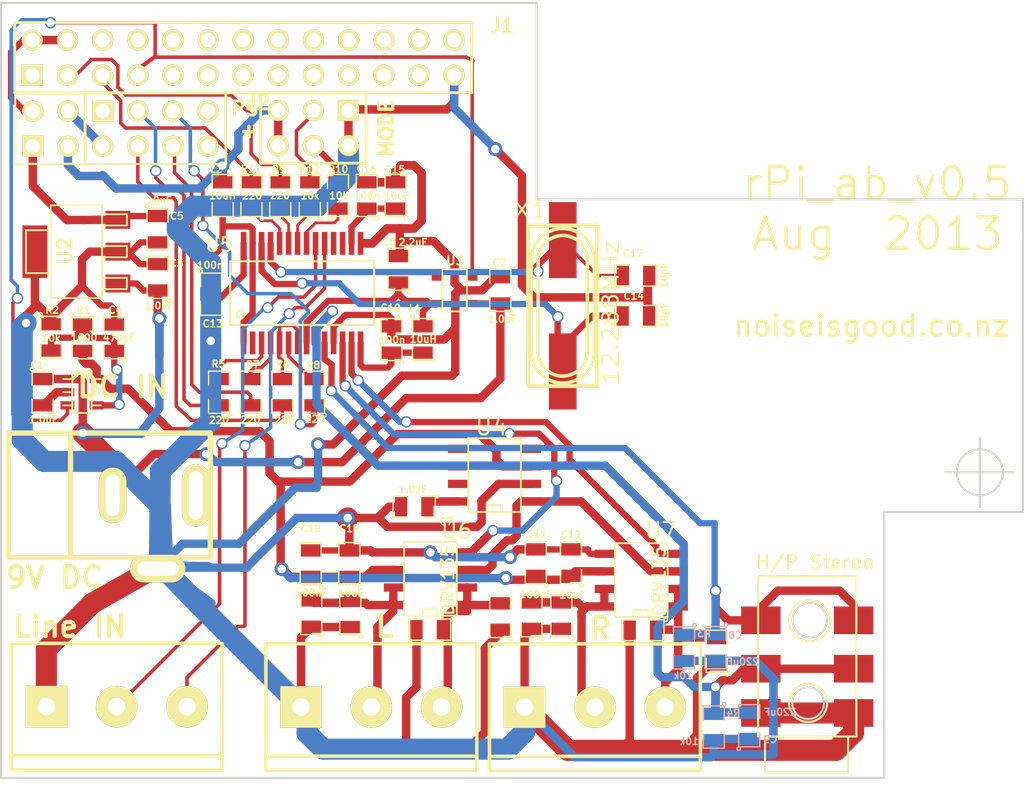
<source format=kicad_pcb>
(kicad_pcb (version 3) (host pcbnew "(2013-08-20 BZR 4294)-product")

  (general
    (links 113)
    (no_connects 30)
    (area 147.926667 98.030001 263.284763 168.8719)
    (thickness 1.6)
    (drawings 58)
    (tracks 782)
    (zones 0)
    (modules 58)
    (nets 68)
  )

  (page A3)
  (title_block
    (date "15 nov 2012")
    (rev 0.4)
    (comment 1 "FR4 Fiberglass PCB 1.6mm (0.063\") thickness")
  )

  (layers
    (15 F.Cu signal)
    (0 B.Cu signal)
    (16 B.Adhes user hide)
    (17 F.Adhes user hide)
    (18 B.Paste user hide)
    (19 F.Paste user hide)
    (20 B.SilkS user)
    (21 F.SilkS user)
    (22 B.Mask user)
    (23 F.Mask user)
    (24 Dwgs.User user hide)
    (25 Cmts.User user hide)
    (26 Eco1.User user hide)
    (27 Eco2.User user hide)
    (28 Edge.Cuts user)
  )

  (setup
    (last_trace_width 0.254)
    (user_trace_width 0.254)
    (user_trace_width 0.4572)
    (user_trace_width 0.6096)
    (user_trace_width 1.524)
    (user_trace_width 2.032)
    (trace_clearance 0.1524)
    (zone_clearance 0.508)
    (zone_45_only yes)
    (trace_min 0.1524)
    (segment_width 0.15)
    (edge_width 0.15)
    (via_size 0.8128)
    (via_drill 0.6096)
    (via_min_size 0.8)
    (via_min_drill 0.5)
    (uvia_size 0.5)
    (uvia_drill 0.1)
    (uvias_allowed no)
    (uvia_min_size 0.5)
    (uvia_min_drill 0.1)
    (pcb_text_width 0.3)
    (pcb_text_size 1 1)
    (mod_edge_width 0.15)
    (mod_text_size 1 1)
    (mod_text_width 0.15)
    (pad_size 2 2.85)
    (pad_drill 0)
    (pad_to_mask_clearance 0.00254)
    (aux_axis_origin 164.27704 111.4552)
    (visible_elements 7FFFFFFF)
    (pcbplotparams
      (layerselection 283148289)
      (usegerberextensions true)
      (excludeedgelayer true)
      (linewidth 0.025400)
      (plotframeref false)
      (viasonmask false)
      (mode 1)
      (useauxorigin false)
      (hpglpennumber 1)
      (hpglpenspeed 20)
      (hpglpendiameter 15)
      (hpglpenoverlay 2)
      (psnegative false)
      (psa4output false)
      (plotreference true)
      (plotvalue true)
      (plotothertext false)
      (plotinvisibletext false)
      (padsonsilk true)
      (subtractmaskfromsilk false)
      (outputformat 1)
      (mirror false)
      (drillshape 0)
      (scaleselection 1)
      (outputdirectory "Gerber Files/"))
  )

  (net 0 "")
  (net 1 +3.3VDC)
  (net 2 +5VDC)
  (net 3 +9VDC)
  (net 4 AGND)
  (net 5 CLKOUT)
  (net 6 "DC IN")
  (net 7 DGND)
  (net 8 DVDD)
  (net 9 GNDPWR)
  (net 10 GPIO15)
  (net 11 GPIO4)
  (net 12 I2C_CLK)
  (net 13 I2C_SDA)
  (net 14 LHPOUT)
  (net 15 LOUT)
  (net 16 N-0000010)
  (net 17 N-0000011)
  (net 18 N-0000012)
  (net 19 N-0000015)
  (net 20 N-0000018)
  (net 21 N-0000019)
  (net 22 N-000002)
  (net 23 N-0000020)
  (net 24 N-0000021)
  (net 25 N-0000022)
  (net 26 N-0000023)
  (net 27 N-0000024)
  (net 28 N-0000025)
  (net 29 N-0000026)
  (net 30 N-0000027)
  (net 31 N-0000028)
  (net 32 N-0000029)
  (net 33 N-000003)
  (net 34 N-0000031)
  (net 35 N-0000034)
  (net 36 N-0000035)
  (net 37 N-0000036)
  (net 38 N-0000037)
  (net 39 N-0000038)
  (net 40 N-0000039)
  (net 41 N-0000041)
  (net 42 N-0000042)
  (net 43 N-0000043)
  (net 44 N-0000047)
  (net 45 N-0000049)
  (net 46 N-000005)
  (net 47 N-0000050)
  (net 48 N-0000055)
  (net 49 N-0000059)
  (net 50 N-000006)
  (net 51 N-0000060)
  (net 52 N-0000061)
  (net 53 N-0000062)
  (net 54 N-0000064)
  (net 55 N-0000065)
  (net 56 N-0000066)
  (net 57 N-0000068)
  (net 58 N-000007)
  (net 59 N-000008)
  (net 60 N-000009)
  (net 61 PCM_CLK)
  (net 62 PCM_DIN)
  (net 63 PCM_DOUT)
  (net 64 PCM_FS)
  (net 65 RHPOUT)
  (net 66 ROUT)
  (net 67 VREF)

  (net_class Default "This is the default net class."
    (clearance 0.1524)
    (trace_width 0.2)
    (via_dia 0.8128)
    (via_drill 0.6096)
    (uvia_dia 0.5)
    (uvia_drill 0.1)
    (add_net "")
    (add_net CLKOUT)
    (add_net GPIO15)
    (add_net GPIO4)
    (add_net I2C_CLK)
    (add_net I2C_SDA)
    (add_net LHPOUT)
    (add_net LOUT)
    (add_net N-0000010)
    (add_net N-0000011)
    (add_net N-0000012)
    (add_net N-0000015)
    (add_net N-0000018)
    (add_net N-0000019)
    (add_net N-000002)
    (add_net N-0000020)
    (add_net N-0000021)
    (add_net N-0000022)
    (add_net N-0000023)
    (add_net N-0000024)
    (add_net N-0000025)
    (add_net N-0000026)
    (add_net N-0000027)
    (add_net N-0000028)
    (add_net N-0000029)
    (add_net N-000003)
    (add_net N-0000031)
    (add_net N-0000034)
    (add_net N-0000035)
    (add_net N-0000036)
    (add_net N-0000037)
    (add_net N-0000038)
    (add_net N-0000039)
    (add_net N-0000041)
    (add_net N-0000042)
    (add_net N-0000043)
    (add_net N-0000047)
    (add_net N-0000049)
    (add_net N-000005)
    (add_net N-0000050)
    (add_net N-0000055)
    (add_net N-0000059)
    (add_net N-000006)
    (add_net N-0000060)
    (add_net N-0000061)
    (add_net N-0000062)
    (add_net N-0000064)
    (add_net N-0000065)
    (add_net N-0000066)
    (add_net N-0000068)
    (add_net N-000007)
    (add_net N-000008)
    (add_net N-000009)
    (add_net PCM_CLK)
    (add_net PCM_DIN)
    (add_net PCM_DOUT)
    (add_net PCM_FS)
    (add_net RHPOUT)
    (add_net ROUT)
  )

  (net_class Power ""
    (clearance 0.1524)
    (trace_width 0.635)
    (via_dia 1.016)
    (via_drill 0.6096)
    (uvia_dia 0.5)
    (uvia_drill 0.1)
    (add_net +3.3VDC)
    (add_net +5VDC)
    (add_net +9VDC)
    (add_net AGND)
    (add_net "DC IN")
    (add_net DGND)
    (add_net DVDD)
    (add_net GNDPWR)
    (add_net VREF)
  )

  (module mors_3p (layer F.Cu) (tedit 5220662C) (tstamp 52204622)
    (at 190.5762 161.9504)
    (descr "Terminal block 3 pins")
    (tags DEV)
    (path /5208C698)
    (fp_text reference L (at 0.9525 -5.8166) (layer F.SilkS)
      (effects (font (thickness 0.3048)))
    )
    (fp_text value "" (at 0 5.842) (layer F.SilkS)
      (effects (font (thickness 0.3048)))
    )
    (fp_line (start -7.62 4.572) (end -7.62 3.556) (layer F.SilkS) (width 0.254))
    (fp_line (start -7.62 3.556) (end 7.62 3.556) (layer F.SilkS) (width 0.254))
    (fp_line (start 7.62 3.556) (end 7.62 4.572) (layer F.SilkS) (width 0.254))
    (fp_line (start 7.62 4.572) (end -7.62 4.572) (layer F.SilkS) (width 0.254))
    (fp_line (start -7.62 -4.572) (end -7.62 -3.81) (layer F.SilkS) (width 0.254))
    (fp_line (start -7.62 -4.572) (end 7.62 -4.572) (layer F.SilkS) (width 0.254))
    (fp_line (start 7.62 -4.572) (end 7.62 -3.81) (layer F.SilkS) (width 0.254))
    (fp_line (start -7.62 3.81) (end -7.62 -3.81) (layer F.SilkS) (width 0.254))
    (fp_line (start 7.62 3.81) (end 7.62 -3.81) (layer F.SilkS) (width 0.254))
    (pad 1 thru_hole rect (at -5.08 0) (size 2.99974 2.99974) (drill 1.24968)
      (layers *.Cu *.Mask F.SilkS)
      (net 4 AGND)
    )
    (pad 2 thru_hole circle (at 0 0) (size 2.99974 2.99974) (drill 1.24968)
      (layers *.Cu *.Mask F.SilkS)
      (net 48 N-0000055)
    )
    (pad 3 thru_hole circle (at 5.08 0) (size 2.99974 2.99974) (drill 1.24968)
      (layers *.Cu *.Mask F.SilkS)
      (net 20 N-0000018)
    )
  )

  (module Multicomp_3.5mm (layer F.Cu) (tedit 52206643) (tstamp 52203CD8)
    (at 222.123 164.1856 90)
    (fp_text reference "H/P Stereo" (at 12.7 0.5334 180) (layer F.SilkS)
      (effects (font (size 1 1) (thickness 0.15)))
    )
    (fp_text value "" (at 5.2 7.7 90) (layer F.SilkS) hide
      (effects (font (size 1 1) (thickness 0.15)))
    )
    (fp_line (start 0.1 2.9) (end -2.5 2.9) (layer F.SilkS) (width 0.15))
    (fp_line (start -2.5 2.9) (end -2.5 -3.1) (layer F.SilkS) (width 0.15))
    (fp_line (start -2.5 -3.1) (end 0.2 -3.1) (layer F.SilkS) (width 0.15))
    (fp_line (start 0.1 -3.6) (end 11.7 -3.6) (layer F.SilkS) (width 0.15))
    (fp_line (start 11.7 -3.6) (end 11.7 3.5) (layer F.SilkS) (width 0.15))
    (fp_line (start 11.7 3.5) (end 0.1 3.5) (layer F.SilkS) (width 0.15))
    (fp_line (start 0.1 3.5) (end 0.1 -3.6) (layer F.SilkS) (width 0.15))
    (fp_circle (center 2.5 0) (end 1.4 0) (layer Eco2.User) (width 0.15))
    (fp_circle (center 8.5 0.1) (end 9.6 0.1) (layer Eco2.User) (width 0.15))
    (pad 1 smd rect (at 1.8 -3.4 90) (size 2 2.85)
      (layers F.Cu F.Paste F.Mask)
    )
    (pad 3 smd rect (at 8.5 -3.4 90) (size 2 2.85)
      (layers F.Cu F.Paste F.Mask)
    )
    (pad 2 smd rect (at 5 -3.4 90) (size 2 2.85)
      (layers F.Cu F.Paste F.Mask)
    )
    (pad 2 smd rect (at 5 3.3 90) (size 2 2.85)
      (layers F.Cu F.Paste F.Mask)
    )
    (pad 3 smd rect (at 8.5 3.3 90) (size 2 2.85)
      (layers F.Cu F.Paste F.Mask)
    )
    (pad 1 smd rect (at 1.8 3.3 90) (size 2 2.85)
      (layers F.Cu F.Paste F.Mask)
    )
  )

  (module PIN_ARRAY_2X2 (layer F.Cu) (tedit 5220292B) (tstamp 5220364A)
    (at 167.386 120.142)
    (descr "Double rangee de contacts 2 x 2 pins")
    (tags CONN)
    (fp_text reference "" (at -0.381 -3.429) (layer F.SilkS)
      (effects (font (size 1.016 1.016) (thickness 0.2032)))
    )
    (fp_text value "5V 3.3V" (at 0.254 3.3782) (layer F.SilkS) hide
      (effects (font (size 1.016 1.016) (thickness 0.2032)))
    )
    (fp_line (start -2.54 -2.54) (end 2.54 -2.54) (layer F.SilkS) (width 0.15))
    (fp_line (start 2.54 -2.54) (end 2.54 2.54) (layer F.SilkS) (width 0.15))
    (fp_line (start 2.54 2.54) (end -2.54 2.54) (layer F.SilkS) (width 0.15))
    (fp_line (start -2.54 2.54) (end -2.54 -2.54) (layer F.SilkS) (width 0.15))
    (pad 1 thru_hole rect (at -1.27 1.27) (size 1.524 1.524) (drill 1.016)
      (layers *.Cu *.Mask F.SilkS)
    )
    (pad 2 thru_hole circle (at -1.27 -1.27) (size 1.524 1.524) (drill 1.016)
      (layers *.Cu *.Mask F.SilkS)
    )
    (pad 3 thru_hole circle (at 1.27 1.27) (size 1.524 1.524) (drill 1.016)
      (layers *.Cu *.Mask F.SilkS)
    )
    (pad 4 thru_hole circle (at 1.27 -1.27) (size 1.524 1.524) (drill 1.016)
      (layers *.Cu *.Mask F.SilkS)
    )
    (model pin_array/pins_array_2x2.wrl
      (at (xyz 0 0 0))
      (scale (xyz 1 1 1))
      (rotate (xyz 0 0 0))
    )
  )

  (module pin_array_4x2reversed (layer F.Cu) (tedit 5215A677) (tstamp 52072D60)
    (at 176.2252 120.1166)
    (descr "2 x 13 pins connector")
    (tags CONN)
    (path /51BC06D4)
    (fp_text reference J2 (at 6.1468 -1.8669) (layer F.SilkS)
      (effects (font (size 1.016 1.016) (thickness 0.2032)))
    )
    (fp_text value "" (at -8.40994 0.55372) (layer F.SilkS)
      (effects (font (size 1.016 1.016) (thickness 0.2032)))
    )
    (fp_line (start -6.33984 -2.53492) (end 3.8354 -2.53492) (layer F.SilkS) (width 0.15))
    (fp_line (start 3.8608 2.57556) (end -6.32714 2.57556) (layer F.SilkS) (width 0.15))
    (fp_line (start -6.33222 2.55524) (end -6.33222 -2.52476) (layer F.SilkS) (width 0.2032))
    (fp_line (start 3.83286 -2.52476) (end 3.83286 2.55524) (layer F.SilkS) (width 0.2032))
    (pad 1 thru_hole rect (at -5.06222 -1.25476) (size 1.524 1.524) (drill 1.016)
      (layers *.Cu *.Mask F.SilkS)
      (net 44 N-0000047)
    )
    (pad 2 thru_hole circle (at -5.06222 1.28524) (size 1.524 1.524) (drill 1.016)
      (layers *.Cu *.Mask F.SilkS)
      (net 8 DVDD)
    )
    (pad 3 thru_hole circle (at -2.52222 -1.25476) (size 1.524 1.524) (drill 1.016)
      (layers *.Cu *.Mask F.SilkS)
      (net 61 PCM_CLK)
    )
    (pad 4 thru_hole circle (at -2.52222 1.28524) (size 1.524 1.524) (drill 1.016)
      (layers *.Cu *.Mask F.SilkS)
      (net 64 PCM_FS)
    )
    (pad 5 thru_hole circle (at 0.01778 -1.25476) (size 1.524 1.524) (drill 1.016)
      (layers *.Cu *.Mask F.SilkS)
      (net 62 PCM_DIN)
    )
    (pad 6 thru_hole circle (at 0.01778 1.28524) (size 1.524 1.524) (drill 1.016)
      (layers *.Cu *.Mask F.SilkS)
      (net 63 PCM_DOUT)
    )
    (pad 7 thru_hole circle (at 2.55778 -1.25476) (size 1.524 1.524) (drill 1.016)
      (layers *.Cu *.Mask F.SilkS)
      (net 7 DGND)
    )
    (pad 8 thru_hole circle (at 2.55778 1.28524) (size 1.524 1.524) (drill 1.016)
      (layers *.Cu *.Mask F.SilkS)
      (net 7 DGND)
    )
    (model connectors/header_sockets/socket_4x2.wrl
      (at (xyz 0 0 0))
      (scale (xyz 1 1 1))
      (rotate (xyz 0 0 0))
    )
  )

  (module ssop-28 (layer F.Cu) (tedit 520E1775) (tstamp 520CBE06)
    (at 185.5724 132.0292)
    (descr SSOP-16)
    (path /51D91206)
    (attr smd)
    (fp_text reference U5 (at -5.9944 -3.5052) (layer F.SilkS)
      (effects (font (size 1.00076 1.00076) (thickness 0.14986)))
    )
    (fp_text value "" (at 6.9342 6.66496) (layer F.SilkS)
      (effects (font (size 1.00076 1.00076) (thickness 0.14986)))
    )
    (fp_line (start 5.19938 -2.30124) (end 5.19938 2.30124) (layer F.SilkS) (width 0.14986))
    (fp_line (start -5.19938 2.30124) (end -5.19938 -2.30124) (layer F.SilkS) (width 0.14986))
    (fp_line (start -5.19938 -2.30124) (end 5.19938 -2.30124) (layer F.SilkS) (width 0.14986))
    (fp_line (start 5.19938 2.30124) (end -5.19938 2.30124) (layer F.SilkS) (width 0.14986))
    (fp_circle (center -4.43992 1.53416) (end -4.56692 1.78816) (layer F.SilkS) (width 0.14986))
    (pad 7 smd rect (at -0.32512 3.59918) (size 0.4064 1.651)
      (layers F.Cu F.Paste F.Mask)
      (net 56 N-0000066)
    )
    (pad 8 smd rect (at 0.32512 3.59918) (size 0.4064 1.651)
      (layers F.Cu F.Paste F.Mask)
      (net 1 +3.3VDC)
    )
    (pad 9 smd rect (at 0.97536 3.59918) (size 0.4064 1.651)
      (layers F.Cu F.Paste F.Mask)
      (net 14 LHPOUT)
    )
    (pad 10 smd rect (at 1.6256 3.59918) (size 0.4064 1.651)
      (layers F.Cu F.Paste F.Mask)
      (net 65 RHPOUT)
    )
    (pad 25 smd rect (at -2.27584 -3.59918) (size 0.4064 1.651)
      (layers F.Cu F.Paste F.Mask)
      (net 43 N-0000043)
    )
    (pad 4 smd rect (at -2.27584 3.59918) (size 0.4064 1.651)
      (layers F.Cu F.Paste F.Mask)
      (net 16 N-0000010)
    )
    (pad 5 smd rect (at -1.6256 3.59918) (size 0.4064 1.651)
      (layers F.Cu F.Paste F.Mask)
      (net 56 N-0000066)
    )
    (pad 6 smd rect (at -0.97536 3.59918) (size 0.4064 1.651)
      (layers F.Cu F.Paste F.Mask)
      (net 19 N-0000015)
    )
    (pad 18 smd rect (at 2.27584 -3.59918) (size 0.4064 1.651)
      (layers F.Cu F.Paste F.Mask)
      (net 41 N-0000041)
    )
    (pad 19 smd rect (at 1.6256 -3.59918) (size 0.4064 1.651)
      (layers F.Cu F.Paste F.Mask)
      (net 60 N-000009)
    )
    (pad 20 smd rect (at 0.97536 -3.59918) (size 0.4064 1.651)
      (layers F.Cu F.Paste F.Mask)
      (net 59 N-000008)
    )
    (pad 21 smd rect (at 0.32512 -3.59918) (size 0.4064 1.651)
      (layers F.Cu F.Paste F.Mask)
      (net 17 N-0000011)
    )
    (pad 22 smd rect (at -0.32512 -3.59918) (size 0.4064 1.651)
      (layers F.Cu F.Paste F.Mask)
      (net 18 N-0000012)
    )
    (pad 23 smd rect (at -0.97536 -3.59918) (size 0.4064 1.651)
      (layers F.Cu F.Paste F.Mask)
      (net 52 N-0000061)
    )
    (pad 11 smd rect (at 2.27584 3.59918) (size 0.4064 1.651)
      (layers F.Cu F.Paste F.Mask)
      (net 4 AGND)
    )
    (pad 24 smd rect (at -1.6256 -3.59918) (size 0.4064 1.651)
      (layers F.Cu F.Paste F.Mask)
      (net 53 N-0000062)
    )
    (pad 26 smd rect (at -2.92608 -3.59918) (size 0.4064 1.651)
      (layers F.Cu F.Paste F.Mask)
      (net 45 N-0000049)
    )
    (pad 27 smd rect (at -3.57378 -3.59918) (size 0.4064 1.651)
      (layers F.Cu F.Paste F.Mask)
      (net 47 N-0000050)
    )
    (pad 28 smd rect (at -4.22402 -3.59918) (size 0.4064 1.651)
      (layers F.Cu F.Paste F.Mask)
      (net 7 DGND)
    )
    (pad 1 smd rect (at -4.22402 3.59918) (size 0.4064 1.651)
      (layers F.Cu F.Paste F.Mask)
      (net 47 N-0000050)
    )
    (pad 2 smd rect (at -3.57378 3.59918) (size 0.4064 1.651)
      (layers F.Cu F.Paste F.Mask)
      (net 5 CLKOUT)
    )
    (pad 3 smd rect (at -2.92608 3.59918) (size 0.4064 1.651)
      (layers F.Cu F.Paste F.Mask)
      (net 58 N-000007)
    )
    (pad 12 smd rect (at 2.92608 3.59918) (size 0.4064 1.651)
      (layers F.Cu F.Paste F.Mask)
      (net 15 LOUT)
    )
    (pad 13 smd rect (at 3.57378 3.59918) (size 0.4064 1.651)
      (layers F.Cu F.Paste F.Mask)
      (net 66 ROUT)
    )
    (pad 14 smd rect (at 4.22402 3.59918) (size 0.4064 1.651)
      (layers F.Cu F.Paste F.Mask)
      (net 55 N-0000065)
    )
    (pad 15 smd rect (at 4.22402 -3.59918) (size 0.4064 1.651)
      (layers F.Cu F.Paste F.Mask)
      (net 4 AGND)
    )
    (pad 16 smd rect (at 3.57378 -3.59918) (size 0.4064 1.651)
      (layers F.Cu F.Paste F.Mask)
      (net 54 N-0000064)
    )
    (pad 17 smd rect (at 2.92608 -3.59918) (size 0.4064 1.651)
      (layers F.Cu F.Paste F.Mask)
      (net 42 N-0000042)
    )
    (model "C:/Program Files/KiCad/bin/packages3d/smd/smd_dil/ssop-28.wrl"
      (at (xyz 0 0 0))
      (scale (xyz 1 1 1))
      (rotate (xyz 0 0 0))
    )
  )

  (module mors_3p (layer F.Cu) (tedit 522065F8) (tstamp 520CBCCA)
    (at 172.1739 161.925)
    (descr "Terminal block 3 pins")
    (tags DEV)
    (path /5208C698)
    (fp_text reference "Line IN" (at -3.3909 -5.7912) (layer F.SilkS)
      (effects (font (thickness 0.3048)))
    )
    (fp_text value "" (at 0 5.842) (layer F.SilkS)
      (effects (font (thickness 0.3048)))
    )
    (fp_line (start -7.62 4.572) (end -7.62 3.556) (layer F.SilkS) (width 0.254))
    (fp_line (start -7.62 3.556) (end 7.62 3.556) (layer F.SilkS) (width 0.254))
    (fp_line (start 7.62 3.556) (end 7.62 4.572) (layer F.SilkS) (width 0.254))
    (fp_line (start 7.62 4.572) (end -7.62 4.572) (layer F.SilkS) (width 0.254))
    (fp_line (start -7.62 -4.572) (end -7.62 -3.81) (layer F.SilkS) (width 0.254))
    (fp_line (start -7.62 -4.572) (end 7.62 -4.572) (layer F.SilkS) (width 0.254))
    (fp_line (start 7.62 -4.572) (end 7.62 -3.81) (layer F.SilkS) (width 0.254))
    (fp_line (start -7.62 3.81) (end -7.62 -3.81) (layer F.SilkS) (width 0.254))
    (fp_line (start 7.62 3.81) (end 7.62 -3.81) (layer F.SilkS) (width 0.254))
    (pad 1 thru_hole rect (at -5.08 0) (size 2.99974 2.99974) (drill 1.24968)
      (layers *.Cu *.Mask F.SilkS)
      (net 4 AGND)
    )
    (pad 2 thru_hole circle (at 0 0) (size 2.99974 2.99974) (drill 1.24968)
      (layers *.Cu *.Mask F.SilkS)
      (net 48 N-0000055)
    )
    (pad 3 thru_hole circle (at 5.08 0) (size 2.99974 2.99974) (drill 1.24968)
      (layers *.Cu *.Mask F.SilkS)
      (net 20 N-0000018)
    )
  )

  (module pin_array_13x2 (layer F.Cu) (tedit 520E1539) (tstamp 52073251)
    (at 181.31908 115.00202)
    (descr "2 x 13 pins connector")
    (tags CONN)
    (path /520597C0)
    (fp_text reference J1 (at 18.70592 -2.30222) (layer F.SilkS)
      (effects (font (size 1.016 1.016) (thickness 0.2032)))
    )
    (fp_text value "" (at 7.62 -3.81) (layer F.SilkS)
      (effects (font (size 1.016 1.016) (thickness 0.2032)))
    )
    (fp_line (start -16.51 2.54) (end 16.51 2.54) (layer F.SilkS) (width 0.2032))
    (fp_line (start 16.51 -2.54) (end -16.51 -2.54) (layer F.SilkS) (width 0.2032))
    (fp_line (start -16.51 -2.54) (end -16.51 2.54) (layer F.SilkS) (width 0.2032))
    (fp_line (start 16.51 2.54) (end 16.51 -2.54) (layer F.SilkS) (width 0.2032))
    (pad 1 thru_hole rect (at -15.24 1.27) (size 1.524 1.524) (drill 1.016)
      (layers *.Cu *.Mask F.SilkS)
      (net 34 N-0000031)
    )
    (pad 2 thru_hole circle (at -15.24 -1.27) (size 1.524 1.524) (drill 1.016)
      (layers *.Cu *.Mask F.SilkS)
      (net 31 N-0000028)
    )
    (pad 3 thru_hole circle (at -12.7 1.27) (size 1.524 1.524) (drill 1.016)
      (layers *.Cu *.Mask F.SilkS)
      (net 13 I2C_SDA)
    )
    (pad 4 thru_hole circle (at -12.7 -1.27) (size 1.524 1.524) (drill 1.016)
      (layers *.Cu *.Mask F.SilkS)
      (net 31 N-0000028)
    )
    (pad 5 thru_hole circle (at -10.16 1.27) (size 1.524 1.524) (drill 1.016)
      (layers *.Cu *.Mask F.SilkS)
      (net 12 I2C_CLK)
    )
    (pad 6 thru_hole circle (at -10.16 -1.27) (size 1.524 1.524) (drill 1.016)
      (layers *.Cu *.Mask F.SilkS)
      (net 7 DGND)
    )
    (pad 7 thru_hole circle (at -7.62 1.27) (size 1.524 1.524) (drill 1.016)
      (layers *.Cu *.Mask F.SilkS)
      (net 11 GPIO4)
    )
    (pad 8 thru_hole circle (at -7.62 -1.27) (size 1.524 1.524) (drill 1.016)
      (layers *.Cu *.Mask F.SilkS)
      (net 36 N-0000035)
    )
    (pad 9 thru_hole circle (at -5.08 1.27) (size 1.524 1.524) (drill 1.016)
      (layers *.Cu *.Mask F.SilkS)
      (net 7 DGND)
    )
    (pad 10 thru_hole circle (at -5.08 -1.27) (size 1.524 1.524) (drill 1.016)
      (layers *.Cu *.Mask F.SilkS)
      (net 10 GPIO15)
    )
    (pad 11 thru_hole circle (at -2.54 1.27) (size 1.524 1.524) (drill 1.016)
      (layers *.Cu *.Mask F.SilkS)
      (net 37 N-0000036)
    )
    (pad 12 thru_hole circle (at -2.54 -1.27) (size 1.524 1.524) (drill 1.016)
      (layers *.Cu *.Mask F.SilkS)
      (net 39 N-0000038)
    )
    (pad 13 thru_hole circle (at 0 1.27) (size 1.524 1.524) (drill 1.016)
      (layers *.Cu *.Mask F.SilkS)
      (net 30 N-0000027)
    )
    (pad 14 thru_hole circle (at 0 -1.27) (size 1.524 1.524) (drill 1.016)
      (layers *.Cu *.Mask F.SilkS)
      (net 7 DGND)
    )
    (pad 15 thru_hole circle (at 2.54 1.27) (size 1.524 1.524) (drill 1.016)
      (layers *.Cu *.Mask F.SilkS)
      (net 25 N-0000022)
    )
    (pad 16 thru_hole circle (at 2.54 -1.27) (size 1.524 1.524) (drill 1.016)
      (layers *.Cu *.Mask F.SilkS)
      (net 26 N-0000023)
    )
    (pad 17 thru_hole circle (at 5.08 1.27) (size 1.524 1.524) (drill 1.016)
      (layers *.Cu *.Mask F.SilkS)
      (net 28 N-0000025)
    )
    (pad 18 thru_hole circle (at 5.08 -1.27) (size 1.524 1.524) (drill 1.016)
      (layers *.Cu *.Mask F.SilkS)
      (net 29 N-0000026)
    )
    (pad 19 thru_hole circle (at 7.62 1.27) (size 1.524 1.524) (drill 1.016)
      (layers *.Cu *.Mask F.SilkS)
      (net 21 N-0000019)
    )
    (pad 20 thru_hole circle (at 7.62 -1.27) (size 1.524 1.524) (drill 1.016)
      (layers *.Cu *.Mask F.SilkS)
      (net 7 DGND)
    )
    (pad 21 thru_hole circle (at 10.16 1.27) (size 1.524 1.524) (drill 1.016)
      (layers *.Cu *.Mask F.SilkS)
      (net 38 N-0000037)
    )
    (pad 22 thru_hole circle (at 10.16 -1.27) (size 1.524 1.524) (drill 1.016)
      (layers *.Cu *.Mask F.SilkS)
      (net 40 N-0000039)
    )
    (pad 23 thru_hole circle (at 12.7 1.27) (size 1.524 1.524) (drill 1.016)
      (layers *.Cu *.Mask F.SilkS)
      (net 23 N-0000020)
    )
    (pad 24 thru_hole circle (at 12.7 -1.27) (size 1.524 1.524) (drill 1.016)
      (layers *.Cu *.Mask F.SilkS)
      (net 24 N-0000021)
    )
    (pad 25 thru_hole circle (at 15.24 1.27) (size 1.524 1.524) (drill 1.016)
      (layers *.Cu *.Mask F.SilkS)
      (net 7 DGND)
    )
    (pad 26 thru_hole circle (at 15.24 -1.27) (size 1.524 1.524) (drill 1.016)
      (layers *.Cu *.Mask F.SilkS)
      (net 27 N-0000024)
    )
    (model connectors/header_sockets/socket_13x2.wrl
      (at (xyz 0 0 0))
      (scale (xyz 1 1 1))
      (rotate (xyz 0 0 0))
    )
  )

  (module SM0805 (layer F.Cu) (tedit 520EE0D5) (tstamp 520CBB89)
    (at 166.8272 139.192 270)
    (path /52021761)
    (attr smd)
    (fp_text reference C1 (at -1.96596 0.4064 360) (layer F.SilkS)
      (effects (font (size 0.50038 0.50038) (thickness 0.10922)))
    )
    (fp_text value 1.0uF (at 1.9812 -0.05588 360) (layer F.SilkS)
      (effects (font (size 0.50038 0.50038) (thickness 0.10922)))
    )
    (fp_circle (center -1.651 0.762) (end -1.651 0.635) (layer F.SilkS) (width 0.09906))
    (fp_line (start -0.508 0.762) (end -1.524 0.762) (layer F.SilkS) (width 0.09906))
    (fp_line (start -1.524 0.762) (end -1.524 -0.762) (layer F.SilkS) (width 0.09906))
    (fp_line (start -1.524 -0.762) (end -0.508 -0.762) (layer F.SilkS) (width 0.09906))
    (fp_line (start 0.508 -0.762) (end 1.524 -0.762) (layer F.SilkS) (width 0.09906))
    (fp_line (start 1.524 -0.762) (end 1.524 0.762) (layer F.SilkS) (width 0.09906))
    (fp_line (start 1.524 0.762) (end 0.508 0.762) (layer F.SilkS) (width 0.09906))
    (pad 1 smd rect (at -0.9525 0 270) (size 0.889 1.397)
      (layers F.Cu F.Paste F.Mask)
      (net 6 "DC IN")
    )
    (pad 2 smd rect (at 0.9525 0 270) (size 0.889 1.397)
      (layers F.Cu F.Paste F.Mask)
      (net 9 GNDPWR)
    )
    (model smd/chip_cms.wrl
      (at (xyz 0 0 0))
      (scale (xyz 0.1 0.1 0.1))
      (rotate (xyz 0 0 0))
    )
  )

  (module SM0805 (layer F.Cu) (tedit 520EE127) (tstamp 520CBB96)
    (at 199.898 131.826 90)
    (path /5200CE26)
    (attr smd)
    (fp_text reference C2 (at 2.01676 -0.06604 180) (layer F.SilkS)
      (effects (font (size 0.50038 0.50038) (thickness 0.10922)))
    )
    (fp_text value 1.0uF (at -2.0828 0.1524 180) (layer F.SilkS)
      (effects (font (size 0.50038 0.50038) (thickness 0.10922)))
    )
    (fp_circle (center -1.651 0.762) (end -1.651 0.635) (layer F.SilkS) (width 0.09906))
    (fp_line (start -0.508 0.762) (end -1.524 0.762) (layer F.SilkS) (width 0.09906))
    (fp_line (start -1.524 0.762) (end -1.524 -0.762) (layer F.SilkS) (width 0.09906))
    (fp_line (start -1.524 -0.762) (end -0.508 -0.762) (layer F.SilkS) (width 0.09906))
    (fp_line (start 0.508 -0.762) (end 1.524 -0.762) (layer F.SilkS) (width 0.09906))
    (fp_line (start 1.524 -0.762) (end 1.524 0.762) (layer F.SilkS) (width 0.09906))
    (fp_line (start 1.524 0.762) (end 0.508 0.762) (layer F.SilkS) (width 0.09906))
    (pad 1 smd rect (at -0.9525 0 90) (size 0.889 1.397)
      (layers F.Cu F.Paste F.Mask)
      (net 6 "DC IN")
    )
    (pad 2 smd rect (at 0.9525 0 90) (size 0.889 1.397)
      (layers F.Cu F.Paste F.Mask)
      (net 9 GNDPWR)
    )
    (model smd/chip_cms.wrl
      (at (xyz 0 0 0))
      (scale (xyz 0.1 0.1 0.1))
      (rotate (xyz 0 0 0))
    )
  )

  (module SM0805 (layer F.Cu) (tedit 520EE0EB) (tstamp 520CBBA3)
    (at 175.14316 130.8862 90)
    (path /5200DF6C)
    (attr smd)
    (fp_text reference C3 (at 1.016 1.36144 180) (layer F.SilkS)
      (effects (font (size 0.50038 0.50038) (thickness 0.10922)))
    )
    (fp_text value 1.0uF (at -2.0574 0.09144 180) (layer F.SilkS)
      (effects (font (size 0.50038 0.50038) (thickness 0.10922)))
    )
    (fp_circle (center -1.651 0.762) (end -1.651 0.635) (layer F.SilkS) (width 0.09906))
    (fp_line (start -0.508 0.762) (end -1.524 0.762) (layer F.SilkS) (width 0.09906))
    (fp_line (start -1.524 0.762) (end -1.524 -0.762) (layer F.SilkS) (width 0.09906))
    (fp_line (start -1.524 -0.762) (end -0.508 -0.762) (layer F.SilkS) (width 0.09906))
    (fp_line (start 0.508 -0.762) (end 1.524 -0.762) (layer F.SilkS) (width 0.09906))
    (fp_line (start 1.524 -0.762) (end 1.524 0.762) (layer F.SilkS) (width 0.09906))
    (fp_line (start 1.524 0.762) (end 0.508 0.762) (layer F.SilkS) (width 0.09906))
    (pad 1 smd rect (at -0.9525 0 90) (size 0.889 1.397)
      (layers F.Cu F.Paste F.Mask)
      (net 6 "DC IN")
    )
    (pad 2 smd rect (at 0.9525 0 90) (size 0.889 1.397)
      (layers F.Cu F.Paste F.Mask)
      (net 9 GNDPWR)
    )
    (model smd/chip_cms.wrl
      (at (xyz 0 0 0))
      (scale (xyz 0.1 0.1 0.1))
      (rotate (xyz 0 0 0))
    )
  )

  (module SM0805 (layer F.Cu) (tedit 520E2036) (tstamp 520CBBB0)
    (at 172.00372 135.25246 90)
    (path /52021C78)
    (attr smd)
    (fp_text reference C4 (at 2.0066 0.0762 180) (layer F.SilkS)
      (effects (font (size 0.50038 0.50038) (thickness 0.10922)))
    )
    (fp_text value 470pF (at -0.01016 0.32766 360) (layer F.SilkS)
      (effects (font (size 0.50038 0.50038) (thickness 0.10922)))
    )
    (fp_circle (center -1.651 0.762) (end -1.651 0.635) (layer F.SilkS) (width 0.09906))
    (fp_line (start -0.508 0.762) (end -1.524 0.762) (layer F.SilkS) (width 0.09906))
    (fp_line (start -1.524 0.762) (end -1.524 -0.762) (layer F.SilkS) (width 0.09906))
    (fp_line (start -1.524 -0.762) (end -0.508 -0.762) (layer F.SilkS) (width 0.09906))
    (fp_line (start 0.508 -0.762) (end 1.524 -0.762) (layer F.SilkS) (width 0.09906))
    (fp_line (start 1.524 -0.762) (end 1.524 0.762) (layer F.SilkS) (width 0.09906))
    (fp_line (start 1.524 0.762) (end 0.508 0.762) (layer F.SilkS) (width 0.09906))
    (pad 1 smd rect (at -0.9525 0 90) (size 0.889 1.397)
      (layers F.Cu F.Paste F.Mask)
      (net 46 N-000005)
    )
    (pad 2 smd rect (at 0.9525 0 90) (size 0.889 1.397)
      (layers F.Cu F.Paste F.Mask)
      (net 9 GNDPWR)
    )
    (model smd/chip_cms.wrl
      (at (xyz 0 0 0))
      (scale (xyz 0.1 0.1 0.1))
      (rotate (xyz 0 0 0))
    )
  )

  (module SM0805 (layer F.Cu) (tedit 520EE102) (tstamp 520CBBBD)
    (at 175.12792 127.4064 270)
    (path /5200DE9A)
    (attr smd)
    (fp_text reference C5 (at -0.9525 -1.38938 360) (layer F.SilkS)
      (effects (font (size 0.50038 0.50038) (thickness 0.10922)))
    )
    (fp_text value 10uF (at -2.0828 -0.10668 360) (layer F.SilkS)
      (effects (font (size 0.50038 0.50038) (thickness 0.10922)))
    )
    (fp_circle (center -1.651 0.762) (end -1.651 0.635) (layer F.SilkS) (width 0.09906))
    (fp_line (start -0.508 0.762) (end -1.524 0.762) (layer F.SilkS) (width 0.09906))
    (fp_line (start -1.524 0.762) (end -1.524 -0.762) (layer F.SilkS) (width 0.09906))
    (fp_line (start -1.524 -0.762) (end -0.508 -0.762) (layer F.SilkS) (width 0.09906))
    (fp_line (start 0.508 -0.762) (end 1.524 -0.762) (layer F.SilkS) (width 0.09906))
    (fp_line (start 1.524 -0.762) (end 1.524 0.762) (layer F.SilkS) (width 0.09906))
    (fp_line (start 1.524 0.762) (end 0.508 0.762) (layer F.SilkS) (width 0.09906))
    (pad 1 smd rect (at -0.9525 0 270) (size 0.889 1.397)
      (layers F.Cu F.Paste F.Mask)
      (net 2 +5VDC)
    )
    (pad 2 smd rect (at 0.9525 0 270) (size 0.889 1.397)
      (layers F.Cu F.Paste F.Mask)
      (net 9 GNDPWR)
    )
    (model smd/chip_cms.wrl
      (at (xyz 0 0 0))
      (scale (xyz 0.1 0.1 0.1))
      (rotate (xyz 0 0 0))
    )
  )

  (module SM0805 (layer F.Cu) (tedit 52159397) (tstamp 520CBBCA)
    (at 192.532 130.302 90)
    (path /5200CE14)
    (attr smd)
    (fp_text reference C6 (at 1.97612 -0.69088 180) (layer F.SilkS)
      (effects (font (size 0.50038 0.50038) (thickness 0.10922)))
    )
    (fp_text value 2.2uF (at 1.9431 1.0541 360) (layer F.SilkS)
      (effects (font (size 0.50038 0.50038) (thickness 0.10922)))
    )
    (fp_circle (center -1.651 0.762) (end -1.651 0.635) (layer F.SilkS) (width 0.09906))
    (fp_line (start -0.508 0.762) (end -1.524 0.762) (layer F.SilkS) (width 0.09906))
    (fp_line (start -1.524 0.762) (end -1.524 -0.762) (layer F.SilkS) (width 0.09906))
    (fp_line (start -1.524 -0.762) (end -0.508 -0.762) (layer F.SilkS) (width 0.09906))
    (fp_line (start 0.508 -0.762) (end 1.524 -0.762) (layer F.SilkS) (width 0.09906))
    (fp_line (start 1.524 -0.762) (end 1.524 0.762) (layer F.SilkS) (width 0.09906))
    (fp_line (start 1.524 0.762) (end 0.508 0.762) (layer F.SilkS) (width 0.09906))
    (pad 1 smd rect (at -0.9525 0 90) (size 0.889 1.397)
      (layers F.Cu F.Paste F.Mask)
      (net 1 +3.3VDC)
    )
    (pad 2 smd rect (at 0.9525 0 90) (size 0.889 1.397)
      (layers F.Cu F.Paste F.Mask)
      (net 9 GNDPWR)
    )
    (model smd/chip_cms.wrl
      (at (xyz 0 0 0))
      (scale (xyz 0.1 0.1 0.1))
      (rotate (xyz 0 0 0))
    )
  )

  (module SM0805 (layer F.Cu) (tedit 520E20A5) (tstamp 520CBBD7)
    (at 193.675 147.4724 180)
    (path /52037409)
    (attr smd)
    (fp_text reference C7 (at -2.32156 -1.07696 180) (layer F.SilkS)
      (effects (font (size 0.50038 0.50038) (thickness 0.10922)))
    )
    (fp_text value 1.0uF (at 0.09906 1.24714 360) (layer F.SilkS)
      (effects (font (size 0.50038 0.50038) (thickness 0.10922)))
    )
    (fp_circle (center -1.651 0.762) (end -1.651 0.635) (layer F.SilkS) (width 0.09906))
    (fp_line (start -0.508 0.762) (end -1.524 0.762) (layer F.SilkS) (width 0.09906))
    (fp_line (start -1.524 0.762) (end -1.524 -0.762) (layer F.SilkS) (width 0.09906))
    (fp_line (start -1.524 -0.762) (end -0.508 -0.762) (layer F.SilkS) (width 0.09906))
    (fp_line (start 0.508 -0.762) (end 1.524 -0.762) (layer F.SilkS) (width 0.09906))
    (fp_line (start 1.524 -0.762) (end 1.524 0.762) (layer F.SilkS) (width 0.09906))
    (fp_line (start 1.524 0.762) (end 0.508 0.762) (layer F.SilkS) (width 0.09906))
    (pad 1 smd rect (at -0.9525 0 180) (size 0.889 1.397)
      (layers F.Cu F.Paste F.Mask)
      (net 22 N-000002)
    )
    (pad 2 smd rect (at 0.9525 0 180) (size 0.889 1.397)
      (layers F.Cu F.Paste F.Mask)
      (net 9 GNDPWR)
    )
    (model smd/chip_cms.wrl
      (at (xyz 0 0 0))
      (scale (xyz 0.1 0.1 0.1))
      (rotate (xyz 0 0 0))
    )
  )

  (module SM0805 (layer B.Cu) (tedit 520F09E1) (tstamp 520CBBE4)
    (at 215.4428 157.6578 270)
    (path /51ECB0B4)
    (attr smd)
    (fp_text reference C8 (at -0.90932 -1.43256 540) (layer B.SilkS)
      (effects (font (size 0.50038 0.50038) (thickness 0.10922)) (justify mirror))
    )
    (fp_text value 220uF (at 1.02108 -1.99136 540) (layer B.SilkS)
      (effects (font (size 0.50038 0.50038) (thickness 0.10922)) (justify mirror))
    )
    (fp_circle (center -1.651 -0.762) (end -1.651 -0.635) (layer B.SilkS) (width 0.09906))
    (fp_line (start -0.508 -0.762) (end -1.524 -0.762) (layer B.SilkS) (width 0.09906))
    (fp_line (start -1.524 -0.762) (end -1.524 0.762) (layer B.SilkS) (width 0.09906))
    (fp_line (start -1.524 0.762) (end -0.508 0.762) (layer B.SilkS) (width 0.09906))
    (fp_line (start 0.508 0.762) (end 1.524 0.762) (layer B.SilkS) (width 0.09906))
    (fp_line (start 1.524 0.762) (end 1.524 -0.762) (layer B.SilkS) (width 0.09906))
    (fp_line (start 1.524 -0.762) (end 0.508 -0.762) (layer B.SilkS) (width 0.09906))
    (pad 1 smd rect (at -0.9525 0 270) (size 0.889 1.397)
      (layers B.Cu B.Paste B.Mask)
      (net 65 RHPOUT)
    )
    (pad 2 smd rect (at 0.9525 0 270) (size 0.889 1.397)
      (layers B.Cu B.Paste B.Mask)
      (net 49 N-0000059)
    )
    (model smd/chip_cms.wrl
      (at (xyz 0 0 0))
      (scale (xyz 0.1 0.1 0.1))
      (rotate (xyz 0 0 0))
    )
    (model C__Program_Files_KiCad_bin_packages3d_smd_chip_cms.wrl
      (at (xyz 0 0 0))
      (scale (xyz 0.1 0.1 0.1))
      (rotate (xyz 0 0 0))
    )
  )

  (module SM0805 (layer B.Cu) (tedit 520F09EC) (tstamp 520CBBF1)
    (at 217.8812 163.3093 90)
    (path /51ECB0AA)
    (attr smd)
    (fp_text reference C9 (at -0.9906 1.524 360) (layer B.SilkS)
      (effects (font (size 0.50038 0.50038) (thickness 0.10922)) (justify mirror))
    )
    (fp_text value 220uF (at 0.9906 2.2352 360) (layer B.SilkS)
      (effects (font (size 0.50038 0.50038) (thickness 0.10922)) (justify mirror))
    )
    (fp_circle (center -1.651 -0.762) (end -1.651 -0.635) (layer B.SilkS) (width 0.09906))
    (fp_line (start -0.508 -0.762) (end -1.524 -0.762) (layer B.SilkS) (width 0.09906))
    (fp_line (start -1.524 -0.762) (end -1.524 0.762) (layer B.SilkS) (width 0.09906))
    (fp_line (start -1.524 0.762) (end -0.508 0.762) (layer B.SilkS) (width 0.09906))
    (fp_line (start 0.508 0.762) (end 1.524 0.762) (layer B.SilkS) (width 0.09906))
    (fp_line (start 1.524 0.762) (end 1.524 -0.762) (layer B.SilkS) (width 0.09906))
    (fp_line (start 1.524 -0.762) (end 0.508 -0.762) (layer B.SilkS) (width 0.09906))
    (pad 1 smd rect (at -0.9525 0 90) (size 0.889 1.397)
      (layers B.Cu B.Paste B.Mask)
      (net 14 LHPOUT)
    )
    (pad 2 smd rect (at 0.9525 0 90) (size 0.889 1.397)
      (layers B.Cu B.Paste B.Mask)
      (net 51 N-0000060)
    )
    (model smd/chip_cms.wrl
      (at (xyz 0 0 0))
      (scale (xyz 0.1 0.1 0.1))
      (rotate (xyz 0 0 0))
    )
  )

  (module SM0805 (layer F.Cu) (tedit 520E07ED) (tstamp 520CBBFE)
    (at 192.024 135.382 90)
    (path /51D91337)
    (attr smd)
    (fp_text reference C10 (at 2.28092 -0.0508 180) (layer F.SilkS)
      (effects (font (size 0.50038 0.50038) (thickness 0.10922)))
    )
    (fp_text value 100n (at -0.03048 0.05588 180) (layer F.SilkS)
      (effects (font (size 0.50038 0.50038) (thickness 0.10922)))
    )
    (fp_circle (center -1.651 0.762) (end -1.651 0.635) (layer F.SilkS) (width 0.09906))
    (fp_line (start -0.508 0.762) (end -1.524 0.762) (layer F.SilkS) (width 0.09906))
    (fp_line (start -1.524 0.762) (end -1.524 -0.762) (layer F.SilkS) (width 0.09906))
    (fp_line (start -1.524 -0.762) (end -0.508 -0.762) (layer F.SilkS) (width 0.09906))
    (fp_line (start 0.508 -0.762) (end 1.524 -0.762) (layer F.SilkS) (width 0.09906))
    (fp_line (start 1.524 -0.762) (end 1.524 0.762) (layer F.SilkS) (width 0.09906))
    (fp_line (start 1.524 0.762) (end 0.508 0.762) (layer F.SilkS) (width 0.09906))
    (pad 1 smd rect (at -0.9525 0 90) (size 0.889 1.397)
      (layers F.Cu F.Paste F.Mask)
      (net 55 N-0000065)
    )
    (pad 2 smd rect (at 0.9525 0 90) (size 0.889 1.397)
      (layers F.Cu F.Paste F.Mask)
      (net 4 AGND)
    )
    (model smd/chip_cms.wrl
      (at (xyz 0 0 0))
      (scale (xyz 0.1 0.1 0.1))
      (rotate (xyz 0 0 0))
    )
  )

  (module SM0805 (layer F.Cu) (tedit 520E0239) (tstamp 520CBC0B)
    (at 202.4634 151.511 90)
    (path /5202A115)
    (attr smd)
    (fp_text reference C11 (at 2.0828 0.0762 180) (layer F.SilkS)
      (effects (font (size 0.50038 0.50038) (thickness 0.10922)))
    )
    (fp_text value 100nF (at -2.3114 0 180) (layer F.SilkS)
      (effects (font (size 0.50038 0.50038) (thickness 0.10922)))
    )
    (fp_circle (center -1.651 0.762) (end -1.651 0.635) (layer F.SilkS) (width 0.09906))
    (fp_line (start -0.508 0.762) (end -1.524 0.762) (layer F.SilkS) (width 0.09906))
    (fp_line (start -1.524 0.762) (end -1.524 -0.762) (layer F.SilkS) (width 0.09906))
    (fp_line (start -1.524 -0.762) (end -0.508 -0.762) (layer F.SilkS) (width 0.09906))
    (fp_line (start 0.508 -0.762) (end 1.524 -0.762) (layer F.SilkS) (width 0.09906))
    (fp_line (start 1.524 -0.762) (end 1.524 0.762) (layer F.SilkS) (width 0.09906))
    (fp_line (start 1.524 0.762) (end 0.508 0.762) (layer F.SilkS) (width 0.09906))
    (pad 1 smd rect (at -0.9525 0 90) (size 0.889 1.397)
      (layers F.Cu F.Paste F.Mask)
      (net 3 +9VDC)
    )
    (pad 2 smd rect (at 0.9525 0 90) (size 0.889 1.397)
      (layers F.Cu F.Paste F.Mask)
      (net 4 AGND)
    )
    (model smd/chip_cms.wrl
      (at (xyz 0 0 0))
      (scale (xyz 0.1 0.1 0.1))
      (rotate (xyz 0 0 0))
    )
  )

  (module SM0805 (layer F.Cu) (tedit 520E023F) (tstamp 520CBC18)
    (at 205.0034 151.511 90)
    (path /5202A2CB)
    (attr smd)
    (fp_text reference C12 (at 2.032 0 180) (layer F.SilkS)
      (effects (font (size 0.50038 0.50038) (thickness 0.10922)))
    )
    (fp_text value 10uF (at -2.3368 0.0762 180) (layer F.SilkS)
      (effects (font (size 0.50038 0.50038) (thickness 0.10922)))
    )
    (fp_circle (center -1.651 0.762) (end -1.651 0.635) (layer F.SilkS) (width 0.09906))
    (fp_line (start -0.508 0.762) (end -1.524 0.762) (layer F.SilkS) (width 0.09906))
    (fp_line (start -1.524 0.762) (end -1.524 -0.762) (layer F.SilkS) (width 0.09906))
    (fp_line (start -1.524 -0.762) (end -0.508 -0.762) (layer F.SilkS) (width 0.09906))
    (fp_line (start 0.508 -0.762) (end 1.524 -0.762) (layer F.SilkS) (width 0.09906))
    (fp_line (start 1.524 -0.762) (end 1.524 0.762) (layer F.SilkS) (width 0.09906))
    (fp_line (start 1.524 0.762) (end 0.508 0.762) (layer F.SilkS) (width 0.09906))
    (pad 1 smd rect (at -0.9525 0 90) (size 0.889 1.397)
      (layers F.Cu F.Paste F.Mask)
      (net 3 +9VDC)
    )
    (pad 2 smd rect (at 0.9525 0 90) (size 0.889 1.397)
      (layers F.Cu F.Paste F.Mask)
      (net 4 AGND)
    )
    (model smd/chip_cms.wrl
      (at (xyz 0 0 0))
      (scale (xyz 0.1 0.1 0.1))
      (rotate (xyz 0 0 0))
    )
  )

  (module SM0805 (layer F.Cu) (tedit 520E01B9) (tstamp 520CBC25)
    (at 178.9938 132.1054 270)
    (path /51D912F3)
    (attr smd)
    (fp_text reference C13 (at 2.1336 -0.127 360) (layer F.SilkS)
      (effects (font (size 0.50038 0.50038) (thickness 0.10922)))
    )
    (fp_text value 100n (at -2.09804 0.06604 360) (layer F.SilkS)
      (effects (font (size 0.50038 0.50038) (thickness 0.10922)))
    )
    (fp_circle (center -1.651 0.762) (end -1.651 0.635) (layer F.SilkS) (width 0.09906))
    (fp_line (start -0.508 0.762) (end -1.524 0.762) (layer F.SilkS) (width 0.09906))
    (fp_line (start -1.524 0.762) (end -1.524 -0.762) (layer F.SilkS) (width 0.09906))
    (fp_line (start -1.524 -0.762) (end -0.508 -0.762) (layer F.SilkS) (width 0.09906))
    (fp_line (start 0.508 -0.762) (end 1.524 -0.762) (layer F.SilkS) (width 0.09906))
    (fp_line (start 1.524 -0.762) (end 1.524 0.762) (layer F.SilkS) (width 0.09906))
    (fp_line (start 1.524 0.762) (end 0.508 0.762) (layer F.SilkS) (width 0.09906))
    (pad 1 smd rect (at -0.9525 0 270) (size 0.889 1.397)
      (layers F.Cu F.Paste F.Mask)
      (net 47 N-0000050)
    )
    (pad 2 smd rect (at 0.9525 0 270) (size 0.889 1.397)
      (layers F.Cu F.Paste F.Mask)
      (net 7 DGND)
    )
    (model smd/chip_cms.wrl
      (at (xyz 0 0 0))
      (scale (xyz 0.1 0.1 0.1))
      (rotate (xyz 0 0 0))
    )
  )

  (module SM0805 (layer F.Cu) (tedit 520EE161) (tstamp 520CBC32)
    (at 209.6897 133.6802)
    (path /520013A1)
    (attr smd)
    (fp_text reference C14 (at -0.1524 -1.44272) (layer F.SilkS)
      (effects (font (size 0.50038 0.50038) (thickness 0.10922)))
    )
    (fp_text value 18pF (at 2.0574 -0.0508 270) (layer F.SilkS)
      (effects (font (size 0.50038 0.50038) (thickness 0.10922)))
    )
    (fp_circle (center -1.651 0.762) (end -1.651 0.635) (layer F.SilkS) (width 0.09906))
    (fp_line (start -0.508 0.762) (end -1.524 0.762) (layer F.SilkS) (width 0.09906))
    (fp_line (start -1.524 0.762) (end -1.524 -0.762) (layer F.SilkS) (width 0.09906))
    (fp_line (start -1.524 -0.762) (end -0.508 -0.762) (layer F.SilkS) (width 0.09906))
    (fp_line (start 0.508 -0.762) (end 1.524 -0.762) (layer F.SilkS) (width 0.09906))
    (fp_line (start 1.524 -0.762) (end 1.524 0.762) (layer F.SilkS) (width 0.09906))
    (fp_line (start 1.524 0.762) (end 0.508 0.762) (layer F.SilkS) (width 0.09906))
    (pad 1 smd rect (at -0.9525 0) (size 0.889 1.397)
      (layers F.Cu F.Paste F.Mask)
      (net 45 N-0000049)
    )
    (pad 2 smd rect (at 0.9525 0) (size 0.889 1.397)
      (layers F.Cu F.Paste F.Mask)
      (net 7 DGND)
    )
    (model smd/chip_cms.wrl
      (at (xyz 0 0 0))
      (scale (xyz 0.1 0.1 0.1))
      (rotate (xyz 0 0 0))
    )
  )

  (module SM0805 (layer F.Cu) (tedit 520E0315) (tstamp 520CBC3F)
    (at 192.3288 124.968 90)
    (path /51D9175A)
    (attr smd)
    (fp_text reference C15 (at 1.8796 -0.0508 180) (layer F.SilkS)
      (effects (font (size 0.50038 0.50038) (thickness 0.10922)))
    )
    (fp_text value 10uF (at -0.0254 0.0762 180) (layer F.SilkS)
      (effects (font (size 0.50038 0.50038) (thickness 0.10922)))
    )
    (fp_circle (center -1.651 0.762) (end -1.651 0.635) (layer F.SilkS) (width 0.09906))
    (fp_line (start -0.508 0.762) (end -1.524 0.762) (layer F.SilkS) (width 0.09906))
    (fp_line (start -1.524 0.762) (end -1.524 -0.762) (layer F.SilkS) (width 0.09906))
    (fp_line (start -1.524 -0.762) (end -0.508 -0.762) (layer F.SilkS) (width 0.09906))
    (fp_line (start 0.508 -0.762) (end 1.524 -0.762) (layer F.SilkS) (width 0.09906))
    (fp_line (start 1.524 -0.762) (end 1.524 0.762) (layer F.SilkS) (width 0.09906))
    (fp_line (start 1.524 0.762) (end 0.508 0.762) (layer F.SilkS) (width 0.09906))
    (pad 1 smd rect (at -0.9525 0 90) (size 0.889 1.397)
      (layers F.Cu F.Paste F.Mask)
      (net 54 N-0000064)
    )
    (pad 2 smd rect (at 0.9525 0 90) (size 0.889 1.397)
      (layers F.Cu F.Paste F.Mask)
      (net 4 AGND)
    )
    (model smd/chip_cms.wrl
      (at (xyz 0 0 0))
      (scale (xyz 0.1 0.1 0.1))
      (rotate (xyz 0 0 0))
    )
  )

  (module SM0805 (layer F.Cu) (tedit 520EE08D) (tstamp 520CBC4C)
    (at 190.246 124.968 90)
    (path /51D91763)
    (attr smd)
    (fp_text reference C16 (at 1.89738 -0.00508 180) (layer F.SilkS)
      (effects (font (size 0.50038 0.50038) (thickness 0.10922)))
    )
    (fp_text value 100n (at -0.02286 0.01778 180) (layer F.SilkS)
      (effects (font (size 0.50038 0.50038) (thickness 0.10922)))
    )
    (fp_circle (center -1.651 0.762) (end -1.651 0.635) (layer F.SilkS) (width 0.09906))
    (fp_line (start -0.508 0.762) (end -1.524 0.762) (layer F.SilkS) (width 0.09906))
    (fp_line (start -1.524 0.762) (end -1.524 -0.762) (layer F.SilkS) (width 0.09906))
    (fp_line (start -1.524 -0.762) (end -0.508 -0.762) (layer F.SilkS) (width 0.09906))
    (fp_line (start 0.508 -0.762) (end 1.524 -0.762) (layer F.SilkS) (width 0.09906))
    (fp_line (start 1.524 -0.762) (end 1.524 0.762) (layer F.SilkS) (width 0.09906))
    (fp_line (start 1.524 0.762) (end 0.508 0.762) (layer F.SilkS) (width 0.09906))
    (pad 1 smd rect (at -0.9525 0 90) (size 0.889 1.397)
      (layers F.Cu F.Paste F.Mask)
      (net 54 N-0000064)
    )
    (pad 2 smd rect (at 0.9525 0 90) (size 0.889 1.397)
      (layers F.Cu F.Paste F.Mask)
      (net 4 AGND)
    )
    (model smd/chip_cms.wrl
      (at (xyz 0 0 0))
      (scale (xyz 0.1 0.1 0.1))
      (rotate (xyz 0 0 0))
    )
  )

  (module SM0805 (layer F.Cu) (tedit 520EE167) (tstamp 520CBC59)
    (at 209.7024 130.7592)
    (path /520013AA)
    (attr smd)
    (fp_text reference C17 (at -0.21844 -1.58496) (layer F.SilkS)
      (effects (font (size 0.50038 0.50038) (thickness 0.10922)))
    )
    (fp_text value 18pF (at 2.03962 -0.00508 90) (layer F.SilkS)
      (effects (font (size 0.50038 0.50038) (thickness 0.10922)))
    )
    (fp_circle (center -1.651 0.762) (end -1.651 0.635) (layer F.SilkS) (width 0.09906))
    (fp_line (start -0.508 0.762) (end -1.524 0.762) (layer F.SilkS) (width 0.09906))
    (fp_line (start -1.524 0.762) (end -1.524 -0.762) (layer F.SilkS) (width 0.09906))
    (fp_line (start -1.524 -0.762) (end -0.508 -0.762) (layer F.SilkS) (width 0.09906))
    (fp_line (start 0.508 -0.762) (end 1.524 -0.762) (layer F.SilkS) (width 0.09906))
    (fp_line (start 1.524 -0.762) (end 1.524 0.762) (layer F.SilkS) (width 0.09906))
    (fp_line (start 1.524 0.762) (end 0.508 0.762) (layer F.SilkS) (width 0.09906))
    (pad 1 smd rect (at -0.9525 0) (size 0.889 1.397)
      (layers F.Cu F.Paste F.Mask)
      (net 43 N-0000043)
    )
    (pad 2 smd rect (at 0.9525 0) (size 0.889 1.397)
      (layers F.Cu F.Paste F.Mask)
      (net 7 DGND)
    )
    (model smd/chip_cms.wrl
      (at (xyz 0 0 0))
      (scale (xyz 0.1 0.1 0.1))
      (rotate (xyz 0 0 0))
    )
  )

  (module SM0805 (layer F.Cu) (tedit 520E20AC) (tstamp 520CBC66)
    (at 186.1947 151.5872 90)
    (path /5202A675)
    (attr smd)
    (fp_text reference C18 (at 2.54 0 180) (layer F.SilkS)
      (effects (font (size 0.50038 0.50038) (thickness 0.10922)))
    )
    (fp_text value 100nF (at -2.1082 0.0508 180) (layer F.SilkS)
      (effects (font (size 0.50038 0.50038) (thickness 0.10922)))
    )
    (fp_circle (center -1.651 0.762) (end -1.651 0.635) (layer F.SilkS) (width 0.09906))
    (fp_line (start -0.508 0.762) (end -1.524 0.762) (layer F.SilkS) (width 0.09906))
    (fp_line (start -1.524 0.762) (end -1.524 -0.762) (layer F.SilkS) (width 0.09906))
    (fp_line (start -1.524 -0.762) (end -0.508 -0.762) (layer F.SilkS) (width 0.09906))
    (fp_line (start 0.508 -0.762) (end 1.524 -0.762) (layer F.SilkS) (width 0.09906))
    (fp_line (start 1.524 -0.762) (end 1.524 0.762) (layer F.SilkS) (width 0.09906))
    (fp_line (start 1.524 0.762) (end 0.508 0.762) (layer F.SilkS) (width 0.09906))
    (pad 1 smd rect (at -0.9525 0 90) (size 0.889 1.397)
      (layers F.Cu F.Paste F.Mask)
      (net 3 +9VDC)
    )
    (pad 2 smd rect (at 0.9525 0 90) (size 0.889 1.397)
      (layers F.Cu F.Paste F.Mask)
      (net 4 AGND)
    )
    (model smd/chip_cms.wrl
      (at (xyz 0 0 0))
      (scale (xyz 0.1 0.1 0.1))
      (rotate (xyz 0 0 0))
    )
  )

  (module SM0805 (layer F.Cu) (tedit 520E20A9) (tstamp 520CBC73)
    (at 188.9887 151.5872 90)
    (path /5202A67D)
    (attr smd)
    (fp_text reference C19 (at 2.54 0 180) (layer F.SilkS)
      (effects (font (size 0.50038 0.50038) (thickness 0.10922)))
    )
    (fp_text value 10uF (at -2.1336 0.1016 180) (layer F.SilkS)
      (effects (font (size 0.50038 0.50038) (thickness 0.10922)))
    )
    (fp_circle (center -1.651 0.762) (end -1.651 0.635) (layer F.SilkS) (width 0.09906))
    (fp_line (start -0.508 0.762) (end -1.524 0.762) (layer F.SilkS) (width 0.09906))
    (fp_line (start -1.524 0.762) (end -1.524 -0.762) (layer F.SilkS) (width 0.09906))
    (fp_line (start -1.524 -0.762) (end -0.508 -0.762) (layer F.SilkS) (width 0.09906))
    (fp_line (start 0.508 -0.762) (end 1.524 -0.762) (layer F.SilkS) (width 0.09906))
    (fp_line (start 1.524 -0.762) (end 1.524 0.762) (layer F.SilkS) (width 0.09906))
    (fp_line (start 1.524 0.762) (end 0.508 0.762) (layer F.SilkS) (width 0.09906))
    (pad 1 smd rect (at -0.9525 0 90) (size 0.889 1.397)
      (layers F.Cu F.Paste F.Mask)
      (net 3 +9VDC)
    )
    (pad 2 smd rect (at 0.9525 0 90) (size 0.889 1.397)
      (layers F.Cu F.Paste F.Mask)
      (net 4 AGND)
    )
    (model smd/chip_cms.wrl
      (at (xyz 0 0 0))
      (scale (xyz 0.1 0.1 0.1))
      (rotate (xyz 0 0 0))
    )
  )

  (module SM0805 (layer F.Cu) (tedit 520E07F1) (tstamp 520CBC91)
    (at 194.31 135.382 270)
    (path /51D91324)
    (attr smd)
    (fp_text reference L1 (at -2.24536 0.57912 360) (layer F.SilkS)
      (effects (font (size 0.50038 0.50038) (thickness 0.10922)))
    )
    (fp_text value 10uH (at -0.02032 -0.0254 360) (layer F.SilkS)
      (effects (font (size 0.50038 0.50038) (thickness 0.10922)))
    )
    (fp_circle (center -1.651 0.762) (end -1.651 0.635) (layer F.SilkS) (width 0.09906))
    (fp_line (start -0.508 0.762) (end -1.524 0.762) (layer F.SilkS) (width 0.09906))
    (fp_line (start -1.524 0.762) (end -1.524 -0.762) (layer F.SilkS) (width 0.09906))
    (fp_line (start -1.524 -0.762) (end -0.508 -0.762) (layer F.SilkS) (width 0.09906))
    (fp_line (start 0.508 -0.762) (end 1.524 -0.762) (layer F.SilkS) (width 0.09906))
    (fp_line (start 1.524 -0.762) (end 1.524 0.762) (layer F.SilkS) (width 0.09906))
    (fp_line (start 1.524 0.762) (end 0.508 0.762) (layer F.SilkS) (width 0.09906))
    (pad 1 smd rect (at -0.9525 0 270) (size 0.889 1.397)
      (layers F.Cu F.Paste F.Mask)
      (net 1 +3.3VDC)
    )
    (pad 2 smd rect (at 0.9525 0 270) (size 0.889 1.397)
      (layers F.Cu F.Paste F.Mask)
      (net 55 N-0000065)
    )
    (model smd/chip_cms.wrl
      (at (xyz 0 0 0))
      (scale (xyz 0.1 0.1 0.1))
      (rotate (xyz 0 0 0))
    )
  )

  (module SM0805 (layer F.Cu) (tedit 520EE051) (tstamp 520CBC9E)
    (at 179.832 124.968 90)
    (path /51D912DD)
    (attr smd)
    (fp_text reference L2 (at 1.905 -0.4572 180) (layer F.SilkS)
      (effects (font (size 0.50038 0.50038) (thickness 0.10922)))
    )
    (fp_text value 10uH (at -0.02032 -0.00254 180) (layer F.SilkS)
      (effects (font (size 0.50038 0.50038) (thickness 0.10922)))
    )
    (fp_circle (center -1.651 0.762) (end -1.651 0.635) (layer F.SilkS) (width 0.09906))
    (fp_line (start -0.508 0.762) (end -1.524 0.762) (layer F.SilkS) (width 0.09906))
    (fp_line (start -1.524 0.762) (end -1.524 -0.762) (layer F.SilkS) (width 0.09906))
    (fp_line (start -1.524 -0.762) (end -0.508 -0.762) (layer F.SilkS) (width 0.09906))
    (fp_line (start 0.508 -0.762) (end 1.524 -0.762) (layer F.SilkS) (width 0.09906))
    (fp_line (start 1.524 -0.762) (end 1.524 0.762) (layer F.SilkS) (width 0.09906))
    (fp_line (start 1.524 0.762) (end 0.508 0.762) (layer F.SilkS) (width 0.09906))
    (pad 1 smd rect (at -0.9525 0 90) (size 0.889 1.397)
      (layers F.Cu F.Paste F.Mask)
      (net 47 N-0000050)
    )
    (pad 2 smd rect (at 0.9525 0 90) (size 0.889 1.397)
      (layers F.Cu F.Paste F.Mask)
      (net 8 DVDD)
    )
    (model smd/chip_cms.wrl
      (at (xyz 0 0 0))
      (scale (xyz 0.1 0.1 0.1))
      (rotate (xyz 0 0 0))
    )
  )

  (module dc_socket (layer F.Cu) (tedit 522065F1) (tstamp 520DE942)
    (at 171.6405 146.6469 270)
    (descr "Socket, DC power supply")
    (path /51CFF17D)
    (fp_text reference "DC IN" (at -7.8486 -0.9906 360) (layer F.SilkS)
      (effects (font (thickness 0.3048)))
    )
    (fp_text value "9V DC" (at 5.9436 3.9624 540) (layer F.SilkS)
      (effects (font (thickness 0.3048)))
    )
    (fp_line (start -4.50088 2.79908) (end 4.50088 2.79908) (layer F.SilkS) (width 0.381))
    (fp_line (start -4.50088 7.29996) (end 4.50088 7.29996) (layer F.SilkS) (width 0.381))
    (fp_line (start 4.50088 7.29996) (end 4.50088 -7.29996) (layer F.SilkS) (width 0.381))
    (fp_line (start 4.50088 -7.29996) (end -4.50088 -7.29996) (layer F.SilkS) (width 0.381))
    (fp_line (start -4.50088 -7.29996) (end -4.50088 7.29996) (layer F.SilkS) (width 0.381))
    (pad 1 thru_hole oval (at 5.30098 -3.50012 270) (size 1.99898 4.0005) (drill oval 1.00076 2.99974)
      (layers *.Cu *.Mask F.SilkS)
      (net 9 GNDPWR)
    )
    (pad 2 thru_hole oval (at 0 -0.24892 270) (size 4.0005 1.99898) (drill oval 2.99974 1.00076)
      (layers *.Cu *.Mask F.SilkS)
      (net 6 "DC IN")
    )
    (pad 3 thru_hole oval (at 0 -6.25094 270) (size 4.50088 1.99898) (drill oval 3.50012 1.00076)
      (layers *.Cu *.Mask F.SilkS)
    )
    (model walter/conn_misc/dc_socket.wrl
      (at (xyz 0 0 0))
      (scale (xyz 1 1 1))
      (rotate (xyz 0 0 0))
    )
  )

  (module pin_array_3x2 (layer F.Cu) (tedit 520E2079) (tstamp 520CBCE8)
    (at 186.3852 120.0912 180)
    (descr "Double rangee de contacts 2 x 4 pins")
    (tags CONN)
    (path /52038659)
    (fp_text reference P5 (at 4.953 1.397 360) (layer F.SilkS)
      (effects (font (size 1.016 1.016) (thickness 0.2032)))
    )
    (fp_text value "MODE SET" (at -7.8105 0.1524 180) (layer F.SilkS) hide
      (effects (font (size 1.016 1.016) (thickness 0.2032)))
    )
    (fp_line (start 3.81 2.54) (end -3.81 2.54) (layer F.SilkS) (width 0.2032))
    (fp_line (start -3.81 -2.54) (end 3.81 -2.54) (layer F.SilkS) (width 0.2032))
    (fp_line (start 3.81 -2.54) (end 3.81 2.54) (layer F.SilkS) (width 0.2032))
    (fp_line (start -3.81 2.54) (end -3.81 -2.54) (layer F.SilkS) (width 0.2032))
    (pad 1 thru_hole rect (at -2.54 1.27 180) (size 1.524 1.524) (drill 1.016)
      (layers *.Cu *.Mask F.SilkS)
      (net 7 DGND)
    )
    (pad 2 thru_hole circle (at -2.54 -1.27 180) (size 1.524 1.524) (drill 1.016)
      (layers *.Cu *.Mask F.SilkS)
      (net 7 DGND)
    )
    (pad 3 thru_hole circle (at 0 1.27 180) (size 1.524 1.524) (drill 1.016)
      (layers *.Cu *.Mask F.SilkS)
      (net 33 N-000003)
    )
    (pad 4 thru_hole circle (at 0 -1.27 180) (size 1.524 1.524) (drill 1.016)
      (layers *.Cu *.Mask F.SilkS)
      (net 50 N-000006)
    )
    (pad 5 thru_hole circle (at 2.54 1.27 180) (size 1.524 1.524) (drill 1.016)
      (layers *.Cu *.Mask F.SilkS)
      (net 8 DVDD)
    )
    (pad 6 thru_hole circle (at 2.54 -1.27 180) (size 1.524 1.524) (drill 1.016)
      (layers *.Cu *.Mask F.SilkS)
      (net 8 DVDD)
    )
    (model walter/pin_strip/pin_strip_3x2.wrl
      (at (xyz 0 0 0))
      (scale (xyz 1 1 1))
      (rotate (xyz 0 0 0))
    )
  )

  (module mors_3p (layer F.Cu) (tedit 52206621) (tstamp 520CBCF8)
    (at 206.7306 161.9631)
    (descr "Terminal block 3 pins")
    (tags DEV)
    (path /5208BF69)
    (fp_text reference R (at 0.381 -5.6769) (layer F.SilkS)
      (effects (font (thickness 0.3048)))
    )
    (fp_text value "" (at 0 5.842) (layer F.SilkS)
      (effects (font (thickness 0.3048)))
    )
    (fp_line (start -7.62 4.572) (end -7.62 3.556) (layer F.SilkS) (width 0.254))
    (fp_line (start -7.62 3.556) (end 7.62 3.556) (layer F.SilkS) (width 0.254))
    (fp_line (start 7.62 3.556) (end 7.62 4.572) (layer F.SilkS) (width 0.254))
    (fp_line (start 7.62 4.572) (end -7.62 4.572) (layer F.SilkS) (width 0.254))
    (fp_line (start -7.62 -4.572) (end -7.62 -3.81) (layer F.SilkS) (width 0.254))
    (fp_line (start -7.62 -4.572) (end 7.62 -4.572) (layer F.SilkS) (width 0.254))
    (fp_line (start 7.62 -4.572) (end 7.62 -3.81) (layer F.SilkS) (width 0.254))
    (fp_line (start -7.62 3.81) (end -7.62 -3.81) (layer F.SilkS) (width 0.254))
    (fp_line (start 7.62 3.81) (end 7.62 -3.81) (layer F.SilkS) (width 0.254))
    (pad 1 thru_hole rect (at -5.08 0) (size 2.99974 2.99974) (drill 1.24968)
      (layers *.Cu *.Mask F.SilkS)
      (net 4 AGND)
    )
    (pad 2 thru_hole circle (at 0 0) (size 2.99974 2.99974) (drill 1.24968)
      (layers *.Cu *.Mask F.SilkS)
      (net 32 N-0000029)
    )
    (pad 3 thru_hole circle (at 5.08 0) (size 2.99974 2.99974) (drill 1.24968)
      (layers *.Cu *.Mask F.SilkS)
      (net 35 N-0000034)
    )
  )

  (module SM0805 (layer F.Cu) (tedit 520E01ED) (tstamp 520CBD05)
    (at 169.7101 135.25246 270)
    (path /52021D59)
    (attr smd)
    (fp_text reference R1 (at -1.9812 -0.0762 360) (layer F.SilkS)
      (effects (font (size 0.50038 0.50038) (thickness 0.10922)))
    )
    (fp_text value 1600 (at 0 -0.1016 360) (layer F.SilkS)
      (effects (font (size 0.50038 0.50038) (thickness 0.10922)))
    )
    (fp_circle (center -1.651 0.762) (end -1.651 0.635) (layer F.SilkS) (width 0.09906))
    (fp_line (start -0.508 0.762) (end -1.524 0.762) (layer F.SilkS) (width 0.09906))
    (fp_line (start -1.524 0.762) (end -1.524 -0.762) (layer F.SilkS) (width 0.09906))
    (fp_line (start -1.524 -0.762) (end -0.508 -0.762) (layer F.SilkS) (width 0.09906))
    (fp_line (start 0.508 -0.762) (end 1.524 -0.762) (layer F.SilkS) (width 0.09906))
    (fp_line (start 1.524 -0.762) (end 1.524 0.762) (layer F.SilkS) (width 0.09906))
    (fp_line (start 1.524 0.762) (end 0.508 0.762) (layer F.SilkS) (width 0.09906))
    (pad 1 smd rect (at -0.9525 0 270) (size 0.889 1.397)
      (layers F.Cu F.Paste F.Mask)
      (net 46 N-000005)
    )
    (pad 2 smd rect (at 0.9525 0 270) (size 0.889 1.397)
      (layers F.Cu F.Paste F.Mask)
      (net 3 +9VDC)
    )
    (model smd/chip_cms.wrl
      (at (xyz 0 0 0))
      (scale (xyz 0.1 0.1 0.1))
      (rotate (xyz 0 0 0))
    )
  )

  (module SM0805 (layer F.Cu) (tedit 520E01E7) (tstamp 520CBD12)
    (at 167.4368 135.2296 270)
    (path /52021D4C)
    (attr smd)
    (fp_text reference R2 (at -1.9812 -0.0762 360) (layer F.SilkS)
      (effects (font (size 0.50038 0.50038) (thickness 0.10922)))
    )
    (fp_text value 10k (at 0.0508 0 360) (layer F.SilkS)
      (effects (font (size 0.50038 0.50038) (thickness 0.10922)))
    )
    (fp_circle (center -1.651 0.762) (end -1.651 0.635) (layer F.SilkS) (width 0.09906))
    (fp_line (start -0.508 0.762) (end -1.524 0.762) (layer F.SilkS) (width 0.09906))
    (fp_line (start -1.524 0.762) (end -1.524 -0.762) (layer F.SilkS) (width 0.09906))
    (fp_line (start -1.524 -0.762) (end -0.508 -0.762) (layer F.SilkS) (width 0.09906))
    (fp_line (start 0.508 -0.762) (end 1.524 -0.762) (layer F.SilkS) (width 0.09906))
    (fp_line (start 1.524 -0.762) (end 1.524 0.762) (layer F.SilkS) (width 0.09906))
    (fp_line (start 1.524 0.762) (end 0.508 0.762) (layer F.SilkS) (width 0.09906))
    (pad 1 smd rect (at -0.9525 0 270) (size 0.889 1.397)
      (layers F.Cu F.Paste F.Mask)
      (net 9 GNDPWR)
    )
    (pad 2 smd rect (at 0.9525 0 270) (size 0.889 1.397)
      (layers F.Cu F.Paste F.Mask)
      (net 46 N-000005)
    )
    (model smd/chip_cms.wrl
      (at (xyz 0 0 0))
      (scale (xyz 0.1 0.1 0.1))
      (rotate (xyz 0 0 0))
    )
  )

  (module SM0805 (layer B.Cu) (tedit 520F09D6) (tstamp 520CBD1F)
    (at 213.1695 157.6832 270)
    (path /51ECB06E)
    (attr smd)
    (fp_text reference R3 (at -1.03886 -1.4478 540) (layer B.SilkS)
      (effects (font (size 0.50038 0.50038) (thickness 0.10922)) (justify mirror))
    )
    (fp_text value 10k (at 2.00152 0.0635 540) (layer B.SilkS)
      (effects (font (size 0.50038 0.50038) (thickness 0.10922)) (justify mirror))
    )
    (fp_circle (center -1.651 -0.762) (end -1.651 -0.635) (layer B.SilkS) (width 0.09906))
    (fp_line (start -0.508 -0.762) (end -1.524 -0.762) (layer B.SilkS) (width 0.09906))
    (fp_line (start -1.524 -0.762) (end -1.524 0.762) (layer B.SilkS) (width 0.09906))
    (fp_line (start -1.524 0.762) (end -0.508 0.762) (layer B.SilkS) (width 0.09906))
    (fp_line (start 0.508 0.762) (end 1.524 0.762) (layer B.SilkS) (width 0.09906))
    (fp_line (start 1.524 0.762) (end 1.524 -0.762) (layer B.SilkS) (width 0.09906))
    (fp_line (start 1.524 -0.762) (end 0.508 -0.762) (layer B.SilkS) (width 0.09906))
    (pad 1 smd rect (at -0.9525 0 270) (size 0.889 1.397)
      (layers B.Cu B.Paste B.Mask)
      (net 49 N-0000059)
    )
    (pad 2 smd rect (at 0.9525 0 270) (size 0.889 1.397)
      (layers B.Cu B.Paste B.Mask)
      (net 4 AGND)
    )
    (model smd/chip_cms.wrl
      (at (xyz 0 0 0))
      (scale (xyz 0.1 0.1 0.1))
      (rotate (xyz 0 0 0))
    )
  )

  (module SM0805 (layer B.Cu) (tedit 520F09F2) (tstamp 520CBD2C)
    (at 215.3158 163.3982 270)
    (path /51ECB063)
    (attr smd)
    (fp_text reference R4 (at -1.016 -1.4224 540) (layer B.SilkS)
      (effects (font (size 0.50038 0.50038) (thickness 0.10922)) (justify mirror))
    )
    (fp_text value 10k (at 1.0414 1.778 540) (layer B.SilkS)
      (effects (font (size 0.50038 0.50038) (thickness 0.10922)) (justify mirror))
    )
    (fp_circle (center -1.651 -0.762) (end -1.651 -0.635) (layer B.SilkS) (width 0.09906))
    (fp_line (start -0.508 -0.762) (end -1.524 -0.762) (layer B.SilkS) (width 0.09906))
    (fp_line (start -1.524 -0.762) (end -1.524 0.762) (layer B.SilkS) (width 0.09906))
    (fp_line (start -1.524 0.762) (end -0.508 0.762) (layer B.SilkS) (width 0.09906))
    (fp_line (start 0.508 0.762) (end 1.524 0.762) (layer B.SilkS) (width 0.09906))
    (fp_line (start 1.524 0.762) (end 1.524 -0.762) (layer B.SilkS) (width 0.09906))
    (fp_line (start 1.524 -0.762) (end 0.508 -0.762) (layer B.SilkS) (width 0.09906))
    (pad 1 smd rect (at -0.9525 0 270) (size 0.889 1.397)
      (layers B.Cu B.Paste B.Mask)
      (net 51 N-0000060)
    )
    (pad 2 smd rect (at 0.9525 0 270) (size 0.889 1.397)
      (layers B.Cu B.Paste B.Mask)
      (net 4 AGND)
    )
    (model smd/chip_cms.wrl
      (at (xyz 0 0 0))
      (scale (xyz 0.1 0.1 0.1))
      (rotate (xyz 0 0 0))
    )
  )

  (module SM0805 (layer F.Cu) (tedit 520E205B) (tstamp 520CBD39)
    (at 179.578 139.192 90)
    (path /52001229)
    (attr smd)
    (fp_text reference R5 (at 2.032 -0.0508 180) (layer F.SilkS)
      (effects (font (size 0.50038 0.50038) (thickness 0.10922)))
    )
    (fp_text value 220 (at -2.02692 -0.0127 180) (layer F.SilkS)
      (effects (font (size 0.50038 0.50038) (thickness 0.10922)))
    )
    (fp_circle (center -1.651 0.762) (end -1.651 0.635) (layer F.SilkS) (width 0.09906))
    (fp_line (start -0.508 0.762) (end -1.524 0.762) (layer F.SilkS) (width 0.09906))
    (fp_line (start -1.524 0.762) (end -1.524 -0.762) (layer F.SilkS) (width 0.09906))
    (fp_line (start -1.524 -0.762) (end -0.508 -0.762) (layer F.SilkS) (width 0.09906))
    (fp_line (start 0.508 -0.762) (end 1.524 -0.762) (layer F.SilkS) (width 0.09906))
    (fp_line (start 1.524 -0.762) (end 1.524 0.762) (layer F.SilkS) (width 0.09906))
    (fp_line (start 1.524 0.762) (end 0.508 0.762) (layer F.SilkS) (width 0.09906))
    (pad 1 smd rect (at -0.9525 0 90) (size 0.889 1.397)
      (layers F.Cu F.Paste F.Mask)
      (net 61 PCM_CLK)
    )
    (pad 2 smd rect (at 0.9525 0 90) (size 0.889 1.397)
      (layers F.Cu F.Paste F.Mask)
      (net 58 N-000007)
    )
    (model smd/chip_cms.wrl
      (at (xyz 0 0 0))
      (scale (xyz 0.1 0.1 0.1))
      (rotate (xyz 0 0 0))
    )
  )

  (module SM0805 (layer F.Cu) (tedit 520E205E) (tstamp 520CBD46)
    (at 184.15 139.192 90)
    (path /520011ED)
    (attr smd)
    (fp_text reference R6 (at 2.032 0.0254 180) (layer F.SilkS)
      (effects (font (size 0.50038 0.50038) (thickness 0.10922)))
    )
    (fp_text value 220 (at -2.01422 0.12446 180) (layer F.SilkS)
      (effects (font (size 0.50038 0.50038) (thickness 0.10922)))
    )
    (fp_circle (center -1.651 0.762) (end -1.651 0.635) (layer F.SilkS) (width 0.09906))
    (fp_line (start -0.508 0.762) (end -1.524 0.762) (layer F.SilkS) (width 0.09906))
    (fp_line (start -1.524 0.762) (end -1.524 -0.762) (layer F.SilkS) (width 0.09906))
    (fp_line (start -1.524 -0.762) (end -0.508 -0.762) (layer F.SilkS) (width 0.09906))
    (fp_line (start 0.508 -0.762) (end 1.524 -0.762) (layer F.SilkS) (width 0.09906))
    (fp_line (start 1.524 -0.762) (end 1.524 0.762) (layer F.SilkS) (width 0.09906))
    (fp_line (start 1.524 0.762) (end 0.508 0.762) (layer F.SilkS) (width 0.09906))
    (pad 1 smd rect (at -0.9525 0 90) (size 0.889 1.397)
      (layers F.Cu F.Paste F.Mask)
      (net 64 PCM_FS)
    )
    (pad 2 smd rect (at 0.9525 0 90) (size 0.889 1.397)
      (layers F.Cu F.Paste F.Mask)
      (net 56 N-0000066)
    )
    (model smd/chip_cms.wrl
      (at (xyz 0 0 0))
      (scale (xyz 0.1 0.1 0.1))
      (rotate (xyz 0 0 0))
    )
  )

  (module SM0805 (layer F.Cu) (tedit 520E2059) (tstamp 520CBD53)
    (at 181.864 139.192 90)
    (path /5200123B)
    (attr smd)
    (fp_text reference R7 (at 1.99136 0.14224 180) (layer F.SilkS)
      (effects (font (size 0.50038 0.50038) (thickness 0.10922)))
    )
    (fp_text value 220 (at -2.00406 -0.02286 180) (layer F.SilkS)
      (effects (font (size 0.50038 0.50038) (thickness 0.10922)))
    )
    (fp_circle (center -1.651 0.762) (end -1.651 0.635) (layer F.SilkS) (width 0.09906))
    (fp_line (start -0.508 0.762) (end -1.524 0.762) (layer F.SilkS) (width 0.09906))
    (fp_line (start -1.524 0.762) (end -1.524 -0.762) (layer F.SilkS) (width 0.09906))
    (fp_line (start -1.524 -0.762) (end -0.508 -0.762) (layer F.SilkS) (width 0.09906))
    (fp_line (start 0.508 -0.762) (end 1.524 -0.762) (layer F.SilkS) (width 0.09906))
    (fp_line (start 1.524 -0.762) (end 1.524 0.762) (layer F.SilkS) (width 0.09906))
    (fp_line (start 1.524 0.762) (end 0.508 0.762) (layer F.SilkS) (width 0.09906))
    (pad 1 smd rect (at -0.9525 0 90) (size 0.889 1.397)
      (layers F.Cu F.Paste F.Mask)
      (net 63 PCM_DOUT)
    )
    (pad 2 smd rect (at 0.9525 0 90) (size 0.889 1.397)
      (layers F.Cu F.Paste F.Mask)
      (net 16 N-0000010)
    )
    (model smd/chip_cms.wrl
      (at (xyz 0 0 0))
      (scale (xyz 0.1 0.1 0.1))
      (rotate (xyz 0 0 0))
    )
  )

  (module SM0805 (layer F.Cu) (tedit 520E2063) (tstamp 520CBD60)
    (at 186.436 139.192 90)
    (path /5200120A)
    (attr smd)
    (fp_text reference R8 (at 1.9558 -0.0508 180) (layer F.SilkS)
      (effects (font (size 0.50038 0.50038) (thickness 0.10922)))
    )
    (fp_text value 220 (at -1.94564 0.07874 180) (layer F.SilkS)
      (effects (font (size 0.50038 0.50038) (thickness 0.10922)))
    )
    (fp_circle (center -1.651 0.762) (end -1.651 0.635) (layer F.SilkS) (width 0.09906))
    (fp_line (start -0.508 0.762) (end -1.524 0.762) (layer F.SilkS) (width 0.09906))
    (fp_line (start -1.524 0.762) (end -1.524 -0.762) (layer F.SilkS) (width 0.09906))
    (fp_line (start -1.524 -0.762) (end -0.508 -0.762) (layer F.SilkS) (width 0.09906))
    (fp_line (start 0.508 -0.762) (end 1.524 -0.762) (layer F.SilkS) (width 0.09906))
    (fp_line (start 1.524 -0.762) (end 1.524 0.762) (layer F.SilkS) (width 0.09906))
    (fp_line (start 1.524 0.762) (end 0.508 0.762) (layer F.SilkS) (width 0.09906))
    (pad 1 smd rect (at -0.9525 0 90) (size 0.889 1.397)
      (layers F.Cu F.Paste F.Mask)
      (net 62 PCM_DIN)
    )
    (pad 2 smd rect (at 0.9525 0 90) (size 0.889 1.397)
      (layers F.Cu F.Paste F.Mask)
      (net 19 N-0000015)
    )
    (model smd/chip_cms.wrl
      (at (xyz 0 0 0))
      (scale (xyz 0.1 0.1 0.1))
      (rotate (xyz 0 0 0))
    )
  )

  (module SM0805 (layer F.Cu) (tedit 520EE073) (tstamp 520CBD6D)
    (at 183.9976 124.968 90)
    (path /52001183)
    (attr smd)
    (fp_text reference R9 (at 1.88976 -0.09906 180) (layer F.SilkS)
      (effects (font (size 0.50038 0.50038) (thickness 0.10922)))
    )
    (fp_text value 220 (at 0 -0.0254 180) (layer F.SilkS)
      (effects (font (size 0.50038 0.50038) (thickness 0.10922)))
    )
    (fp_circle (center -1.651 0.762) (end -1.651 0.635) (layer F.SilkS) (width 0.09906))
    (fp_line (start -0.508 0.762) (end -1.524 0.762) (layer F.SilkS) (width 0.09906))
    (fp_line (start -1.524 0.762) (end -1.524 -0.762) (layer F.SilkS) (width 0.09906))
    (fp_line (start -1.524 -0.762) (end -0.508 -0.762) (layer F.SilkS) (width 0.09906))
    (fp_line (start 0.508 -0.762) (end 1.524 -0.762) (layer F.SilkS) (width 0.09906))
    (fp_line (start 1.524 -0.762) (end 1.524 0.762) (layer F.SilkS) (width 0.09906))
    (fp_line (start 1.524 0.762) (end 0.508 0.762) (layer F.SilkS) (width 0.09906))
    (pad 1 smd rect (at -0.9525 0 90) (size 0.889 1.397)
      (layers F.Cu F.Paste F.Mask)
      (net 52 N-0000061)
    )
    (pad 2 smd rect (at 0.9525 0 90) (size 0.889 1.397)
      (layers F.Cu F.Paste F.Mask)
      (net 13 I2C_SDA)
    )
    (model smd/chip_cms.wrl
      (at (xyz 0 0 0))
      (scale (xyz 0.1 0.1 0.1))
      (rotate (xyz 0 0 0))
    )
  )

  (module SM0805 (layer F.Cu) (tedit 520EE083) (tstamp 520CBD7A)
    (at 188.1632 124.968 90)
    (path /520228E9)
    (attr smd)
    (fp_text reference R10 (at 1.89738 0.0127 180) (layer F.SilkS)
      (effects (font (size 0.50038 0.50038) (thickness 0.10922)))
    )
    (fp_text value 10k (at -0.0254 0.0508 180) (layer F.SilkS)
      (effects (font (size 0.50038 0.50038) (thickness 0.10922)))
    )
    (fp_circle (center -1.651 0.762) (end -1.651 0.635) (layer F.SilkS) (width 0.09906))
    (fp_line (start -0.508 0.762) (end -1.524 0.762) (layer F.SilkS) (width 0.09906))
    (fp_line (start -1.524 0.762) (end -1.524 -0.762) (layer F.SilkS) (width 0.09906))
    (fp_line (start -1.524 -0.762) (end -0.508 -0.762) (layer F.SilkS) (width 0.09906))
    (fp_line (start 0.508 -0.762) (end 1.524 -0.762) (layer F.SilkS) (width 0.09906))
    (fp_line (start 1.524 -0.762) (end 1.524 0.762) (layer F.SilkS) (width 0.09906))
    (fp_line (start 1.524 0.762) (end 0.508 0.762) (layer F.SilkS) (width 0.09906))
    (pad 1 smd rect (at -0.9525 0 90) (size 0.889 1.397)
      (layers F.Cu F.Paste F.Mask)
      (net 17 N-0000011)
    )
    (pad 2 smd rect (at 0.9525 0 90) (size 0.889 1.397)
      (layers F.Cu F.Paste F.Mask)
      (net 50 N-000006)
    )
    (model smd/chip_cms.wrl
      (at (xyz 0 0 0))
      (scale (xyz 0.1 0.1 0.1))
      (rotate (xyz 0 0 0))
    )
  )

  (module SM0805 (layer F.Cu) (tedit 520EE06D) (tstamp 520CBD87)
    (at 181.9148 124.968 90)
    (path /52001151)
    (attr smd)
    (fp_text reference R11 (at 1.91262 -0.02794 180) (layer F.SilkS)
      (effects (font (size 0.50038 0.50038) (thickness 0.10922)))
    )
    (fp_text value 220 (at -0.0254 0.0508 180) (layer F.SilkS)
      (effects (font (size 0.50038 0.50038) (thickness 0.10922)))
    )
    (fp_circle (center -1.651 0.762) (end -1.651 0.635) (layer F.SilkS) (width 0.09906))
    (fp_line (start -0.508 0.762) (end -1.524 0.762) (layer F.SilkS) (width 0.09906))
    (fp_line (start -1.524 0.762) (end -1.524 -0.762) (layer F.SilkS) (width 0.09906))
    (fp_line (start -1.524 -0.762) (end -0.508 -0.762) (layer F.SilkS) (width 0.09906))
    (fp_line (start 0.508 -0.762) (end 1.524 -0.762) (layer F.SilkS) (width 0.09906))
    (fp_line (start 1.524 -0.762) (end 1.524 0.762) (layer F.SilkS) (width 0.09906))
    (fp_line (start 1.524 0.762) (end 0.508 0.762) (layer F.SilkS) (width 0.09906))
    (pad 1 smd rect (at -0.9525 0 90) (size 0.889 1.397)
      (layers F.Cu F.Paste F.Mask)
      (net 53 N-0000062)
    )
    (pad 2 smd rect (at 0.9525 0 90) (size 0.889 1.397)
      (layers F.Cu F.Paste F.Mask)
      (net 12 I2C_CLK)
    )
    (model smd/chip_cms.wrl
      (at (xyz 0 0 0))
      (scale (xyz 0.1 0.1 0.1))
      (rotate (xyz 0 0 0))
    )
  )

  (module SM0805 (layer F.Cu) (tedit 520EE07A) (tstamp 520CBD94)
    (at 186.1312 124.968 90)
    (path /5203812E)
    (attr smd)
    (fp_text reference R12 (at 1.89992 -0.01524 180) (layer F.SilkS)
      (effects (font (size 0.50038 0.50038) (thickness 0.10922)))
    )
    (fp_text value 10k (at -0.0254 0.0254 180) (layer F.SilkS)
      (effects (font (size 0.50038 0.50038) (thickness 0.10922)))
    )
    (fp_circle (center -1.651 0.762) (end -1.651 0.635) (layer F.SilkS) (width 0.09906))
    (fp_line (start -0.508 0.762) (end -1.524 0.762) (layer F.SilkS) (width 0.09906))
    (fp_line (start -1.524 0.762) (end -1.524 -0.762) (layer F.SilkS) (width 0.09906))
    (fp_line (start -1.524 -0.762) (end -0.508 -0.762) (layer F.SilkS) (width 0.09906))
    (fp_line (start 0.508 -0.762) (end 1.524 -0.762) (layer F.SilkS) (width 0.09906))
    (fp_line (start 1.524 -0.762) (end 1.524 0.762) (layer F.SilkS) (width 0.09906))
    (fp_line (start 1.524 0.762) (end 0.508 0.762) (layer F.SilkS) (width 0.09906))
    (pad 1 smd rect (at -0.9525 0 90) (size 0.889 1.397)
      (layers F.Cu F.Paste F.Mask)
      (net 18 N-0000012)
    )
    (pad 2 smd rect (at 0.9525 0 90) (size 0.889 1.397)
      (layers F.Cu F.Paste F.Mask)
      (net 33 N-000003)
    )
    (model smd/chip_cms.wrl
      (at (xyz 0 0 0))
      (scale (xyz 0.1 0.1 0.1))
      (rotate (xyz 0 0 0))
    )
  )

  (module sot23-5 (layer F.Cu) (tedit 520EE0A7) (tstamp 520CBDA8)
    (at 169.672 139.192 270)
    (descr SOT23-5)
    (path /52021ABD)
    (fp_text reference U1 (at 0.01016 -1.30556 360) (layer F.SilkS)
      (effects (font (size 0.50038 0.50038) (thickness 0.09906)))
    )
    (fp_text value MIC5207BM5 (at 0 0 270) (layer F.SilkS) hide
      (effects (font (size 0.50038 0.50038) (thickness 0.09906)))
    )
    (fp_line (start -0.8509 0.6985) (end -1.4986 0.0508) (layer F.SilkS) (width 0.127))
    (fp_line (start -1.0033 0.6985) (end -1.4986 0.2032) (layer F.SilkS) (width 0.127))
    (fp_line (start 0.9525 -0.6985) (end 0.9525 -1.3589) (layer F.SilkS) (width 0.127))
    (fp_line (start -0.9525 -0.6985) (end -0.9525 -1.3589) (layer F.SilkS) (width 0.127))
    (fp_line (start 0 0.6985) (end 0 1.3589) (layer F.SilkS) (width 0.127))
    (fp_line (start 0.9525 0.6985) (end 0.9525 1.3589) (layer F.SilkS) (width 0.127))
    (fp_line (start -0.9525 0.6985) (end -0.9525 1.3589) (layer F.SilkS) (width 0.127))
    (fp_line (start -1.4986 -0.6985) (end 1.4986 -0.6985) (layer F.SilkS) (width 0.127))
    (fp_line (start 1.4986 -0.6985) (end 1.4986 0.6985) (layer F.SilkS) (width 0.127))
    (fp_line (start 1.4986 0.6985) (end -1.4986 0.6985) (layer F.SilkS) (width 0.127))
    (fp_line (start -1.4986 0.6985) (end -1.4986 -0.6985) (layer F.SilkS) (width 0.127))
    (pad 1 smd rect (at -0.9525 1.05664 270) (size 0.59944 1.00076)
      (layers F.Cu F.Paste F.Mask)
      (net 6 "DC IN")
    )
    (pad 3 smd rect (at 0.9525 1.05664 270) (size 0.59944 1.00076)
      (layers F.Cu F.Paste F.Mask)
      (net 11 GPIO4)
    )
    (pad 2 smd rect (at 0 1.05664 270) (size 0.59944 1.00076)
      (layers F.Cu F.Paste F.Mask)
      (net 9 GNDPWR)
    )
    (pad 4 smd rect (at 0.9525 -1.05664 270) (size 0.59944 1.00076)
      (layers F.Cu F.Paste F.Mask)
      (net 46 N-000005)
    )
    (pad 5 smd rect (at -0.9525 -1.05664 270) (size 0.59944 1.00076)
      (layers F.Cu F.Paste F.Mask)
      (net 3 +9VDC)
    )
    (model walter/smd_trans/sot23-5.wrl
      (at (xyz 0 0 0))
      (scale (xyz 1 1 1))
      (rotate (xyz 0 0 0))
    )
  )

  (module SOT23-5 (layer F.Cu) (tedit 520E0808) (tstamp 520CBDCD)
    (at 196.596 131.826 90)
    (path /5204148F)
    (attr smd)
    (fp_text reference U3 (at 2.15392 0.03556 360) (layer F.SilkS)
      (effects (font (size 0.635 0.635) (thickness 0.127)))
    )
    (fp_text value "" (at -3.23088 0.69088 90) (layer F.SilkS)
      (effects (font (size 0.635 0.635) (thickness 0.127)))
    )
    (fp_line (start 1.524 -0.889) (end 1.524 0.889) (layer F.SilkS) (width 0.127))
    (fp_line (start 1.524 0.889) (end -1.524 0.889) (layer F.SilkS) (width 0.127))
    (fp_line (start -1.524 0.889) (end -1.524 -0.889) (layer F.SilkS) (width 0.127))
    (fp_line (start -1.524 -0.889) (end 1.524 -0.889) (layer F.SilkS) (width 0.127))
    (pad 1 smd rect (at -0.9525 1.27 90) (size 0.508 0.762)
      (layers F.Cu F.Paste F.Mask)
      (net 6 "DC IN")
    )
    (pad 3 smd rect (at 0.9525 1.27 90) (size 0.508 0.762)
      (layers F.Cu F.Paste F.Mask)
      (net 11 GPIO4)
    )
    (pad 5 smd rect (at -0.9525 -1.27 90) (size 0.508 0.762)
      (layers F.Cu F.Paste F.Mask)
      (net 1 +3.3VDC)
    )
    (pad 2 smd rect (at 0 1.27 90) (size 0.508 0.762)
      (layers F.Cu F.Paste F.Mask)
      (net 9 GNDPWR)
    )
    (pad 4 smd rect (at 0.9525 -1.27 90) (size 0.508 0.762)
      (layers F.Cu F.Paste F.Mask)
      (net 57 N-0000068)
    )
    (model smd/SOT23_5.wrl
      (at (xyz 0 0 0))
      (scale (xyz 0.1 0.1 0.1))
      (rotate (xyz 0 0 0))
    )
  )

  (module SO8E (layer F.Cu) (tedit 520EE0B5) (tstamp 520CBDE1)
    (at 199.4789 145.1864 90)
    (descr "module CMS SOJ 8 pins etroit")
    (tags "CMS SOJ")
    (path /520372B3)
    (attr smd)
    (fp_text reference U4 (at 3.46456 -0.2286 180) (layer F.SilkS)
      (effects (font (size 1.143 1.143) (thickness 0.1524)))
    )
    (fp_text value "" (at -0.10668 -4.22148 90) (layer F.SilkS)
      (effects (font (size 0.889 0.889) (thickness 0.1524)))
    )
    (fp_line (start -2.667 1.778) (end -2.667 1.905) (layer F.SilkS) (width 0.127))
    (fp_line (start -2.667 1.905) (end 2.667 1.905) (layer F.SilkS) (width 0.127))
    (fp_line (start 2.667 -1.905) (end -2.667 -1.905) (layer F.SilkS) (width 0.127))
    (fp_line (start -2.667 -1.905) (end -2.667 1.778) (layer F.SilkS) (width 0.127))
    (fp_line (start -2.667 -0.508) (end -2.159 -0.508) (layer F.SilkS) (width 0.127))
    (fp_line (start -2.159 -0.508) (end -2.159 0.508) (layer F.SilkS) (width 0.127))
    (fp_line (start -2.159 0.508) (end -2.667 0.508) (layer F.SilkS) (width 0.127))
    (fp_line (start 2.667 -1.905) (end 2.667 1.905) (layer F.SilkS) (width 0.127))
    (pad 8 smd rect (at -1.905 -2.667 90) (size 0.59944 1.39954)
      (layers F.Cu F.Paste F.Mask)
      (net 22 N-000002)
    )
    (pad 1 smd rect (at -1.905 2.667 90) (size 0.59944 1.39954)
      (layers F.Cu F.Paste F.Mask)
      (net 67 VREF)
    )
    (pad 7 smd rect (at -0.635 -2.667 90) (size 0.59944 1.39954)
      (layers F.Cu F.Paste F.Mask)
    )
    (pad 6 smd rect (at 0.635 -2.667 90) (size 0.59944 1.39954)
      (layers F.Cu F.Paste F.Mask)
    )
    (pad 5 smd rect (at 1.905 -2.667 90) (size 0.59944 1.39954)
      (layers F.Cu F.Paste F.Mask)
    )
    (pad 2 smd rect (at -0.635 2.667 90) (size 0.59944 1.39954)
      (layers F.Cu F.Paste F.Mask)
      (net 9 GNDPWR)
    )
    (pad 3 smd rect (at 0.635 2.667 90) (size 0.59944 1.39954)
      (layers F.Cu F.Paste F.Mask)
      (net 3 +9VDC)
    )
    (pad 4 smd rect (at 1.905 2.667 90) (size 0.59944 1.39954)
      (layers F.Cu F.Paste F.Mask)
    )
    (model smd/cms_so8.wrl
      (at (xyz 0 0 0))
      (scale (xyz 0.5 0.32 0.5))
      (rotate (xyz 0 0 0))
    )
    (model C__Program_Files_KiCad_bin_packages3d_smd_cms_so8.wrl
      (at (xyz 0 0 0))
      (scale (xyz 0.5 0.32 0.5))
      (rotate (xyz 0 0 0))
    )
  )

  (module SO8E (layer F.Cu) (tedit 520EEBB9) (tstamp 520CBE1A)
    (at 194.8434 152.6794 90)
    (descr "module CMS SOJ 8 pins etroit")
    (tags "CMS SOJ")
    (path /51ECB9BB)
    (attr smd)
    (fp_text reference U6 (at 3.4544 1.905 180) (layer F.SilkS)
      (effects (font (size 1.143 1.143) (thickness 0.1524)))
    )
    (fp_text value DRV135 (at -0.127 1.2573 90) (layer F.SilkS)
      (effects (font (size 0.889 0.889) (thickness 0.1524)))
    )
    (fp_line (start -2.667 1.778) (end -2.667 1.905) (layer F.SilkS) (width 0.127))
    (fp_line (start -2.667 1.905) (end 2.667 1.905) (layer F.SilkS) (width 0.127))
    (fp_line (start 2.667 -1.905) (end -2.667 -1.905) (layer F.SilkS) (width 0.127))
    (fp_line (start -2.667 -1.905) (end -2.667 1.778) (layer F.SilkS) (width 0.127))
    (fp_line (start -2.667 -0.508) (end -2.159 -0.508) (layer F.SilkS) (width 0.127))
    (fp_line (start -2.159 -0.508) (end -2.159 0.508) (layer F.SilkS) (width 0.127))
    (fp_line (start -2.159 0.508) (end -2.667 0.508) (layer F.SilkS) (width 0.127))
    (fp_line (start 2.667 -1.905) (end 2.667 1.905) (layer F.SilkS) (width 0.127))
    (pad 8 smd rect (at -1.905 -2.667 90) (size 0.59944 1.39954)
      (layers F.Cu F.Paste F.Mask)
      (net 20 N-0000018)
    )
    (pad 1 smd rect (at -1.905 2.667 90) (size 0.59944 1.39954)
      (layers F.Cu F.Paste F.Mask)
      (net 48 N-0000055)
    )
    (pad 7 smd rect (at -0.635 -2.667 90) (size 0.59944 1.39954)
      (layers F.Cu F.Paste F.Mask)
      (net 20 N-0000018)
    )
    (pad 6 smd rect (at 0.635 -2.667 90) (size 0.59944 1.39954)
      (layers F.Cu F.Paste F.Mask)
      (net 3 +9VDC)
    )
    (pad 5 smd rect (at 1.905 -2.667 90) (size 0.59944 1.39954)
      (layers F.Cu F.Paste F.Mask)
      (net 4 AGND)
    )
    (pad 2 smd rect (at -0.635 2.667 90) (size 0.59944 1.39954)
      (layers F.Cu F.Paste F.Mask)
      (net 48 N-0000055)
    )
    (pad 3 smd rect (at 0.635 2.667 90) (size 0.59944 1.39954)
      (layers F.Cu F.Paste F.Mask)
      (net 67 VREF)
    )
    (pad 4 smd rect (at 1.905 2.667 90) (size 0.59944 1.39954)
      (layers F.Cu F.Paste F.Mask)
      (net 15 LOUT)
    )
    (model smd/cms_so8.wrl
      (at (xyz 0 0 0))
      (scale (xyz 0.5 0.32 0.5))
      (rotate (xyz 0 0 0))
    )
    (model C__Program_Files_KiCad_bin_packages3d_smd_cms_so8.wrl
      (at (xyz 0 0 0))
      (scale (xyz 0.5 0.32 0.5))
      (rotate (xyz 0 0 0))
    )
  )

  (module SO8E (layer F.Cu) (tedit 520EEBB2) (tstamp 520CBE2E)
    (at 210.0834 152.781 90)
    (descr "module CMS SOJ 8 pins etroit")
    (tags "CMS SOJ")
    (path /5206F205)
    (attr smd)
    (fp_text reference U7 (at 3.5814 1.41224 180) (layer F.SilkS)
      (effects (font (size 1.143 1.143) (thickness 0.1524)))
    )
    (fp_text value DRV135 (at -0.0762 1.2954 90) (layer F.SilkS)
      (effects (font (size 0.889 0.889) (thickness 0.1524)))
    )
    (fp_line (start -2.667 1.778) (end -2.667 1.905) (layer F.SilkS) (width 0.127))
    (fp_line (start -2.667 1.905) (end 2.667 1.905) (layer F.SilkS) (width 0.127))
    (fp_line (start 2.667 -1.905) (end -2.667 -1.905) (layer F.SilkS) (width 0.127))
    (fp_line (start -2.667 -1.905) (end -2.667 1.778) (layer F.SilkS) (width 0.127))
    (fp_line (start -2.667 -0.508) (end -2.159 -0.508) (layer F.SilkS) (width 0.127))
    (fp_line (start -2.159 -0.508) (end -2.159 0.508) (layer F.SilkS) (width 0.127))
    (fp_line (start -2.159 0.508) (end -2.667 0.508) (layer F.SilkS) (width 0.127))
    (fp_line (start 2.667 -1.905) (end 2.667 1.905) (layer F.SilkS) (width 0.127))
    (pad 8 smd rect (at -1.905 -2.667 90) (size 0.59944 1.39954)
      (layers F.Cu F.Paste F.Mask)
      (net 35 N-0000034)
    )
    (pad 1 smd rect (at -1.905 2.667 90) (size 0.59944 1.39954)
      (layers F.Cu F.Paste F.Mask)
      (net 32 N-0000029)
    )
    (pad 7 smd rect (at -0.635 -2.667 90) (size 0.59944 1.39954)
      (layers F.Cu F.Paste F.Mask)
      (net 35 N-0000034)
    )
    (pad 6 smd rect (at 0.635 -2.667 90) (size 0.59944 1.39954)
      (layers F.Cu F.Paste F.Mask)
      (net 3 +9VDC)
    )
    (pad 5 smd rect (at 1.905 -2.667 90) (size 0.59944 1.39954)
      (layers F.Cu F.Paste F.Mask)
      (net 4 AGND)
    )
    (pad 2 smd rect (at -0.635 2.667 90) (size 0.59944 1.39954)
      (layers F.Cu F.Paste F.Mask)
      (net 32 N-0000029)
    )
    (pad 3 smd rect (at 0.635 2.667 90) (size 0.59944 1.39954)
      (layers F.Cu F.Paste F.Mask)
      (net 67 VREF)
    )
    (pad 4 smd rect (at 1.905 2.667 90) (size 0.59944 1.39954)
      (layers F.Cu F.Paste F.Mask)
      (net 66 ROUT)
    )
    (model smd/cms_so8.wrl
      (at (xyz 0 0 0))
      (scale (xyz 0.5 0.32 0.5))
      (rotate (xyz 0 0 0))
    )
    (model C__Program_Files_KiCad_bin_packages3d_smd_cms_so8.wrl
      (at (xyz 0 0 0))
      (scale (xyz 0.5 0.32 0.5))
      (rotate (xyz 0 0 0))
    )
  )

  (module crystal_hc-49/smd (layer F.Cu) (tedit 520E033F) (tstamp 520CBE44)
    (at 204.4065 132.9436 90)
    (descr "Crystal, HC-49/SMD")
    (tags QUARTZ)
    (path /5200132E)
    (autoplace_cost180 10)
    (fp_text reference X1 (at 6.91388 -2.34188 180) (layer F.SilkS)
      (effects (font (size 1.143 1.27) (thickness 0.1524)))
    )
    (fp_text value 12.288MHz (at -0.4826 3.4544 90) (layer F.SilkS)
      (effects (font (size 1.143 1.27) (thickness 0.1524)))
    )
    (fp_line (start -5.79882 -2.49936) (end -5.79882 2.49936) (layer F.SilkS) (width 0.29972))
    (fp_line (start -5.79882 2.49936) (end 5.79882 2.49936) (layer F.SilkS) (width 0.29972))
    (fp_line (start 5.79882 2.49936) (end 5.79882 -2.49936) (layer F.SilkS) (width 0.29972))
    (fp_line (start 5.79882 -2.49936) (end -5.79882 -2.49936) (layer F.SilkS) (width 0.29972))
    (fp_arc (start 3.302 0) (end 3.302 -2.286) (angle 90) (layer F.SilkS) (width 0.254))
    (fp_line (start -3.302 1.778) (end 3.302 1.778) (layer F.SilkS) (width 0.254))
    (fp_line (start 3.302 -1.778) (end -3.302 -1.778) (layer F.SilkS) (width 0.254))
    (fp_arc (start 3.302 0) (end 5.08 0) (angle 90) (layer F.SilkS) (width 0.254))
    (fp_arc (start 3.302 0) (end 3.302 -1.778) (angle 90) (layer F.SilkS) (width 0.254))
    (fp_arc (start -3.302 0) (end -3.302 1.778) (angle 90) (layer F.SilkS) (width 0.254))
    (fp_arc (start -3.302 0) (end -5.08 0) (angle 90) (layer F.SilkS) (width 0.254))
    (fp_arc (start 3.302 0) (end 5.588 0) (angle 90) (layer F.SilkS) (width 0.254))
    (fp_line (start 3.302 2.286) (end -3.302 2.286) (layer F.SilkS) (width 0.254))
    (fp_line (start -3.302 -2.286) (end 3.302 -2.286) (layer F.SilkS) (width 0.254))
    (fp_arc (start -3.302 0) (end -3.302 2.286) (angle 90) (layer F.SilkS) (width 0.254))
    (fp_arc (start -3.302 0) (end -5.588 0) (angle 90) (layer F.SilkS) (width 0.254))
    (pad 1 smd rect (at -4.7498 0 90) (size 5.4991 1.99898)
      (layers F.Cu F.Paste F.Mask)
      (net 45 N-0000049)
    )
    (pad 2 smd rect (at 4.7498 0 90) (size 5.4991 1.99898)
      (layers F.Cu F.Paste F.Mask)
      (net 43 N-0000043)
    )
    (model "C:/Program Files/KiCad/bin/packages3d/smd/smd_crystal&oscillator/crystal_hc-49-smd.wrl"
      (at (xyz 0 0 0))
      (scale (xyz 1 1 1))
      (rotate (xyz 0 0 0))
    )
  )

  (module SM0805 (layer F.Cu) (tedit 520EEB63) (tstamp 5213DCC6)
    (at 202.1459 155.3464 90)
    (attr smd)
    (fp_text reference "" (at 0 -0.3175 90) (layer F.SilkS)
      (effects (font (size 0.50038 0.50038) (thickness 0.10922)))
    )
    (fp_text value "" (at 0 0.381 90) (layer F.SilkS)
      (effects (font (size 0.50038 0.50038) (thickness 0.10922)))
    )
    (fp_circle (center -1.651 0.762) (end -1.651 0.635) (layer F.SilkS) (width 0.09906))
    (fp_line (start -0.508 0.762) (end -1.524 0.762) (layer F.SilkS) (width 0.09906))
    (fp_line (start -1.524 0.762) (end -1.524 -0.762) (layer F.SilkS) (width 0.09906))
    (fp_line (start -1.524 -0.762) (end -0.508 -0.762) (layer F.SilkS) (width 0.09906))
    (fp_line (start 0.508 -0.762) (end 1.524 -0.762) (layer F.SilkS) (width 0.09906))
    (fp_line (start 1.524 -0.762) (end 1.524 0.762) (layer F.SilkS) (width 0.09906))
    (fp_line (start 1.524 0.762) (end 0.508 0.762) (layer F.SilkS) (width 0.09906))
    (pad 1 smd rect (at -0.9525 0 90) (size 0.889 1.397)
      (layers F.Cu F.Paste F.Mask)
    )
    (pad 2 smd rect (at 0.9525 0 90) (size 0.889 1.397)
      (layers F.Cu F.Paste F.Mask)
    )
    (model smd/chip_cms.wrl
      (at (xyz 0 0 0))
      (scale (xyz 0.1 0.1 0.1))
      (rotate (xyz 0 0 0))
    )
  )

  (module SM0805 (layer F.Cu) (tedit 520EEB75) (tstamp 5213DD0D)
    (at 204.3049 155.3464 90)
    (attr smd)
    (fp_text reference "" (at 0 -0.3175 90) (layer F.SilkS)
      (effects (font (size 0.50038 0.50038) (thickness 0.10922)))
    )
    (fp_text value "" (at 0 0.381 90) (layer F.SilkS)
      (effects (font (size 0.50038 0.50038) (thickness 0.10922)))
    )
    (fp_circle (center -1.651 0.762) (end -1.651 0.635) (layer F.SilkS) (width 0.09906))
    (fp_line (start -0.508 0.762) (end -1.524 0.762) (layer F.SilkS) (width 0.09906))
    (fp_line (start -1.524 0.762) (end -1.524 -0.762) (layer F.SilkS) (width 0.09906))
    (fp_line (start -1.524 -0.762) (end -0.508 -0.762) (layer F.SilkS) (width 0.09906))
    (fp_line (start 0.508 -0.762) (end 1.524 -0.762) (layer F.SilkS) (width 0.09906))
    (fp_line (start 1.524 -0.762) (end 1.524 0.762) (layer F.SilkS) (width 0.09906))
    (fp_line (start 1.524 0.762) (end 0.508 0.762) (layer F.SilkS) (width 0.09906))
    (pad 1 smd rect (at -0.9525 0 90) (size 0.889 1.397)
      (layers F.Cu F.Paste F.Mask)
    )
    (pad 2 smd rect (at 0.9525 0 90) (size 0.889 1.397)
      (layers F.Cu F.Paste F.Mask)
    )
    (model smd/chip_cms.wrl
      (at (xyz 0 0 0))
      (scale (xyz 0.1 0.1 0.1))
      (rotate (xyz 0 0 0))
    )
  )

  (module SM0805 (layer F.Cu) (tedit 520EEB8F) (tstamp 5213DD76)
    (at 215.5317 157.9245 90)
    (attr smd)
    (fp_text reference "" (at 0 -0.3175 90) (layer F.SilkS)
      (effects (font (size 0.50038 0.50038) (thickness 0.10922)))
    )
    (fp_text value "" (at 0 0.381 90) (layer F.SilkS)
      (effects (font (size 0.50038 0.50038) (thickness 0.10922)))
    )
    (fp_circle (center -1.651 0.762) (end -1.651 0.635) (layer F.SilkS) (width 0.09906))
    (fp_line (start -0.508 0.762) (end -1.524 0.762) (layer F.SilkS) (width 0.09906))
    (fp_line (start -1.524 0.762) (end -1.524 -0.762) (layer F.SilkS) (width 0.09906))
    (fp_line (start -1.524 -0.762) (end -0.508 -0.762) (layer F.SilkS) (width 0.09906))
    (fp_line (start 0.508 -0.762) (end 1.524 -0.762) (layer F.SilkS) (width 0.09906))
    (fp_line (start 1.524 -0.762) (end 1.524 0.762) (layer F.SilkS) (width 0.09906))
    (fp_line (start 1.524 0.762) (end 0.508 0.762) (layer F.SilkS) (width 0.09906))
    (pad 1 smd rect (at -0.9525 0 90) (size 0.889 1.397)
      (layers F.Cu F.Paste F.Mask)
    )
    (pad 2 smd rect (at 0.9525 0 90) (size 0.889 1.397)
      (layers F.Cu F.Paste F.Mask)
    )
    (model smd/chip_cms.wrl
      (at (xyz 0 0 0))
      (scale (xyz 0.1 0.1 0.1))
      (rotate (xyz 0 0 0))
    )
  )

  (module SM0805 (layer F.Cu) (tedit 520EEBA1) (tstamp 5213DD8F)
    (at 210.1977 156.4005 180)
    (attr smd)
    (fp_text reference "" (at 0 -0.3175 180) (layer F.SilkS)
      (effects (font (size 0.50038 0.50038) (thickness 0.10922)))
    )
    (fp_text value "" (at 0 0.381 180) (layer F.SilkS)
      (effects (font (size 0.50038 0.50038) (thickness 0.10922)))
    )
    (fp_circle (center -1.651 0.762) (end -1.651 0.635) (layer F.SilkS) (width 0.09906))
    (fp_line (start -0.508 0.762) (end -1.524 0.762) (layer F.SilkS) (width 0.09906))
    (fp_line (start -1.524 0.762) (end -1.524 -0.762) (layer F.SilkS) (width 0.09906))
    (fp_line (start -1.524 -0.762) (end -0.508 -0.762) (layer F.SilkS) (width 0.09906))
    (fp_line (start 0.508 -0.762) (end 1.524 -0.762) (layer F.SilkS) (width 0.09906))
    (fp_line (start 1.524 -0.762) (end 1.524 0.762) (layer F.SilkS) (width 0.09906))
    (fp_line (start 1.524 0.762) (end 0.508 0.762) (layer F.SilkS) (width 0.09906))
    (pad 1 smd rect (at -0.9525 0 180) (size 0.889 1.397)
      (layers F.Cu F.Paste F.Mask)
    )
    (pad 2 smd rect (at 0.9525 0 180) (size 0.889 1.397)
      (layers F.Cu F.Paste F.Mask)
    )
    (model smd/chip_cms.wrl
      (at (xyz 0 0 0))
      (scale (xyz 0.1 0.1 0.1))
      (rotate (xyz 0 0 0))
    )
  )

  (module SM0805 (layer F.Cu) (tedit 520EEB4C) (tstamp 5213DDCC)
    (at 199.8853 155.4099 90)
    (attr smd)
    (fp_text reference "" (at 0 -0.3175 90) (layer F.SilkS)
      (effects (font (size 0.50038 0.50038) (thickness 0.10922)))
    )
    (fp_text value "" (at 0 0.381 90) (layer F.SilkS)
      (effects (font (size 0.50038 0.50038) (thickness 0.10922)))
    )
    (fp_circle (center -1.651 0.762) (end -1.651 0.635) (layer F.SilkS) (width 0.09906))
    (fp_line (start -0.508 0.762) (end -1.524 0.762) (layer F.SilkS) (width 0.09906))
    (fp_line (start -1.524 0.762) (end -1.524 -0.762) (layer F.SilkS) (width 0.09906))
    (fp_line (start -1.524 -0.762) (end -0.508 -0.762) (layer F.SilkS) (width 0.09906))
    (fp_line (start 0.508 -0.762) (end 1.524 -0.762) (layer F.SilkS) (width 0.09906))
    (fp_line (start 1.524 -0.762) (end 1.524 0.762) (layer F.SilkS) (width 0.09906))
    (fp_line (start 1.524 0.762) (end 0.508 0.762) (layer F.SilkS) (width 0.09906))
    (pad 1 smd rect (at -0.9525 0 90) (size 0.889 1.397)
      (layers F.Cu F.Paste F.Mask)
    )
    (pad 2 smd rect (at 0.9525 0 90) (size 0.889 1.397)
      (layers F.Cu F.Paste F.Mask)
    )
    (model smd/chip_cms.wrl
      (at (xyz 0 0 0))
      (scale (xyz 0.1 0.1 0.1))
      (rotate (xyz 0 0 0))
    )
  )

  (module SM0805 (layer F.Cu) (tedit 520EEB3A) (tstamp 5213DDE5)
    (at 194.7926 156.3624 180)
    (attr smd)
    (fp_text reference "" (at 0 -0.3175 180) (layer F.SilkS)
      (effects (font (size 0.50038 0.50038) (thickness 0.10922)))
    )
    (fp_text value "" (at 0 0.381 180) (layer F.SilkS)
      (effects (font (size 0.50038 0.50038) (thickness 0.10922)))
    )
    (fp_circle (center -1.651 0.762) (end -1.651 0.635) (layer F.SilkS) (width 0.09906))
    (fp_line (start -0.508 0.762) (end -1.524 0.762) (layer F.SilkS) (width 0.09906))
    (fp_line (start -1.524 0.762) (end -1.524 -0.762) (layer F.SilkS) (width 0.09906))
    (fp_line (start -1.524 -0.762) (end -0.508 -0.762) (layer F.SilkS) (width 0.09906))
    (fp_line (start 0.508 -0.762) (end 1.524 -0.762) (layer F.SilkS) (width 0.09906))
    (fp_line (start 1.524 -0.762) (end 1.524 0.762) (layer F.SilkS) (width 0.09906))
    (fp_line (start 1.524 0.762) (end 0.508 0.762) (layer F.SilkS) (width 0.09906))
    (pad 1 smd rect (at -0.9525 0 180) (size 0.889 1.397)
      (layers F.Cu F.Paste F.Mask)
    )
    (pad 2 smd rect (at 0.9525 0 180) (size 0.889 1.397)
      (layers F.Cu F.Paste F.Mask)
    )
    (model smd/chip_cms.wrl
      (at (xyz 0 0 0))
      (scale (xyz 0.1 0.1 0.1))
      (rotate (xyz 0 0 0))
    )
  )

  (module SM0805 (layer F.Cu) (tedit 520EEB13) (tstamp 5213DE13)
    (at 186.2328 155.194 90)
    (attr smd)
    (fp_text reference "" (at 0 -0.3175 90) (layer F.SilkS)
      (effects (font (size 0.50038 0.50038) (thickness 0.10922)))
    )
    (fp_text value "" (at 0 0.381 90) (layer F.SilkS)
      (effects (font (size 0.50038 0.50038) (thickness 0.10922)))
    )
    (fp_circle (center -1.651 0.762) (end -1.651 0.635) (layer F.SilkS) (width 0.09906))
    (fp_line (start -0.508 0.762) (end -1.524 0.762) (layer F.SilkS) (width 0.09906))
    (fp_line (start -1.524 0.762) (end -1.524 -0.762) (layer F.SilkS) (width 0.09906))
    (fp_line (start -1.524 -0.762) (end -0.508 -0.762) (layer F.SilkS) (width 0.09906))
    (fp_line (start 0.508 -0.762) (end 1.524 -0.762) (layer F.SilkS) (width 0.09906))
    (fp_line (start 1.524 -0.762) (end 1.524 0.762) (layer F.SilkS) (width 0.09906))
    (fp_line (start 1.524 0.762) (end 0.508 0.762) (layer F.SilkS) (width 0.09906))
    (pad 1 smd rect (at -0.9525 0 90) (size 0.889 1.397)
      (layers F.Cu F.Paste F.Mask)
    )
    (pad 2 smd rect (at 0.9525 0 90) (size 0.889 1.397)
      (layers F.Cu F.Paste F.Mask)
    )
    (model smd/chip_cms.wrl
      (at (xyz 0 0 0))
      (scale (xyz 0.1 0.1 0.1))
      (rotate (xyz 0 0 0))
    )
  )

  (module SM0805 (layer F.Cu) (tedit 520EEB27) (tstamp 5213DE2C)
    (at 189.0522 155.2194 90)
    (attr smd)
    (fp_text reference "" (at 0 -0.3175 90) (layer F.SilkS)
      (effects (font (size 0.50038 0.50038) (thickness 0.10922)))
    )
    (fp_text value "" (at 0 0.381 90) (layer F.SilkS)
      (effects (font (size 0.50038 0.50038) (thickness 0.10922)))
    )
    (fp_circle (center -1.651 0.762) (end -1.651 0.635) (layer F.SilkS) (width 0.09906))
    (fp_line (start -0.508 0.762) (end -1.524 0.762) (layer F.SilkS) (width 0.09906))
    (fp_line (start -1.524 0.762) (end -1.524 -0.762) (layer F.SilkS) (width 0.09906))
    (fp_line (start -1.524 -0.762) (end -0.508 -0.762) (layer F.SilkS) (width 0.09906))
    (fp_line (start 0.508 -0.762) (end 1.524 -0.762) (layer F.SilkS) (width 0.09906))
    (fp_line (start 1.524 -0.762) (end 1.524 0.762) (layer F.SilkS) (width 0.09906))
    (fp_line (start 1.524 0.762) (end 0.508 0.762) (layer F.SilkS) (width 0.09906))
    (pad 1 smd rect (at -0.9525 0 90) (size 0.889 1.397)
      (layers F.Cu F.Paste F.Mask)
    )
    (pad 2 smd rect (at 0.9525 0 90) (size 0.889 1.397)
      (layers F.Cu F.Paste F.Mask)
    )
    (model smd/chip_cms.wrl
      (at (xyz 0 0 0))
      (scale (xyz 0.1 0.1 0.1))
      (rotate (xyz 0 0 0))
    )
  )

  (module sot223 (layer F.Cu) (tedit 522027CA) (tstamp 520CBDC0)
    (at 169.2656 129.032 90)
    (descr SOT223)
    (path /52041399)
    (fp_text reference U2 (at 0.0508 -0.8382 90) (layer F.SilkS)
      (effects (font (size 1.00076 1.00076) (thickness 0.20066)))
    )
    (fp_text value "" (at 0 1.0414 90) (layer F.SilkS) hide
      (effects (font (size 1.00076 1.00076) (thickness 0.20066)))
    )
    (fp_line (start -1.5494 -3.6449) (end 1.5494 -3.6449) (layer F.SilkS) (width 0.127))
    (fp_line (start 1.5494 -3.6449) (end 1.5494 -1.8542) (layer F.SilkS) (width 0.127))
    (fp_line (start -1.5494 -3.6449) (end -1.5494 -1.8542) (layer F.SilkS) (width 0.127))
    (fp_line (start 1.8923 3.6449) (end 2.7051 3.6449) (layer F.SilkS) (width 0.127))
    (fp_line (start 2.7051 3.6449) (end 2.7051 1.8542) (layer F.SilkS) (width 0.127))
    (fp_line (start 1.8923 3.6449) (end 1.8923 1.8542) (layer F.SilkS) (width 0.127))
    (fp_line (start -0.4064 3.6449) (end -0.4064 1.8542) (layer F.SilkS) (width 0.127))
    (fp_line (start 0.4064 3.6449) (end 0.4064 1.8542) (layer F.SilkS) (width 0.127))
    (fp_line (start -0.4064 3.6449) (end 0.4064 3.6449) (layer F.SilkS) (width 0.127))
    (fp_line (start -2.7051 3.6449) (end -1.8923 3.6449) (layer F.SilkS) (width 0.127))
    (fp_line (start -1.8923 3.6449) (end -1.8923 1.8542) (layer F.SilkS) (width 0.127))
    (fp_line (start -2.7051 3.6449) (end -2.7051 1.8542) (layer F.SilkS) (width 0.127))
    (fp_line (start 3.3528 1.8542) (end -3.3528 1.8542) (layer F.SilkS) (width 0.127))
    (fp_line (start -3.3528 1.8542) (end -3.3528 -1.8542) (layer F.SilkS) (width 0.127))
    (fp_line (start -3.3528 -1.8542) (end 3.3528 -1.8542) (layer F.SilkS) (width 0.127))
    (fp_line (start 3.3528 -1.8542) (end 3.3528 1.8542) (layer F.SilkS) (width 0.127))
    (pad 1 smd rect (at -2.30124 2.99974 90) (size 1.30048 1.80086)
      (layers F.Cu F.Paste F.Mask)
      (net 6 "DC IN")
    )
    (pad 2 smd rect (at 0 2.99974 90) (size 1.30048 1.80086)
      (layers F.Cu F.Paste F.Mask)
      (net 9 GNDPWR)
    )
    (pad 3 smd rect (at 2.30124 2.99974 90) (size 1.30048 1.80086)
      (layers F.Cu F.Paste F.Mask)
      (net 2 +5VDC)
    )
    (pad 4 smd rect (at 0 -2.99974 90) (size 3.79984 1.80086)
      (layers F.Cu F.Paste F.Mask)
    )
    (model walter/smd_trans/sot223.wrl
      (at (xyz 0 0 0))
      (scale (xyz 1 1 1))
      (rotate (xyz 0 0 0))
    )
  )

  (target plus (at 234.5436 144.9832) (size 5) (width 0.15) (layer Edge.Cuts))
  (gr_text noiseisgood.co.nz (at 226.7077 134.3914) (layer F.SilkS)
    (effects (font (size 1.5 1.5) (thickness 0.25)))
  )
  (dimension 15.545547 (width 0.25) (layer Dwgs.User)
    (gr_text "15.546 mm" (at 157.559351 159.15394 89.43829467) (layer Dwgs.User)
      (effects (font (size 1 1) (thickness 0.25)))
    )
    (feature1 (pts (xy 164.211 166.9923) (xy 156.483199 166.916537)))
    (feature2 (pts (xy 164.3634 151.4475) (xy 156.635599 151.371737)))
    (crossbar (pts (xy 158.635503 151.391344) (xy 158.483103 166.936144)))
    (arrow1a (pts (xy 158.483103 166.936144) (xy 157.907754 165.803945)))
    (arrow1b (pts (xy 158.483103 166.936144) (xy 159.080539 165.815443)))
    (arrow2a (pts (xy 158.635503 151.391344) (xy 158.038067 152.512045)))
    (arrow2b (pts (xy 158.635503 151.391344) (xy 159.210852 152.523543)))
  )
  (gr_circle (center 222.1357 161.6583) (end 223.4692 162.0012) (layer F.SilkS) (width 0.15))
  (gr_circle (center 222.25 155.7147) (end 223.7359 155.7274) (layer F.SilkS) (width 0.15))
  (gr_circle (center 222.25 155.6766) (end 221.0054 155.6512) (layer Edge.Cuts) (width 0.15))
  (gr_circle (center 222.1357 161.671) (end 220.9927 161.7726) (layer Edge.Cuts) (width 0.15))
  (gr_line (start 163.83 111.0488) (end 202.5142 111.0488) (angle 90) (layer Edge.Cuts) (width 0.15))
  (gr_line (start 237.6678 125.2474) (end 237.6678 127.889) (angle 90) (layer Edge.Cuts) (width 0.15))
  (gr_line (start 202.5142 125.2474) (end 237.6678 125.2474) (angle 90) (layer Edge.Cuts) (width 0.15))
  (gr_line (start 202.5142 111.0488) (end 202.5142 125.2474) (angle 90) (layer Edge.Cuts) (width 0.15))
  (gr_line (start 163.83 167.0812) (end 163.8554 167.0812) (angle 90) (layer Edge.Cuts) (width 0.15))
  (gr_line (start 227.6348 167.0812) (end 163.83 167.0812) (angle 90) (layer Edge.Cuts) (width 0.15))
  (gr_line (start 237.6678 147.8534) (end 237.6678 127.8636) (angle 90) (layer Edge.Cuts) (width 0.15))
  (gr_line (start 227.6348 147.8534) (end 237.6678 147.8534) (angle 90) (layer Edge.Cuts) (width 0.15))
  (gr_line (start 227.6348 167.0304) (end 227.6348 147.828) (angle 90) (layer Edge.Cuts) (width 0.15))
  (dimension 2.5654 (width 0.25) (layer Dwgs.User)
    (gr_text "0.1010 in" (at 176.1838 116.7765 270) (layer Dwgs.User)
      (effects (font (size 1 1) (thickness 0.25)))
    )
    (feature1 (pts (xy 171.1706 118.0592) (xy 177.1838 118.0592)))
    (feature2 (pts (xy 171.1706 115.4938) (xy 177.1838 115.4938)))
    (crossbar (pts (xy 175.1838 115.4938) (xy 175.1838 118.0592)))
    (arrow1a (pts (xy 175.1838 118.0592) (xy 174.597379 116.932696)))
    (arrow1b (pts (xy 175.1838 118.0592) (xy 175.770221 116.932696)))
    (arrow2a (pts (xy 175.1838 115.4938) (xy 174.597379 116.620304)))
    (arrow2b (pts (xy 175.1838 115.4938) (xy 175.770221 116.620304)))
  )
  (dimension 3.790013 (width 0.25) (layer Dwgs.User)
    (gr_text "0.1492 in" (at 165.791227 120.28494 359.8488242) (layer Dwgs.User)
      (effects (font (size 1 1) (thickness 0.25)))
    )
    (feature1 (pts (xy 167.69 118.86) (xy 167.683589 121.289937)))
    (feature2 (pts (xy 163.9 118.85) (xy 163.893589 121.279937)))
    (crossbar (pts (xy 163.898866 119.279944) (xy 167.688866 119.289944)))
    (arrow1a (pts (xy 167.688866 119.289944) (xy 166.560819 119.87339)))
    (arrow1b (pts (xy 167.688866 119.289944) (xy 166.563913 118.700553)))
    (arrow2a (pts (xy 163.898866 119.279944) (xy 165.023819 119.869335)))
    (arrow2b (pts (xy 163.898866 119.279944) (xy 165.026913 118.696498)))
  )
  (dimension 3.79 (width 0.25) (layer Dwgs.User)
    (gr_text "0.1492 in" (at 165.795 123.66) (layer Dwgs.User)
      (effects (font (size 1 1) (thickness 0.25)))
    )
    (feature1 (pts (xy 167.69 121.39) (xy 167.69 124.66)))
    (feature2 (pts (xy 163.9 121.39) (xy 163.9 124.66)))
    (crossbar (pts (xy 163.9 122.66) (xy 167.69 122.66)))
    (arrow1a (pts (xy 167.69 122.66) (xy 166.563496 123.246421)))
    (arrow1b (pts (xy 167.69 122.66) (xy 166.563496 122.073579)))
    (arrow2a (pts (xy 163.9 122.66) (xy 165.026504 123.246421)))
    (arrow2b (pts (xy 163.9 122.66) (xy 165.026504 122.073579)))
  )
  (dimension 2.550078 (width 0.25) (layer Dwgs.User)
    (gr_text "0.1004 in" (at 174.651071 114.057697 270.4493694) (layer Dwgs.User)
      (effects (font (size 1 1) (thickness 0.25)))
    )
    (feature1 (pts (xy 171.18 115.36) (xy 175.661041 115.324854)))
    (feature2 (pts (xy 171.16 112.81) (xy 175.641041 112.774854)))
    (crossbar (pts (xy 173.641102 112.79054) (xy 173.661102 115.34054)))
    (arrow1a (pts (xy 173.661102 115.34054) (xy 173.065864 114.21867)))
    (arrow1b (pts (xy 173.661102 115.34054) (xy 174.23867 114.209472)))
    (arrow2a (pts (xy 173.641102 112.79054) (xy 173.063534 113.921608)))
    (arrow2b (pts (xy 173.641102 112.79054) (xy 174.23634 113.91241)))
  )
  (dimension 0.76 (width 0.25) (layer Dwgs.User)
    (gr_text "0.0299 in" (at 157.63 117.56 270) (layer Dwgs.User)
      (effects (font (size 1 1) (thickness 0.25)))
    )
    (feature1 (pts (xy 168.63 117.94) (xy 156.63 117.94)))
    (feature2 (pts (xy 168.63 117.18) (xy 156.63 117.18)))
    (crossbar (pts (xy 158.63 117.18) (xy 158.63 117.94)))
    (arrow1a (pts (xy 158.63 117.94) (xy 158.043579 116.813496)))
    (arrow1b (pts (xy 158.63 117.94) (xy 159.216421 116.813496)))
    (arrow2a (pts (xy 158.63 117.18) (xy 158.043579 118.306504)))
    (arrow2b (pts (xy 158.63 117.18) (xy 159.216421 118.306504)))
  )
  (dimension 0.762 (width 0.25) (layer Dwgs.User)
    (gr_text "0.0300 in" (at 162.5125 114.9985 270) (layer Dwgs.User)
      (effects (font (size 1 1) (thickness 0.25)))
    )
    (feature1 (pts (xy 168.5925 115.3795) (xy 161.5125 115.3795)))
    (feature2 (pts (xy 168.5925 114.6175) (xy 161.5125 114.6175)))
    (crossbar (pts (xy 163.5125 114.6175) (xy 163.5125 115.3795)))
    (arrow1a (pts (xy 163.5125 115.3795) (xy 162.926079 114.252996)))
    (arrow1b (pts (xy 163.5125 115.3795) (xy 164.098921 114.252996)))
    (arrow2a (pts (xy 163.5125 114.6175) (xy 162.926079 115.744004)))
    (arrow2b (pts (xy 163.5125 114.6175) (xy 164.098921 115.744004)))
  )
  (gr_text "rPi_ab_v0.5\nAug  2013\n  " (at 227.1395 127.7493) (layer F.SilkS) (tstamp 52204E4F)
    (effects (font (size 2.27 2.27) (thickness 0.25)))
  )
  (gr_text + (at 181.737 120.2817) (layer F.SilkS)
    (effects (font (size 1 1) (thickness 0.25)))
  )
  (gr_text MODE (at 191.6684 120.1039 90) (layer F.SilkS)
    (effects (font (size 1 1) (thickness 0.25)))
  )
  (gr_line (start 163.82 111.03) (end 163.82 167.03) (angle 90) (layer Edge.Cuts) (width 0.15))
  (dimension 56 (width 0.12) (layer Dwgs.User)
    (gr_text "56.000 mm" (at 152.32 139.03 90) (layer Dwgs.User)
      (effects (font (size 1 1) (thickness 0.12)))
    )
    (feature1 (pts (xy 163.82 111.03) (xy 151.32 111.03)))
    (feature2 (pts (xy 163.82 167.03) (xy 151.32 167.03)))
    (crossbar (pts (xy 153.32 167.03) (xy 153.32 111.03)))
    (arrow1a (pts (xy 153.32 111.03) (xy 153.90642 112.156503)))
    (arrow1b (pts (xy 153.32 111.03) (xy 152.73358 112.156503)))
    (arrow2a (pts (xy 153.32 167.03) (xy 153.90642 165.903497)))
    (arrow2b (pts (xy 153.32 167.03) (xy 152.73358 165.903497)))
  )
  (dimension 85 (width 0.12) (layer Dwgs.User)
    (gr_text "85.000 mm" (at 206.32 99.030001) (layer Dwgs.User)
      (effects (font (size 1 1) (thickness 0.12)))
    )
    (feature1 (pts (xy 248.82 111.03) (xy 248.82 98.030001)))
    (feature2 (pts (xy 163.82 111.03) (xy 163.82 98.030001)))
    (crossbar (pts (xy 163.82 100.030001) (xy 248.82 100.030001)))
    (arrow1a (pts (xy 248.82 100.030001) (xy 247.693497 100.616421)))
    (arrow1b (pts (xy 248.82 100.030001) (xy 247.693497 99.443581)))
    (arrow2a (pts (xy 163.82 100.030001) (xy 164.946503 100.616421)))
    (arrow2b (pts (xy 163.82 100.030001) (xy 164.946503 99.443581)))
  )
  (gr_text "RCA\nREMOVE WITH\nSTD HEADERS\n!NO TH ABOVE!" (at 208.82 104.03) (layer Dwgs.User)
    (effects (font (size 1 1) (thickness 0.12)))
  )
  (gr_text "1/8\" JACK\nOK WITH STD\nHEADERS\n!NO TH ABOVE!" (at 227.82 104.03) (layer Dwgs.User)
    (effects (font (size 1 1) (thickness 0.12)))
  )
  (gr_text "DOUBLE USB\nCUTOUT FOR ALL\nBOARDS" (at 256.82 135.03) (layer Dwgs.User)
    (effects (font (size 1 1) (thickness 0.12)))
  )
  (gr_text "RJ45\nCUTOUT FOR STD\nHEADERS\n!NO TH ABOVE!" (at 256.82 156.03) (layer Dwgs.User)
    (effects (font (size 1 1) (thickness 0.12)))
  )
  (gr_line (start 227.82 167.03) (end 248.82 148.03) (angle 90) (layer Dwgs.User) (width 0.2))
  (gr_line (start 227.82 148.03) (end 248.82 167.03) (angle 90) (layer Dwgs.User) (width 0.2))
  (gr_line (start 227.82 148.03) (end 248.82 148.03) (angle 90) (layer Dwgs.User) (width 0.2))
  (gr_line (start 227.82 167.03) (end 227.82 148.03) (angle 90) (layer Dwgs.User) (width 0.2))
  (gr_line (start 248.82 167.03) (end 227.82 167.03) (angle 90) (layer Dwgs.User) (width 0.2))
  (gr_line (start 248.82 148.03) (end 248.82 167.03) (angle 90) (layer Dwgs.User) (width 0.2))
  (gr_line (start 237.82 143.03) (end 248.82 128.03) (angle 90) (layer Dwgs.User) (width 0.2))
  (gr_line (start 237.82 128.03) (end 248.82 143.03) (angle 90) (layer Dwgs.User) (width 0.2))
  (gr_line (start 237.82 128.03) (end 248.82 128.03) (angle 90) (layer Dwgs.User) (width 0.2))
  (gr_line (start 237.82 143.03) (end 237.82 128.03) (angle 90) (layer Dwgs.User) (width 0.2))
  (gr_line (start 248.82 143.03) (end 237.82 143.03) (angle 90) (layer Dwgs.User) (width 0.2))
  (gr_line (start 248.82 128.03) (end 248.82 143.03) (angle 90) (layer Dwgs.User) (width 0.2))
  (gr_line (start 202.82 111.03) (end 214.82 125.03) (angle 90) (layer Dwgs.User) (width 0.2))
  (gr_line (start 202.82 125.03) (end 214.82 111.03) (angle 90) (layer Dwgs.User) (width 0.2))
  (gr_line (start 214.82 125.03) (end 214.82 124.03) (angle 90) (layer Dwgs.User) (width 0.2))
  (gr_line (start 202.82 125.03) (end 214.82 125.03) (angle 90) (layer Dwgs.User) (width 0.2))
  (gr_line (start 202.82 124.03) (end 202.82 125.03) (angle 90) (layer Dwgs.User) (width 0.2))
  (gr_line (start 234.82 111.03) (end 220.82 124.03) (angle 90) (layer Dwgs.User) (width 0.2))
  (gr_line (start 220.82 111.03) (end 234.82 124.03) (angle 90) (layer Dwgs.User) (width 0.2))
  (gr_line (start 220.82 124.03) (end 220.82 111.03) (angle 90) (layer Dwgs.User) (width 0.2))
  (gr_line (start 234.82 124.03) (end 220.82 124.03) (angle 90) (layer Dwgs.User) (width 0.2))
  (gr_line (start 234.82 111.03) (end 234.82 124.03) (angle 90) (layer Dwgs.User) (width 0.2))
  (gr_line (start 220.82 111.03) (end 234.82 111.03) (angle 90) (layer Dwgs.User) (width 0.2))
  (gr_line (start 214.82 111.03) (end 202.82 111.03) (angle 90) (layer Dwgs.User) (width 0.2))
  (gr_line (start 214.82 124.03) (end 214.82 111.03) (angle 90) (layer Dwgs.User) (width 0.2))
  (gr_line (start 202.82 111.03) (end 202.82 124.03) (angle 90) (layer Dwgs.User) (width 0.2))

  (segment (start 195.326 132.7785) (end 194.7545 132.7785) (width 0.4572) (layer F.Cu) (net 1))
  (segment (start 194.7545 132.7785) (end 194.564 132.588) (width 0.4572) (layer F.Cu) (net 1) (tstamp 520DD007))
  (segment (start 194.564 132.588) (end 193.04 132.588) (width 0.4572) (layer F.Cu) (net 1) (tstamp 520DD009))
  (segment (start 193.04 132.588) (end 192.532 132.08) (width 0.4572) (layer F.Cu) (net 1) (tstamp 520DD010))
  (segment (start 192.532 131.2545) (end 192.532 132.08) (width 0.4572) (layer F.Cu) (net 1))
  (segment (start 185.89752 134.14248) (end 185.89752 135.62838) (width 0.4572) (layer F.Cu) (net 1) (tstamp 520DCFEF))
  (segment (start 187.452 132.588) (end 185.89752 134.14248) (width 0.4572) (layer F.Cu) (net 1) (tstamp 520DCFE2))
  (segment (start 192.024 132.588) (end 187.452 132.588) (width 0.4572) (layer F.Cu) (net 1) (tstamp 520DCFE0))
  (segment (start 192.532 132.08) (end 192.024 132.588) (width 0.4572) (layer F.Cu) (net 1) (tstamp 520DCFDE))
  (segment (start 194.31 134.4295) (end 194.31 133.35) (width 0.4572) (layer F.Cu) (net 1))
  (segment (start 194.31 133.35) (end 194.818 132.842) (width 0.4572) (layer F.Cu) (net 1) (tstamp 520DCFA1))
  (segment (start 194.818 132.842) (end 195.2625 132.842) (width 0.4572) (layer F.Cu) (net 1) (tstamp 520DCFA2))
  (segment (start 195.2625 132.842) (end 195.326 132.7785) (width 0.4572) (layer F.Cu) (net 1) (tstamp 520DCFA3))
  (segment (start 168.656 126.7431) (end 168.5769 126.7431) (width 0.6096) (layer F.Cu) (net 2))
  (segment (start 166.116 124.2822) (end 166.116 121.412) (width 0.6096) (layer F.Cu) (net 2) (tstamp 522036CF))
  (segment (start 168.5769 126.7431) (end 166.116 124.2822) (width 0.6096) (layer F.Cu) (net 2) (tstamp 522036CE))
  (segment (start 169.773857 126.7431) (end 168.656 126.7431) (width 0.6096) (layer F.Cu) (net 2))
  (segment (start 168.656 126.7431) (end 168.51848 126.7431) (width 0.4572) (layer F.Cu) (net 2) (tstamp 522036CC))
  (segment (start 175.12792 126.4539) (end 172.5422 126.4539) (width 0.4572) (layer F.Cu) (net 2))
  (segment (start 172.5422 126.4539) (end 172.26534 126.73076) (width 0.4572) (layer F.Cu) (net 2) (tstamp 520E0A7D))
  (segment (start 172.26534 126.73076) (end 170.85564 126.73076) (width 0.6096) (layer F.Cu) (net 2))
  (segment (start 170.85564 126.73076) (end 169.773857 126.7431) (width 0.6096) (layer F.Cu) (net 2) (tstamp 520E0045))
  (segment (start 169.773857 126.7431) (end 169.5196 126.746) (width 0.4572) (layer F.Cu) (net 2) (tstamp 520EA86B))
  (segment (start 172.5422 126.4539) (end 172.26534 126.73076) (width 0.254) (layer F.Cu) (net 2) (tstamp 520DD07A))
  (segment (start 184.023 145.6563) (end 183.8452 145.6563) (width 0.6096) (layer F.Cu) (net 3))
  (segment (start 182.5117 142.0114) (end 176.0728 142.0114) (width 0.6096) (layer F.Cu) (net 3) (tstamp 522064D6))
  (segment (start 183.2229 142.7226) (end 182.5117 142.0114) (width 0.6096) (layer F.Cu) (net 3) (tstamp 522064D5))
  (segment (start 183.2229 145.034) (end 183.2229 142.7226) (width 0.6096) (layer F.Cu) (net 3) (tstamp 522064CF))
  (segment (start 183.8452 145.6563) (end 183.2229 145.034) (width 0.6096) (layer F.Cu) (net 3) (tstamp 522064CC))
  (segment (start 202.1459 144.5514) (end 200.0758 144.5514) (width 0.6096) (layer F.Cu) (net 3))
  (segment (start 189.0141 145.6563) (end 184.023 145.6563) (width 0.6096) (layer F.Cu) (net 3) (tstamp 52204C91))
  (segment (start 192.4558 142.2146) (end 189.0141 145.6563) (width 0.6096) (layer F.Cu) (net 3) (tstamp 52204C7E))
  (segment (start 198.3994 142.2146) (end 192.4558 142.2146) (width 0.6096) (layer F.Cu) (net 3) (tstamp 52204C7C))
  (segment (start 199.6186 143.4338) (end 198.3994 142.2146) (width 0.6096) (layer F.Cu) (net 3) (tstamp 52204C7B))
  (segment (start 199.6186 144.0942) (end 199.6186 143.4338) (width 0.6096) (layer F.Cu) (net 3) (tstamp 52204C7A))
  (segment (start 200.0758 144.5514) (end 199.6186 144.0942) (width 0.6096) (layer F.Cu) (net 3) (tstamp 52204C78))
  (segment (start 200.2917 152.6286) (end 184.7469 152.6286) (width 0.6096) (layer B.Cu) (net 3))
  (via (at 200.2917 152.6286) (size 1.016) (layers F.Cu B.Cu) (net 3))
  (segment (start 200.2917 152.6286) (end 200.66 152.7556) (width 0.6096) (layer F.Cu) (net 3) (tstamp 520EB316))
  (segment (start 200.66 152.7556) (end 204.7113 152.7556) (width 0.6096) (layer F.Cu) (net 3) (tstamp 520EB317))
  (segment (start 204.7113 152.7556) (end 205.3209 152.146) (width 0.6096) (layer F.Cu) (net 3) (tstamp 520EB318))
  (segment (start 207.4164 152.146) (end 205.3209 152.146) (width 0.6096) (layer F.Cu) (net 3) (tstamp 520EB31E))
  (segment (start 184.023 151.9047) (end 184.023 151.8412) (width 0.6096) (layer F.Cu) (net 3) (tstamp 5220496D))
  (segment (start 184.0992 151.9809) (end 184.023 151.9047) (width 0.6096) (layer F.Cu) (net 3) (tstamp 5220496C))
  (via (at 184.0992 151.9809) (size 1.016) (layers F.Cu B.Cu) (net 3))
  (segment (start 184.7469 152.6286) (end 184.0992 151.9809) (width 0.6096) (layer B.Cu) (net 3) (tstamp 52204966))
  (segment (start 170.72864 138.2395) (end 171.0309 138.2395) (width 0.6096) (layer F.Cu) (net 3))
  (segment (start 171.0309 138.2395) (end 171.7294 138.938) (width 0.6096) (layer F.Cu) (net 3) (tstamp 52204944))
  (segment (start 171.7294 138.938) (end 172.9994 138.938) (width 0.6096) (layer F.Cu) (net 3) (tstamp 52204945))
  (segment (start 172.9994 138.938) (end 176.0728 142.0114) (width 0.6096) (layer F.Cu) (net 3) (tstamp 52204947))
  (segment (start 184.7215 152.5397) (end 186.1947 152.5397) (width 0.6096) (layer F.Cu) (net 3) (tstamp 5220495E))
  (segment (start 184.023 151.8412) (end 184.7215 152.5397) (width 0.6096) (layer F.Cu) (net 3) (tstamp 5220495D))
  (segment (start 184.023 145.6563) (end 184.023 151.8412) (width 0.6096) (layer F.Cu) (net 3) (tstamp 52204955))
  (segment (start 192.1764 152.0444) (end 190.6778 152.0444) (width 0.6096) (layer F.Cu) (net 3))
  (segment (start 190.6778 152.0444) (end 190.1825 152.5397) (width 0.6096) (layer F.Cu) (net 3) (tstamp 522045D8))
  (segment (start 190.1825 152.5397) (end 186.1947 152.5397) (width 0.6096) (layer F.Cu) (net 3) (tstamp 522045DA))
  (segment (start 170.72864 138.2395) (end 170.72864 137.49782) (width 0.6096) (layer F.Cu) (net 3))
  (segment (start 169.7101 136.87044) (end 169.7101 136.20496) (width 0.6096) (layer F.Cu) (net 3) (tstamp 520E1147))
  (segment (start 169.9768 137.13714) (end 169.7101 136.87044) (width 0.6096) (layer F.Cu) (net 3) (tstamp 520E1146))
  (segment (start 170.36796 137.13714) (end 169.9768 137.13714) (width 0.6096) (layer F.Cu) (net 3) (tstamp 520E1145))
  (segment (start 170.72864 137.49782) (end 170.36796 137.13714) (width 0.6096) (layer F.Cu) (net 3) (tstamp 520E1144))
  (segment (start 185.7502 152.4762) (end 185.6867 152.5397) (width 0.254) (layer F.Cu) (net 3) (tstamp 520DD0C5))
  (segment (start 181.566743 151.881386) (end 175.207114 151.881386) (width 0.6096) (layer B.Cu) (net 4) (status 800000))
  (segment (start 175.207114 151.881386) (end 175.14062 151.94788) (width 0.6096) (layer B.Cu) (net 4) (tstamp 52206405) (status C00000))
  (segment (start 192.1764 150.7744) (end 194.8434 150.7744) (width 0.6096) (layer F.Cu) (net 4))
  (segment (start 195.18884 151.11984) (end 200.58888 151.11984) (width 0.6096) (layer B.Cu) (net 4) (tstamp 52205FAB))
  (segment (start 194.8434 150.7744) (end 195.18884 151.11984) (width 0.6096) (layer B.Cu) (net 4) (tstamp 52205FAA))
  (via (at 194.8434 150.7744) (size 1.016) (layers F.Cu B.Cu) (net 4))
  (segment (start 225.423 162.3856) (end 218.723 162.3856) (width 1.524) (layer F.Cu) (net 4))
  (segment (start 225.423 162.3856) (end 225.423 163.8066) (width 1.524) (layer F.Cu) (net 4))
  (segment (start 224.1423 165.0873) (end 204.7748 165.0873) (width 1.524) (layer F.Cu) (net 4) (tstamp 52205815))
  (segment (start 225.423 163.8066) (end 224.1423 165.0873) (width 1.524) (layer F.Cu) (net 4) (tstamp 52205813))
  (segment (start 204.7748 165.0873) (end 201.6506 161.9631) (width 1.524) (layer F.Cu) (net 4) (tstamp 5220581B))
  (segment (start 198.54545 148.59635) (end 198.2216 148.9202) (width 0.6096) (layer F.Cu) (net 4) (tstamp 52205F03))
  (segment (start 196.64045 137.76325) (end 196.4055 137.9982) (width 0.6096) (layer F.Cu) (net 4) (tstamp 5220513A))
  (segment (start 196.64045 134.57555) (end 196.64045 137.76325) (width 0.6096) (layer F.Cu) (net 4))
  (segment (start 196.4055 137.9982) (end 192.786 137.9982) (width 0.6096) (layer F.Cu) (net 4) (tstamp 5220513B))
  (segment (start 197.6374 164.9222) (end 193.4972 164.9222) (width 0.6096) (layer F.Cu) (net 4))
  (segment (start 193.8401 160.5153) (end 193.0908 161.2646) (width 0.6096) (layer F.Cu) (net 4) (tstamp 5220457E))
  (segment (start 193.0908 161.2646) (end 193.0908 164.5158) (width 0.6096) (layer F.Cu) (net 4) (tstamp 5220457F))
  (segment (start 193.8401 160.5153) (end 193.8401 156.3624) (width 0.6096) (layer F.Cu) (net 4))
  (segment (start 193.4972 164.9222) (end 193.0908 164.5158) (width 0.6096) (layer F.Cu) (net 4) (tstamp 52204AFB))
  (segment (start 200.3044 156.2989) (end 200.1901 156.2989) (width 0.6096) (layer F.Cu) (net 4))
  (segment (start 198.7804 163.7792) (end 197.6374 164.9222) (width 0.6096) (layer F.Cu) (net 4) (tstamp 522045AD))
  (segment (start 197.6374 164.9222) (end 197.612 164.9476) (width 0.6096) (layer F.Cu) (net 4) (tstamp 52204AF9))
  (segment (start 198.7804 157.7086) (end 198.7804 163.7792) (width 0.6096) (layer F.Cu) (net 4) (tstamp 522045AA))
  (segment (start 200.1901 156.2989) (end 198.7804 157.7086) (width 0.6096) (layer F.Cu) (net 4) (tstamp 522045A9))
  (segment (start 185.4962 161.9504) (end 185.4962 163.9697) (width 0.6096) (layer F.Cu) (net 4))
  (segment (start 192.5955 165.0111) (end 193.0908 164.5158) (width 0.6096) (layer F.Cu) (net 4) (tstamp 52204B02))
  (segment (start 186.5376 165.0111) (end 192.5955 165.0111) (width 0.6096) (layer F.Cu) (net 4) (tstamp 52204B01))
  (segment (start 185.4962 163.9697) (end 186.5376 165.0111) (width 0.6096) (layer F.Cu) (net 4) (tstamp 52204AFF))
  (segment (start 188.9887 150.6347) (end 188.9887 148.3995) (width 0.6096) (layer F.Cu) (net 4))
  (segment (start 188.9887 148.3995) (end 188.8744 148.2852) (width 0.6096) (layer F.Cu) (net 4) (tstamp 522049DD))
  (segment (start 167.0939 161.925) (end 167.0939 157.7848) (width 1.524) (layer F.Cu) (net 4))
  (segment (start 167.0939 157.7848) (end 170.42892 154.44978) (width 1.524) (layer F.Cu) (net 4) (tstamp 52204850))
  (segment (start 189.0522 156.1719) (end 186.2582 156.1719) (width 0.6096) (layer F.Cu) (net 4))
  (segment (start 185.4962 156.9339) (end 185.4962 161.9504) (width 0.6096) (layer F.Cu) (net 4) (tstamp 52204672))
  (segment (start 186.2582 156.1719) (end 185.4962 156.9339) (width 0.6096) (layer F.Cu) (net 4) (tstamp 52204671))
  (segment (start 192.1764 150.7744) (end 190.6524 150.7744) (width 0.6096) (layer F.Cu) (net 4))
  (segment (start 190.5127 150.6347) (end 188.9887 150.6347) (width 0.6096) (layer F.Cu) (net 4) (tstamp 522045CD))
  (segment (start 190.6524 150.7744) (end 190.5127 150.6347) (width 0.6096) (layer F.Cu) (net 4) (tstamp 522045CA))
  (segment (start 187.09513 164.99967) (end 200.40727 164.99967) (width 1.524) (layer B.Cu) (net 4))
  (segment (start 200.40727 164.99967) (end 201.6506 163.75634) (width 1.524) (layer B.Cu) (net 4) (tstamp 5220458F))
  (segment (start 201.6506 163.75634) (end 201.6506 161.9631) (width 1.524) (layer B.Cu) (net 4) (tstamp 52204590))
  (segment (start 204.3049 156.2989) (end 202.1459 156.2989) (width 0.6096) (layer F.Cu) (net 4))
  (segment (start 201.6506 161.9631) (end 201.6506 156.7942) (width 0.6096) (layer F.Cu) (net 4))
  (segment (start 201.6506 156.7942) (end 202.1459 156.2989) (width 0.6096) (layer F.Cu) (net 4) (tstamp 52204531))
  (segment (start 215.5317 158.877) (end 215.0872 158.877) (width 0.6096) (layer F.Cu) (net 4))
  (segment (start 212.9917 165.0873) (end 208.5213 165.0873) (width 0.6096) (layer F.Cu) (net 4) (tstamp 522044A5))
  (segment (start 214.1093 163.9697) (end 212.9917 165.0873) (width 0.6096) (layer F.Cu) (net 4) (tstamp 522044A3))
  (segment (start 214.1093 159.8549) (end 214.1093 163.9697) (width 0.6096) (layer F.Cu) (net 4) (tstamp 52204499))
  (segment (start 215.0872 158.877) (end 214.1093 159.8549) (width 0.6096) (layer F.Cu) (net 4) (tstamp 52204498))
  (segment (start 209.2452 156.4005) (end 209.2452 164.3634) (width 0.6096) (layer F.Cu) (net 4))
  (segment (start 204.7748 165.0873) (end 201.6506 161.9631) (width 0.6096) (layer F.Cu) (net 4) (tstamp 52204488))
  (segment (start 208.5213 165.0873) (end 204.7748 165.0873) (width 0.6096) (layer F.Cu) (net 4) (tstamp 52204484))
  (segment (start 209.2452 164.3634) (end 208.5213 165.0873) (width 0.6096) (layer F.Cu) (net 4) (tstamp 52204483))
  (segment (start 215.3158 164.3507) (end 215.3158 165.3794) (width 0.6096) (layer B.Cu) (net 4))
  (segment (start 215.3158 165.3794) (end 215.1126 165.5826) (width 0.6096) (layer B.Cu) (net 4) (tstamp 522043D9))
  (segment (start 215.1126 165.5826) (end 205.2701 165.5826) (width 0.6096) (layer B.Cu) (net 4) (tstamp 522043DA))
  (segment (start 205.2701 165.5826) (end 201.6506 161.9631) (width 0.6096) (layer B.Cu) (net 4) (tstamp 522043DB))
  (segment (start 200.49617 151.21255) (end 200.49617 151.23033) (width 0.6096) (layer B.Cu) (net 4) (tstamp 520E140F))
  (segment (start 200.58888 151.11984) (end 200.49617 151.21255) (width 0.6096) (layer B.Cu) (net 4) (tstamp 520E140E))
  (segment (start 206.25054 150.5712) (end 206.25054 150.73122) (width 0.4572) (layer F.Cu) (net 4))
  (segment (start 202.8825 150.5585) (end 202.6285 150.55596) (width 0.4572) (layer F.Cu) (net 4) (tstamp 520E093D))
  (segment (start 202.6285 150.55596) (end 206.25054 150.5712) (width 0.4572) (layer F.Cu) (net 4) (tstamp 520E0943))
  (segment (start 202.4634 150.5585) (end 202.8825 150.5585) (width 0.4572) (layer F.Cu) (net 4))
  (segment (start 206.39532 150.876) (end 207.4164 150.876) (width 0.4572) (layer F.Cu) (net 4) (tstamp 520E144A))
  (segment (start 206.25054 150.73122) (end 206.39532 150.876) (width 0.4572) (layer F.Cu) (net 4) (tstamp 520E1449))
  (segment (start 202.4634 150.5585) (end 201.15022 150.5585) (width 0.6096) (layer F.Cu) (net 4))
  (segment (start 201.15022 150.5585) (end 200.58888 151.11984) (width 0.6096) (layer F.Cu) (net 4) (tstamp 520E1407))
  (via (at 200.58888 151.11984) (size 1.016) (layers F.Cu B.Cu) (net 4))
  (segment (start 192.024 134.4295) (end 192.024 135.128) (width 0.6096) (layer F.Cu) (net 4))
  (segment (start 192.024 135.128) (end 192.278 135.382) (width 0.4572) (layer F.Cu) (net 4) (tstamp 520E0AB1))
  (segment (start 192.278 135.382) (end 195.834 135.382) (width 0.6096) (layer F.Cu) (net 4) (tstamp 520E0AB2))
  (segment (start 195.834 135.382) (end 196.64045 134.57555) (width 0.6096) (layer F.Cu) (net 4) (tstamp 520E0AB8))
  (segment (start 196.64045 134.57555) (end 196.6468 134.5692) (width 0.4572) (layer F.Cu) (net 4) (tstamp 52205138))
  (segment (start 196.6468 134.5692) (end 196.6468 132.0546) (width 0.6096) (layer F.Cu) (net 4) (tstamp 520E0ABA))
  (segment (start 196.6468 132.0546) (end 196.9897 131.7117) (width 0.6096) (layer F.Cu) (net 4) (tstamp 520E0ABB))
  (segment (start 192.024 134.4295) (end 192.024 133.858) (width 0.4572) (layer F.Cu) (net 4))
  (segment (start 192.024 133.858) (end 191.77 133.604) (width 0.4572) (layer F.Cu) (net 4) (tstamp 520E0A9E))
  (segment (start 191.77 133.604) (end 188.722 133.604) (width 0.4572) (layer F.Cu) (net 4) (tstamp 520E0A9F))
  (segment (start 188.722 133.604) (end 187.84824 134.47776) (width 0.4572) (layer F.Cu) (net 4) (tstamp 520E0AA1))
  (segment (start 187.84824 134.47776) (end 187.84824 135.62838) (width 0.4572) (layer F.Cu) (net 4) (tstamp 520E0AA3))
  (segment (start 186.1947 150.6347) (end 188.9887 150.6347) (width 0.4572) (layer F.Cu) (net 4))
  (segment (start 185.9407 162.0012) (end 185.9407 163.84524) (width 1.524) (layer B.Cu) (net 4))
  (segment (start 185.9407 163.84524) (end 187.09513 164.99967) (width 1.524) (layer B.Cu) (net 4) (tstamp 520E064A))
  (segment (start 187.09513 164.99967) (end 187.11926 165.0238) (width 0.6096) (layer B.Cu) (net 4) (tstamp 5220458D))
  (segment (start 192.024 134.4295) (end 192.024 135.128) (width 0.254) (layer F.Cu) (net 4))
  (segment (start 192.024 135.128) (end 192.278 135.382) (width 0.254) (layer F.Cu) (net 4) (tstamp 520DD8B5))
  (segment (start 192.3288 123.19) (end 192.3288 124.0155) (width 0.635) (layer F.Cu) (net 4) (tstamp 520DD518))
  (segment (start 192.7352 122.7836) (end 192.3288 123.19) (width 0.635) (layer F.Cu) (net 4) (tstamp 520DD517))
  (segment (start 193.6496 122.7836) (end 192.7352 122.7836) (width 0.635) (layer F.Cu) (net 4) (tstamp 520DD516))
  (segment (start 194.2084 123.3424) (end 193.6496 122.7836) (width 0.635) (layer F.Cu) (net 4) (tstamp 520DD515))
  (segment (start 194.2084 126.7968) (end 194.2084 123.3424) (width 0.635) (layer F.Cu) (net 4) (tstamp 520DD514))
  (segment (start 193.6496 127.3556) (end 194.2084 126.7968) (width 0.635) (layer F.Cu) (net 4) (tstamp 520DD513))
  (segment (start 192.3288 124.0155) (end 190.246 124.0155) (width 0.635) (layer F.Cu) (net 4))
  (segment (start 202.2729 150.876) (end 201.9554 150.5585) (width 0.254) (layer F.Cu) (net 4) (tstamp 520DD0D7))
  (segment (start 185.6867 150.6347) (end 188.7347 150.6347) (width 0.254) (layer F.Cu) (net 4))
  (segment (start 188.7347 150.6347) (end 188.7982 150.5712) (width 0.254) (layer F.Cu) (net 4) (tstamp 520DD0BC))
  (segment (start 187.84824 135.62838) (end 187.84824 134.47776) (width 0.254) (layer F.Cu) (net 4))
  (segment (start 192.024 133.858) (end 192.024 134.4295) (width 0.254) (layer F.Cu) (net 4) (tstamp 520DCFD3))
  (segment (start 191.77 133.604) (end 192.024 133.858) (width 0.254) (layer F.Cu) (net 4) (tstamp 520DCFD1))
  (segment (start 188.722 133.604) (end 191.77 133.604) (width 0.254) (layer F.Cu) (net 4) (tstamp 520DCFCD))
  (segment (start 187.84824 134.47776) (end 188.722 133.604) (width 0.254) (layer F.Cu) (net 4) (tstamp 520DCFCB))
  (segment (start 192.278 135.382) (end 195.834 135.382) (width 0.254) (layer F.Cu) (net 4) (tstamp 520DD8B8))
  (segment (start 192.6336 127.3556) (end 193.6496 127.3556) (width 0.635) (layer F.Cu) (net 4) (tstamp 520DD8DC))
  (segment (start 192.6336 127.4064) (end 192.6336 128.27) (width 0.6096) (layer F.Cu) (net 4))
  (segment (start 192.6336 127.3556) (end 192.6336 127.4064) (width 0.254) (layer F.Cu) (net 4))
  (segment (start 195.834 135.382) (end 196.6468 134.5692) (width 0.254) (layer F.Cu) (net 4) (tstamp 520DD8BB))
  (segment (start 190.0428 128.43002) (end 190.64478 128.43002) (width 0.635) (layer F.Cu) (net 4))
  (segment (start 191.7192 127.3556) (end 192.6336 127.3556) (width 0.635) (layer F.Cu) (net 4) (tstamp 520DD512))
  (segment (start 190.64478 128.43002) (end 191.7192 127.3556) (width 0.635) (layer F.Cu) (net 4) (tstamp 520DD511))
  (segment (start 192.6336 128.27) (end 195.072 128.27) (width 0.6096) (layer F.Cu) (net 4))
  (segment (start 195.072 128.27) (end 196.596 129.794) (width 0.6096) (layer F.Cu) (net 4) (tstamp 520DD8E9))
  (segment (start 196.596 129.794) (end 196.596 131.318) (width 0.6096) (layer F.Cu) (net 4) (tstamp 520DD8EA))
  (segment (start 196.596 131.318) (end 196.9897 131.7117) (width 0.6096) (layer F.Cu) (net 4) (tstamp 520DD8EB))
  (segment (start 196.9897 131.7117) (end 197.104 131.826) (width 0.6096) (layer F.Cu) (net 4) (tstamp 520E0ABE))
  (segment (start 197.104 131.826) (end 198.5772 131.826) (width 0.6096) (layer F.Cu) (net 4) (tstamp 520DD8EC))
  (segment (start 196.6468 132.2832) (end 197.104 131.826) (width 0.254) (layer F.Cu) (net 4) (tstamp 520DD8C1))
  (segment (start 196.6468 134.5692) (end 196.6468 132.2832) (width 0.254) (layer F.Cu) (net 4) (tstamp 520DD8BE))
  (segment (start 196.596 131.318) (end 197.104 131.826) (width 0.254) (layer F.Cu) (net 4) (tstamp 520DD02C))
  (segment (start 196.596 129.794) (end 196.596 131.318) (width 0.254) (layer F.Cu) (net 4) (tstamp 520DD02A))
  (segment (start 195.072 128.27) (end 196.596 129.794) (width 0.254) (layer F.Cu) (net 4) (tstamp 520DD021))
  (segment (start 192.786 128.27) (end 195.072 128.27) (width 0.254) (layer F.Cu) (net 4) (tstamp 520DD020))
  (segment (start 192.532 128.524) (end 192.786 128.27) (width 0.254) (layer F.Cu) (net 4) (tstamp 520DD01F))
  (segment (start 217.8812 164.2618) (end 215.4555 164.2618) (width 0.6096) (layer B.Cu) (net 4))
  (segment (start 215.4555 164.2618) (end 215.4428 164.2491) (width 0.6096) (layer B.Cu) (net 4) (tstamp 522043C5))
  (segment (start 188.849 148.3106) (end 188.849 148.3614) (width 1.524) (layer F.Cu) (net 4) (tstamp 522049BA))
  (segment (start 188.8744 148.2852) (end 188.849 148.3106) (width 1.524) (layer F.Cu) (net 4) (tstamp 522049B9))
  (via (at 188.8744 148.2852) (size 1.016) (layers F.Cu B.Cu) (net 4))
  (segment (start 185.1914 148.2852) (end 188.8744 148.2852) (width 0.6096) (layer B.Cu) (net 4) (tstamp 522049B2))
  (segment (start 191.0969 148.2852) (end 191.0461 148.2852) (width 0.6096) (layer F.Cu) (net 4) (tstamp 522049FD))
  (segment (start 198.2216 148.9202) (end 191.7319 148.9202) (width 0.6096) (layer F.Cu) (net 4) (tstamp 52205F05))
  (segment (start 191.7319 148.9202) (end 191.0969 148.2852) (width 0.6096) (layer F.Cu) (net 4) (tstamp 522049FC))
  (segment (start 191.0461 148.2852) (end 188.8744 148.2852) (width 0.6096) (layer F.Cu) (net 4) (tstamp 52204A52))
  (segment (start 191.8589 147.4724) (end 191.0461 148.2852) (width 0.6096) (layer F.Cu) (net 4) (tstamp 52204A50))
  (segment (start 215.4428 158.6103) (end 213.0806 158.6103) (width 0.6096) (layer B.Cu) (net 4))
  (segment (start 219.6338 165.3794) (end 219.6338 160.1343) (width 0.6096) (layer B.Cu) (net 4))
  (segment (start 218.3384 158.6103) (end 219.7481 160.02) (width 0.6096) (layer B.Cu) (net 4) (tstamp 52204B77))
  (segment (start 215.3158 165.3794) (end 219.6338 165.3794) (width 0.6096) (layer B.Cu) (net 4) (tstamp 52204B7E))
  (segment (start 219.6338 160.1343) (end 219.7481 160.02) (width 0.6096) (layer B.Cu) (net 4) (tstamp 52204B99))
  (segment (start 182.2323 151.1808) (end 185.1914 148.2852) (width 0.6096) (layer B.Cu) (net 4) (tstamp 522049AF))
  (segment (start 181.566743 151.881386) (end 182.2323 151.1808) (width 0.6096) (layer B.Cu) (net 4) (tstamp 52206403))
  (segment (start 177.99558 154.44978) (end 185.4962 161.9504) (width 1.524) (layer B.Cu) (net 4) (tstamp 522057D0))
  (segment (start 198.54545 147.03425) (end 198.54545 148.59635) (width 0.6096) (layer F.Cu) (net 4))
  (segment (start 199.7583 145.8214) (end 198.54545 147.03425) (width 0.6096) (layer F.Cu) (net 4) (tstamp 522049F8))
  (segment (start 198.54545 147.03425) (end 198.5264 147.0533) (width 0.6096) (layer F.Cu) (net 4) (tstamp 52205F01))
  (segment (start 192.786 137.9982) (end 187.8203 142.9639) (width 0.6096) (layer F.Cu) (net 4) (tstamp 5220513C))
  (via (at 186.7281 142.9639) (size 1.016) (layers F.Cu B.Cu) (net 4))
  (segment (start 187.8203 142.9639) (end 186.7281 142.9639) (width 0.6096) (layer F.Cu) (net 4) (tstamp 52205145))
  (segment (start 186.7281 142.9639) (end 186.7281 145.7579) (width 0.6096) (layer B.Cu) (net 4))
  (segment (start 175.514 151.8666) (end 177.99558 154.44978) (width 1.524) (layer B.Cu) (net 4))
  (segment (start 175.514 151.8666) (end 179.02682 154.44978) (width 0.6096) (layer B.Cu) (net 4))
  (segment (start 170.42892 154.44978) (end 174.9044 151.9174) (width 1.524) (layer F.Cu) (net 4) (tstamp 52204854))
  (segment (start 166.9542 144.1958) (end 172.1231 144.1958) (width 1.524) (layer B.Cu) (net 4))
  (segment (start 165.354 134.47014) (end 165.62832 134.19582) (width 1.524) (layer B.Cu) (net 4) (tstamp 520EAA61))
  (segment (start 165.354 142.621) (end 166.93388 144.20088) (width 1.524) (layer B.Cu) (net 4) (tstamp 520E0BD4))
  (segment (start 166.9542 144.1958) (end 166.94912 144.20088) (width 1.524) (layer B.Cu) (net 4) (tstamp 520E13E1))
  (segment (start 166.94912 144.20088) (end 166.93388 144.20088) (width 1.524) (layer B.Cu) (net 4) (tstamp 520E13E2))
  (segment (start 165.354 142.621) (end 165.354 134.47014) (width 1.524) (layer B.Cu) (net 4))
  (segment (start 172.1231 144.1958) (end 175.33112 147.40382) (width 1.524) (layer B.Cu) (net 4) (tstamp 522047B9))
  (segment (start 175.33112 147.40382) (end 175.514 151.8666) (width 1.524) (layer B.Cu) (net 4) (tstamp 522047C3))
  (segment (start 165.55212 134.11962) (end 165.62832 134.19582) (width 0.4572) (layer B.Cu) (net 4))
  (via (at 165.62832 134.19582) (size 1.016) (layers F.Cu B.Cu) (net 4))
  (segment (start 185.2803 144.2466) (end 180.1622 144.2466) (width 0.6096) (layer B.Cu) (net 6))
  (segment (start 174.87392 143.6624) (end 171.88942 146.6469) (width 0.6096) (layer F.Cu) (net 6) (tstamp 52206523) (status 800000))
  (segment (start 178.6255 143.6624) (end 174.87392 143.6624) (width 0.6096) (layer F.Cu) (net 6) (tstamp 52206521))
  (segment (start 178.6382 143.6751) (end 178.6255 143.6624) (width 0.6096) (layer F.Cu) (net 6) (tstamp 52206520))
  (via (at 178.6382 143.6751) (size 1.016) (layers F.Cu B.Cu) (net 6))
  (segment (start 179.3748 144.2466) (end 178.6382 143.6751) (width 0.6096) (layer B.Cu) (net 6) (tstamp 5220651A))
  (segment (start 180.1622 144.2466) (end 179.3748 144.2466) (width 0.6096) (layer B.Cu) (net 6) (tstamp 52206516))
  (segment (start 197.866 132.7785) (end 199.898 132.7785) (width 0.4572) (layer F.Cu) (net 6))
  (segment (start 199.898 133.223) (end 199.898 138.2014) (width 0.6096) (layer F.Cu) (net 6))
  (segment (start 199.898 138.2014) (end 198.4756 139.6238) (width 0.6096) (layer F.Cu) (net 6) (tstamp 52205098))
  (segment (start 198.4756 139.6238) (end 193.0908 139.6238) (width 0.6096) (layer F.Cu) (net 6) (tstamp 5220509B))
  (segment (start 193.0908 139.6238) (end 188.468 144.2466) (width 0.6096) (layer F.Cu) (net 6) (tstamp 5220509D))
  (segment (start 188.468 144.2466) (end 185.2803 144.2466) (width 0.6096) (layer F.Cu) (net 6) (tstamp 522050A4))
  (via (at 185.2803 144.2466) (size 1.016) (layers F.Cu B.Cu) (net 6))
  (segment (start 185.2803 144.2466) (end 185.2041 144.3228) (width 0.6096) (layer B.Cu) (net 6) (tstamp 522050B1))
  (segment (start 171.88942 146.6469) (end 172.07992 144.49552) (width 1.524) (layer F.Cu) (net 6) (status 400000))
  (segment (start 172.07992 144.49552) (end 169.7228 142.1384) (width 1.524) (layer F.Cu) (net 6) (tstamp 52204938))
  (segment (start 169.7228 142.1384) (end 173.8884 142.1384) (width 0.6096) (layer B.Cu) (net 6))
  (segment (start 173.8884 142.1384) (end 173.9138 142.1384) (width 0.6096) (layer B.Cu) (net 6) (tstamp 5220480B))
  (segment (start 175.26 140.335) (end 175.26 133.858) (width 0.6096) (layer B.Cu) (net 6) (tstamp 520E11EB))
  (segment (start 173.9138 142.1384) (end 175.26 140.335) (width 0.6096) (layer B.Cu) (net 6) (tstamp 520E11E2))
  (segment (start 175.26 133.858) (end 175.26 136.6012) (width 0.635) (layer B.Cu) (net 6))
  (segment (start 173.9646 142.1892) (end 169.7736 142.1892) (width 0.635) (layer B.Cu) (net 6) (tstamp 520E0E14))
  (segment (start 169.7736 142.1892) (end 169.7228 142.1384) (width 0.635) (layer B.Cu) (net 6) (tstamp 520E0E15))
  (segment (start 175.14316 131.8387) (end 174.1043 131.8387) (width 0.4572) (layer F.Cu) (net 6))
  (segment (start 173.59884 131.33324) (end 172.26534 131.33324) (width 0.4572) (layer F.Cu) (net 6) (tstamp 520E0A6D))
  (segment (start 174.1043 131.8387) (end 173.59884 131.33324) (width 0.4572) (layer F.Cu) (net 6) (tstamp 520E0A69))
  (segment (start 169.7228 142.1384) (end 173.9646 142.1384) (width 0.4572) (layer B.Cu) (net 6))
  (segment (start 169.7228 142.1384) (end 169.7228 142.0876) (width 0.6096) (layer B.Cu) (net 6))
  (segment (start 175.14316 133.74116) (end 175.14316 131.8387) (width 0.6096) (layer F.Cu) (net 6) (tstamp 520DE9FE))
  (via (at 175.26 133.858) (size 1.016) (layers F.Cu B.Cu) (net 6))
  (segment (start 175.26 133.858) (end 175.14316 133.74116) (width 0.6096) (layer F.Cu) (net 6) (tstamp 520DE9FD))
  (segment (start 175.26 136.5504) (end 175.26 133.858) (width 0.6096) (layer B.Cu) (net 6) (tstamp 520DE9F2))
  (segment (start 168.61536 138.2395) (end 169.5323 138.2395) (width 0.6096) (layer F.Cu) (net 6))
  (via (at 169.7228 142.1384) (size 1.016) (layers F.Cu B.Cu) (net 6))
  (segment (start 169.7228 138.43) (end 169.7228 142.1384) (width 0.6096) (layer F.Cu) (net 6) (tstamp 520DE971))
  (segment (start 169.5323 138.2395) (end 169.7228 138.43) (width 0.6096) (layer F.Cu) (net 6) (tstamp 520DE96E))
  (segment (start 168.61536 138.2395) (end 166.8272 138.2395) (width 0.6096) (layer F.Cu) (net 6))
  (segment (start 210.5533 132.334) (end 202.3364 132.334) (width 0.6096) (layer F.Cu) (net 7))
  (segment (start 201.4601 123.54306) (end 199.53224 121.6152) (width 0.6096) (layer F.Cu) (net 7) (tstamp 522061A1))
  (segment (start 201.4601 131.4577) (end 201.4601 123.54306) (width 0.6096) (layer F.Cu) (net 7) (tstamp 5220619C))
  (segment (start 202.3364 132.334) (end 201.4601 131.4577) (width 0.6096) (layer F.Cu) (net 7) (tstamp 52206199))
  (segment (start 210.6168 130.7211) (end 210.6549 130.7592) (width 0.6096) (layer F.Cu) (net 7) (tstamp 52204F30))
  (segment (start 178.9684 135.4836) (end 178.9684 129.8575) (width 1.524) (layer B.Cu) (net 7))
  (segment (start 188.9252 123.4948) (end 188.9252 121.3612) (width 1.524) (layer B.Cu) (net 7) (tstamp 52204F17))
  (segment (start 186.6773 125.7427) (end 188.9252 123.4948) (width 1.524) (layer B.Cu) (net 7) (tstamp 52204F12))
  (segment (start 177.7111 125.7427) (end 186.6773 125.7427) (width 1.524) (layer B.Cu) (net 7) (tstamp 52204EF4))
  (segment (start 176.5554 126.8984) (end 177.7111 125.7427) (width 1.524) (layer B.Cu) (net 7) (tstamp 52204EEB))
  (segment (start 176.5554 127.4445) (end 176.5554 126.8984) (width 1.524) (layer B.Cu) (net 7) (tstamp 52204EE9))
  (segment (start 178.9684 129.8575) (end 176.5554 127.4445) (width 1.524) (layer B.Cu) (net 7) (tstamp 52204EE4))
  (segment (start 178.9684 135.4836) (end 178.9684 141.2494) (width 1.524) (layer B.Cu) (net 7))
  (segment (start 178.9938 135.4582) (end 178.9684 135.4836) (width 0.6096) (layer F.Cu) (net 7) (tstamp 520E063F))
  (via (at 178.9684 135.4836) (size 1.016) (layers F.Cu B.Cu) (net 7))
  (segment (start 178.9938 133.0579) (end 178.9938 135.4582) (width 0.6096) (layer F.Cu) (net 7))
  (segment (start 178.9684 141.2494) (end 175.33112 144.88668) (width 1.524) (layer B.Cu) (net 7) (tstamp 52204BFA))
  (segment (start 181.34838 128.43002) (end 181.34838 130.70332) (width 0.4572) (layer F.Cu) (net 7))
  (segment (start 181.34838 130.70332) (end 178.9938 133.0579) (width 0.4572) (layer F.Cu) (net 7) (tstamp 520E062E))
  (segment (start 188.99904 118.74736) (end 188.9252 118.8212) (width 0.6096) (layer F.Cu) (net 7) (tstamp 520DE041))
  (segment (start 196.0372 118.74736) (end 188.99904 118.74736) (width 0.6096) (layer F.Cu) (net 7) (tstamp 520DE040))
  (segment (start 188.9252 118.8212) (end 188.9252 121.3612) (width 0.6096) (layer F.Cu) (net 7) (tstamp 520DE042))
  (segment (start 188.9252 121.3612) (end 188.9252 118.8212) (width 0.254) (layer F.Cu) (net 7))
  (segment (start 210.5533 133.6548) (end 210.5533 132.334) (width 0.635) (layer F.Cu) (net 7))
  (segment (start 210.5533 132.334) (end 210.5533 130.8608) (width 0.635) (layer F.Cu) (net 7) (tstamp 52206197))
  (segment (start 210.5533 130.8608) (end 210.6549 130.7592) (width 0.635) (layer F.Cu) (net 7) (tstamp 520DD5D5))
  (segment (start 196.55908 118.22548) (end 196.0372 118.74736) (width 0.6096) (layer F.Cu) (net 7) (tstamp 520DE03E))
  (segment (start 200.18248 122.26544) (end 199.53224 121.6152) (width 0.6096) (layer F.Cu) (net 7) (tstamp 520E0D1D))
  (segment (start 196.55908 118.64204) (end 196.55908 116.27202) (width 0.6096) (layer B.Cu) (net 7) (tstamp 520E0D22))
  (via (at 199.53224 121.6152) (size 1.016) (layers F.Cu B.Cu) (net 7))
  (segment (start 199.53224 121.6152) (end 196.55908 118.64204) (width 0.6096) (layer B.Cu) (net 7) (tstamp 520E0D21))
  (segment (start 196.55908 116.27202) (end 196.55908 117.93592) (width 0.6096) (layer F.Cu) (net 7))
  (segment (start 196.55908 116.27202) (end 196.55908 118.22548) (width 0.6096) (layer F.Cu) (net 7))
  (segment (start 175.33112 144.88668) (end 175.26 151.8158) (width 1.524) (layer B.Cu) (net 7) (tstamp 52204BFC))
  (segment (start 171.16298 121.40184) (end 171.16298 121.37898) (width 0.6096) (layer B.Cu) (net 8))
  (segment (start 171.16298 121.37898) (end 168.656 118.872) (width 0.6096) (layer B.Cu) (net 8) (tstamp 522036EF))
  (segment (start 171.2341 123.5583) (end 169.4307 123.5583) (width 0.6096) (layer B.Cu) (net 8))
  (segment (start 168.656 122.7836) (end 168.656 121.412) (width 0.6096) (layer B.Cu) (net 8) (tstamp 522036ED))
  (segment (start 169.4307 123.5583) (end 168.656 122.7836) (width 0.6096) (layer B.Cu) (net 8) (tstamp 522036EC))
  (segment (start 183.8452 118.8212) (end 182.6514 118.8212) (width 0.6096) (layer B.Cu) (net 8))
  (segment (start 180.975 121.6406) (end 179.8066 122.809) (width 0.6096) (layer B.Cu) (net 8) (tstamp 522026DE))
  (segment (start 180.975 120.4976) (end 180.975 121.6406) (width 0.6096) (layer B.Cu) (net 8) (tstamp 522026DD))
  (segment (start 182.6514 118.8212) (end 180.975 120.4976) (width 0.6096) (layer B.Cu) (net 8) (tstamp 522026DB))
  (segment (start 171.16298 123.48718) (end 171.2341 123.5583) (width 0.6096) (layer B.Cu) (net 8) (tstamp 52202681))
  (segment (start 171.2341 123.5583) (end 172.1358 124.46) (width 0.6096) (layer B.Cu) (net 8) (tstamp 522036EA))
  (segment (start 172.1358 124.46) (end 178.1556 124.46) (width 0.6096) (layer B.Cu) (net 8) (tstamp 52202686))
  (segment (start 178.1556 124.46) (end 179.8066 122.809) (width 0.6096) (layer B.Cu) (net 8) (tstamp 52202692))
  (segment (start 179.832 122.8344) (end 179.832 124.0155) (width 0.6096) (layer F.Cu) (net 8) (tstamp 522026A3))
  (via (at 179.8066 122.809) (size 1.016) (layers F.Cu B.Cu) (net 8))
  (segment (start 179.8066 122.809) (end 179.832 122.8344) (width 0.6096) (layer F.Cu) (net 8) (tstamp 522026A2))
  (segment (start 183.8325 118.8339) (end 183.8452 118.8212) (width 0.6096) (layer B.Cu) (net 8) (tstamp 520E126A))
  (segment (start 179.832 124.0155) (end 179.832 123.5964) (width 0.6096) (layer F.Cu) (net 8))
  (segment (start 183.8452 121.3612) (end 183.8452 118.8212) (width 0.6096) (layer F.Cu) (net 8))
  (segment (start 185.5724 146.1008) (end 185.0644 146.1008) (width 0.6096) (layer B.Cu) (net 9))
  (segment (start 186.3852 146.1008) (end 185.5724 146.1008) (width 0.6096) (layer B.Cu) (net 9) (tstamp 522051B1))
  (segment (start 176.9364 150.1521) (end 175.14062 151.94788) (width 0.6096) (layer B.Cu) (net 9) (tstamp 5220641D) (status 800000))
  (segment (start 181.0131 150.1521) (end 176.9364 150.1521) (width 0.6096) (layer B.Cu) (net 9) (tstamp 5220641B))
  (segment (start 185.0644 146.1008) (end 181.0131 150.1521) (width 0.6096) (layer B.Cu) (net 9) (tstamp 52206418))
  (segment (start 186.7281 145.7579) (end 186.3852 146.1008) (width 0.6096) (layer B.Cu) (net 9) (tstamp 522051AE))
  (segment (start 177.8508 151.765) (end 175.0568 151.638) (width 0.6096) (layer B.Cu) (net 9) (tstamp 52205176))
  (segment (start 178.7652 151.765) (end 177.8508 151.765) (width 0.6096) (layer B.Cu) (net 9) (tstamp 52205174))
  (segment (start 186.6265 146.1008) (end 186.3852 146.1008) (width 0.6096) (layer B.Cu) (net 9) (tstamp 52205154))
  (segment (start 192.7225 147.4724) (end 191.8589 147.4724) (width 0.6096) (layer F.Cu) (net 9))
  (segment (start 202.1459 145.8214) (end 199.7583 145.8214) (width 0.6096) (layer F.Cu) (net 9))
  (segment (start 165.62832 134.19582) (end 165.62832 133.64972) (width 0.6096) (layer F.Cu) (net 9))
  (segment (start 165.62832 133.64972) (end 166.35095 132.92709) (width 0.6096) (layer F.Cu) (net 9) (tstamp 520EB06E))
  (segment (start 165.57752 134.24662) (end 165.62832 134.19582) (width 0.6096) (layer F.Cu) (net 9) (tstamp 520E10A8))
  (segment (start 165.68547 134.25297) (end 165.62832 134.19582) (width 0.4572) (layer F.Cu) (net 9))
  (segment (start 165.68547 134.25297) (end 165.75913 134.32663) (width 0.4572) (layer F.Cu) (net 9) (tstamp 520E109A))
  (segment (start 165.64356 134.24916) (end 165.57752 134.24662) (width 0.4572) (layer F.Cu) (net 9) (tstamp 520E109C))
  (segment (start 165.57752 134.24662) (end 165.62832 134.19582) (width 0.4572) (layer F.Cu) (net 9) (tstamp 520E109D))
  (segment (start 165.34638 134.47776) (end 165.62832 134.19582) (width 0.6096) (layer F.Cu) (net 9) (tstamp 520EAAA9))
  (segment (start 165.62832 134.19582) (end 165.57752 134.24662) (width 0.4572) (layer F.Cu) (net 9) (tstamp 520E08DA))
  (segment (start 165.57752 134.24662) (end 165.64356 134.24916) (width 0.4572) (layer F.Cu) (net 9) (tstamp 520E08DB))
  (segment (start 166.26586 129.032) (end 166.26586 132.68706) (width 0.6096) (layer F.Cu) (net 9))
  (segment (start 165.34638 140.03274) (end 165.34638 134.47776) (width 0.6096) (layer F.Cu) (net 9) (tstamp 520EAA9A))
  (segment (start 165.45814 140.1445) (end 165.34638 140.03274) (width 0.6096) (layer F.Cu) (net 9) (tstamp 520EAA95))
  (segment (start 166.35095 132.92709) (end 166.50589 132.92709) (width 0.4572) (layer F.Cu) (net 9))
  (segment (start 166.26586 132.68706) (end 166.50589 132.92709) (width 0.6096) (layer F.Cu) (net 9) (tstamp 520DE301))
  (segment (start 166.50589 132.92709) (end 167.37965 133.80085) (width 0.6096) (layer F.Cu) (net 9) (tstamp 520E1088))
  (segment (start 171.08678 132.92328) (end 169.672 131.5085) (width 0.4572) (layer F.Cu) (net 9) (tstamp 520E1199))
  (segment (start 171.73702 132.92328) (end 171.08678 132.92328) (width 0.4572) (layer F.Cu) (net 9) (tstamp 520E1197))
  (segment (start 169.672 129.5908) (end 169.672 131.5085) (width 0.6096) (layer F.Cu) (net 9))
  (segment (start 170.2308 129.032) (end 169.672 129.5908) (width 0.6096) (layer F.Cu) (net 9) (tstamp 520DE29B))
  (segment (start 169.672 131.5085) (end 167.37965 133.80085) (width 0.6096) (layer F.Cu) (net 9) (tstamp 520E1114))
  (segment (start 167.37965 133.80085) (end 167.386 133.8072) (width 0.6096) (layer F.Cu) (net 9) (tstamp 520E1116))
  (segment (start 172.00372 133.18998) (end 171.73702 132.92328) (width 0.4572) (layer F.Cu) (net 9) (tstamp 520E1195))
  (segment (start 166.8272 140.1445) (end 165.45814 140.1445) (width 0.6096) (layer F.Cu) (net 9))
  (segment (start 172.00372 134.29996) (end 172.00372 133.18998) (width 0.4572) (layer F.Cu) (net 9))
  (segment (start 172.26534 129.032) (end 170.2308 129.032) (width 0.6096) (layer F.Cu) (net 9))
  (segment (start 175.14316 129.9337) (end 173.8757 129.9337) (width 0.4572) (layer F.Cu) (net 9))
  (segment (start 173.8757 129.9337) (end 172.974 129.032) (width 0.4572) (layer F.Cu) (net 9) (tstamp 520E0A79))
  (segment (start 172.974 129.032) (end 172.26534 129.032) (width 0.4572) (layer F.Cu) (net 9) (tstamp 520E0A7A))
  (segment (start 175.12792 128.3589) (end 173.9011 128.3589) (width 0.4572) (layer F.Cu) (net 9))
  (segment (start 173.9011 128.3589) (end 173.228 129.032) (width 0.4572) (layer F.Cu) (net 9) (tstamp 520E0A76))
  (segment (start 173.228 129.032) (end 172.26534 129.032) (width 0.4572) (layer F.Cu) (net 9) (tstamp 520E0A77))
  (segment (start 166.8272 140.1445) (end 166.8145 140.1445) (width 0.6096) (layer F.Cu) (net 9))
  (segment (start 168.61536 139.192) (end 167.8432 139.192) (width 0.6096) (layer F.Cu) (net 9))
  (segment (start 166.8907 140.1445) (end 166.8272 140.1445) (width 0.6096) (layer F.Cu) (net 9) (tstamp 520DE2C3))
  (segment (start 167.8432 139.192) (end 166.8907 140.1445) (width 0.6096) (layer F.Cu) (net 9) (tstamp 520DE2C0))
  (segment (start 199.5297 130.8735) (end 198.5772 131.826) (width 0.6096) (layer F.Cu) (net 9) (tstamp 520DD90B))
  (segment (start 199.5297 130.8735) (end 199.898 130.8735) (width 0.6096) (layer F.Cu) (net 9))
  (segment (start 192.6336 128.27) (end 192.6336 129.2479) (width 0.6096) (layer F.Cu) (net 9) (tstamp 520DD8E7))
  (segment (start 192.6336 129.2479) (end 192.532 129.3495) (width 0.6096) (layer F.Cu) (net 9) (tstamp 520DD8E5))
  (segment (start 192.6336 129.2479) (end 192.532 129.3495) (width 0.254) (layer F.Cu) (net 9) (tstamp 520DD8DE))
  (segment (start 172.974 129.032) (end 172.26534 129.032) (width 0.254) (layer F.Cu) (net 9) (tstamp 520DD06D))
  (segment (start 173.8757 129.9337) (end 172.974 129.032) (width 0.254) (layer F.Cu) (net 9) (tstamp 520DD068))
  (segment (start 172.26534 129.032) (end 173.228 129.032) (width 0.254) (layer F.Cu) (net 9))
  (segment (start 173.228 129.032) (end 173.9011 128.3589) (width 0.254) (layer F.Cu) (net 9) (tstamp 520DD061))
  (segment (start 192.532 129.3495) (end 192.532 128.524) (width 0.254) (layer F.Cu) (net 9))
  (segment (start 197.104 131.826) (end 197.866 131.826) (width 0.254) (layer F.Cu) (net 9) (tstamp 520DD02D))
  (segment (start 165.0111 132.3975) (end 165.0111 131.53136) (width 0.254) (layer B.Cu) (net 11))
  (via (at 165.0111 132.3975) (size 0.8128) (layers F.Cu B.Cu) (net 11))
  (segment (start 164.5539 113.02746) (end 165.31844 112.26292) (width 0.254) (layer B.Cu) (net 11) (tstamp 520EC06E))
  (segment (start 164.5539 131.07416) (end 164.5539 113.02746) (width 0.254) (layer B.Cu) (net 11) (tstamp 520EC062))
  (segment (start 165.0111 131.53136) (end 164.5539 131.07416) (width 0.254) (layer B.Cu) (net 11) (tstamp 520EC05F))
  (segment (start 164.67709 140.80109) (end 164.67709 132.73151) (width 0.254) (layer F.Cu) (net 11))
  (segment (start 165.1 141.224) (end 168.148 141.224) (width 0.254) (layer F.Cu) (net 11) (tstamp 520DD84B))
  (segment (start 168.148 141.224) (end 168.61536 140.75664) (width 0.254) (layer F.Cu) (net 11) (tstamp 520DD851))
  (segment (start 168.61536 140.1445) (end 168.61536 140.75664) (width 0.254) (layer F.Cu) (net 11) (tstamp 520DD853))
  (segment (start 164.67709 140.80109) (end 165.1 141.224) (width 0.254) (layer F.Cu) (net 11) (tstamp 520E174B))
  (segment (start 164.67709 132.73151) (end 165.0111 132.3975) (width 0.254) (layer F.Cu) (net 11) (tstamp 520EBFC0))
  (segment (start 165.0111 132.3975) (end 164.97427 132.43433) (width 0.254) (layer F.Cu) (net 11) (tstamp 520E1743))
  (segment (start 197.866 117.5004) (end 197.866 115.1636) (width 0.254) (layer F.Cu) (net 11))
  (segment (start 197.4088 114.9604) (end 197.866 115.1636) (width 0.254) (layer F.Cu) (net 11) (tstamp 520DDA69))
  (segment (start 197.866 117.3988) (end 197.866 117.5004) (width 0.254) (layer F.Cu) (net 11) (tstamp 520DDA73))
  (segment (start 197.866 117.5004) (end 197.866 130.8735) (width 0.254) (layer F.Cu) (net 11) (tstamp 520DDA8F))
  (segment (start 197.866 115.1636) (end 197.9168 115.2144) (width 0.254) (layer F.Cu) (net 11) (tstamp 520DDA93))
  (segment (start 197.866 130.8735) (end 197.866 124.968) (width 0.254) (layer F.Cu) (net 11))
  (segment (start 190.906367 114.9604) (end 197.4088 114.9604) (width 0.254) (layer F.Cu) (net 11))
  (segment (start 190.906367 114.9604) (end 174.922235 114.970811) (width 0.254) (layer F.Cu) (net 11) (tstamp 520DDA67))
  (segment (start 190.9064 114.9604) (end 190.906367 114.9604) (width 0.254) (layer F.Cu) (net 11) (tstamp 520DD940))
  (segment (start 174.9552 112.7252) (end 174.9552 112.57026) (width 0.254) (layer F.Cu) (net 11))
  (segment (start 174.9552 112.57026) (end 174.86122 112.47628) (width 0.254) (layer F.Cu) (net 11) (tstamp 520E1716))
  (segment (start 174.86122 112.47628) (end 167.3987 112.47628) (width 0.254) (layer F.Cu) (net 11) (tstamp 520E1720))
  (via (at 167.3987 112.47628) (size 0.8128) (layers F.Cu B.Cu) (net 11))
  (segment (start 167.3987 112.47628) (end 167.18534 112.26292) (width 0.254) (layer B.Cu) (net 11) (tstamp 520E172E))
  (segment (start 167.18534 112.26292) (end 165.31844 112.26292) (width 0.254) (layer B.Cu) (net 11) (tstamp 520E172F))
  (segment (start 174.922235 114.970811) (end 173.185855 116.282431) (width 0.254) (layer F.Cu) (net 11) (tstamp 520DD946))
  (segment (start 173.185855 116.176131) (end 174.9552 114.9096) (width 0.254) (layer F.Cu) (net 11) (tstamp 520DD820))
  (segment (start 174.9552 114.9096) (end 174.9552 112.7252) (width 0.254) (layer F.Cu) (net 11) (tstamp 520DD833))
  (segment (start 173.185855 116.282431) (end 173.185855 116.176131) (width 0.254) (layer F.Cu) (net 11))
  (segment (start 165.31844 112.26292) (end 164.71392 112.86744) (width 0.254) (layer B.Cu) (net 11) (tstamp 520E1731))
  (segment (start 171.15908 116.27202) (end 171.15908 116.80308) (width 0.254) (layer F.Cu) (net 12))
  (segment (start 171.15908 116.80308) (end 172.466 118.11) (width 0.254) (layer F.Cu) (net 12) (tstamp 520DDFF6))
  (segment (start 172.466 118.11) (end 172.466 119.7356) (width 0.254) (layer F.Cu) (net 12) (tstamp 520DDFFC))
  (segment (start 172.466 119.7356) (end 172.8216 120.0912) (width 0.254) (layer F.Cu) (net 12) (tstamp 520DE000))
  (segment (start 181.9148 123.444) (end 181.9148 124.0155) (width 0.254) (layer F.Cu) (net 12) (tstamp 520DE00B))
  (segment (start 178.562 120.0912) (end 181.9148 123.444) (width 0.254) (layer F.Cu) (net 12) (tstamp 520DE004))
  (segment (start 172.8216 120.0912) (end 178.562 120.0912) (width 0.254) (layer F.Cu) (net 12) (tstamp 520DE001))
  (segment (start 168.61908 116.27202) (end 169.22398 116.27202) (width 0.254) (layer F.Cu) (net 13))
  (segment (start 180.4416 117.7036) (end 181.8894 119.1514) (width 0.254) (layer F.Cu) (net 13) (tstamp 5220259C))
  (segment (start 172.8216 117.7036) (end 180.4416 117.7036) (width 0.254) (layer F.Cu) (net 13) (tstamp 52202590))
  (segment (start 172.2628 117.1448) (end 172.8216 117.7036) (width 0.254) (layer F.Cu) (net 13) (tstamp 5220258A))
  (segment (start 172.2628 115.5954) (end 172.2628 117.1448) (width 0.254) (layer F.Cu) (net 13) (tstamp 52202586))
  (segment (start 171.8056 115.1382) (end 172.2628 115.5954) (width 0.254) (layer F.Cu) (net 13) (tstamp 52202582))
  (segment (start 170.3578 115.1382) (end 171.8056 115.1382) (width 0.254) (layer F.Cu) (net 13) (tstamp 5220257E))
  (segment (start 169.22398 116.27202) (end 170.3578 115.1382) (width 0.254) (layer F.Cu) (net 13) (tstamp 5220257D))
  (segment (start 182.6768 122.7328) (end 181.8894 121.9454) (width 0.254) (layer F.Cu) (net 13))
  (segment (start 183.642 122.7328) (end 182.6768 122.7328) (width 0.254) (layer F.Cu) (net 13) (tstamp 520DDFCB))
  (segment (start 183.9976 123.0884) (end 183.642 122.7328) (width 0.254) (layer F.Cu) (net 13) (tstamp 520DDFC6))
  (segment (start 183.9976 124.0155) (end 183.9976 123.0884) (width 0.254) (layer F.Cu) (net 13))
  (segment (start 181.8894 121.9454) (end 181.8894 119.1514) (width 0.254) (layer F.Cu) (net 13) (tstamp 5220256F))
  (segment (start 168.61908 116.27202) (end 168.61908 116.29508) (width 0.254) (layer F.Cu) (net 13))
  (segment (start 186.54776 134.64032) (end 186.54776 135.62838) (width 0.6096) (layer F.Cu) (net 14) (tstamp 520E0742))
  (segment (start 187.7568 133.33476) (end 186.54776 134.64032) (width 0.6096) (layer F.Cu) (net 14) (tstamp 520E0741))
  (via (at 187.7568 133.33476) (size 0.8128) (layers F.Cu B.Cu) (net 14))
  (segment (start 186.61888 134.5692) (end 187.7568 133.33476) (width 0.6096) (layer B.Cu) (net 14) (tstamp 520E073A))
  (segment (start 186.61888 140.07084) (end 186.61888 134.5692) (width 0.6096) (layer B.Cu) (net 14) (tstamp 520E0736))
  (segment (start 191.05372 144.50568) (end 186.61888 140.07084) (width 0.6096) (layer B.Cu) (net 14) (tstamp 520E0734))
  (segment (start 207.48244 144.50568) (end 191.05372 144.50568) (width 0.6096) (layer B.Cu) (net 14) (tstamp 520E0732))
  (segment (start 213.14918 150.17242) (end 213.11108 150.13432) (width 0.6096) (layer B.Cu) (net 14) (tstamp 52204011))
  (segment (start 213.11108 150.13432) (end 207.48244 144.50568) (width 0.6096) (layer B.Cu) (net 14) (tstamp 5220419D))
  (segment (start 213.1822 150.20544) (end 213.14918 150.17242) (width 0.4572) (layer B.Cu) (net 14) (tstamp 520E0730))
  (segment (start 213.14918 154.28722) (end 213.14918 150.17242) (width 0.6096) (layer B.Cu) (net 14) (tstamp 522043F3))
  (segment (start 211.2645 156.1719) (end 213.14918 154.28722) (width 0.6096) (layer B.Cu) (net 14) (tstamp 522043F1))
  (segment (start 211.2645 159.4993) (end 211.2645 156.1719) (width 0.6096) (layer B.Cu) (net 14) (tstamp 522043EE))
  (segment (start 211.5566 159.7914) (end 211.2645 159.4993) (width 0.6096) (layer B.Cu) (net 14) (tstamp 522043EC))
  (segment (start 213.1822 159.7914) (end 211.5566 159.7914) (width 0.6096) (layer B.Cu) (net 14) (tstamp 522043E9))
  (segment (start 213.8934 160.5026) (end 213.1822 159.7914) (width 0.6096) (layer B.Cu) (net 14) (tstamp 522043E7))
  (segment (start 225.423 159.1856) (end 218.723 159.1856) (width 0.6096) (layer F.Cu) (net 14))
  (segment (start 215.4428 160.5026) (end 213.8934 160.5026) (width 0.6096) (layer B.Cu) (net 14))
  (segment (start 218.723 159.1856) (end 217.5091 159.1856) (width 0.6096) (layer F.Cu) (net 14))
  (segment (start 215.9254 160.02) (end 215.4428 160.5026) (width 0.6096) (layer F.Cu) (net 14) (tstamp 52204195))
  (segment (start 216.6747 160.02) (end 215.9254 160.02) (width 0.6096) (layer F.Cu) (net 14) (tstamp 52204194))
  (segment (start 217.5091 159.1856) (end 216.6747 160.02) (width 0.6096) (layer F.Cu) (net 14) (tstamp 52204193))
  (segment (start 215.4555 160.5153) (end 215.4428 160.5026) (width 0.6096) (layer F.Cu) (net 14) (tstamp 5220418A))
  (via (at 215.4428 160.5026) (size 0.8128) (layers F.Cu B.Cu) (net 14))
  (segment (start 215.4555 162.2933) (end 215.4555 160.5153) (width 0.6096) (layer F.Cu) (net 14))
  (segment (start 197.5104 150.7744) (end 197.7898 150.7744) (width 0.6096) (layer F.Cu) (net 15))
  (via (at 199.3646 149.1996) (size 0.8128) (layers F.Cu B.Cu) (net 15))
  (segment (start 200.5076 142.2273) (end 198.7931 142.2273) (width 0.4572) (layer B.Cu) (net 15) (tstamp 52205AFE))
  (segment (start 200.5457 142.1892) (end 200.5076 142.2273) (width 0.4572) (layer B.Cu) (net 15) (tstamp 52205AFD))
  (via (at 200.5457 142.1892) (size 0.8128) (layers F.Cu B.Cu) (net 15))
  (segment (start 202.692 142.1892) (end 200.5457 142.1892) (width 0.4572) (layer F.Cu) (net 15) (tstamp 52205AF8))
  (segment (start 203.7969 143.2941) (end 202.692 142.1892) (width 0.4572) (layer F.Cu) (net 15) (tstamp 52205AF2))
  (segment (start 203.7969 145.4277) (end 203.7969 143.2941) (width 0.4572) (layer F.Cu) (net 15) (tstamp 52205AEE))
  (segment (start 203.962 145.5928) (end 203.7969 145.4277) (width 0.4572) (layer F.Cu) (net 15) (tstamp 52205AED))
  (via (at 203.962 145.5928) (size 0.8128) (layers F.Cu B.Cu) (net 15))
  (segment (start 203.962 146.7358) (end 203.962 145.5928) (width 0.4572) (layer B.Cu) (net 15) (tstamp 52205AE9))
  (segment (start 201.4982 149.1996) (end 203.962 146.7358) (width 0.4572) (layer B.Cu) (net 15) (tstamp 52205AE1))
  (segment (start 199.3646 149.1996) (end 201.4982 149.1996) (width 0.4572) (layer B.Cu) (net 15))
  (segment (start 197.7898 150.7744) (end 199.3646 149.1996) (width 0.6096) (layer F.Cu) (net 15) (tstamp 52205F50))
  (segment (start 188.49848 135.62838) (end 188.49848 138.53668) (width 0.4572) (layer F.Cu) (net 15))
  (segment (start 192.1891 142.2273) (end 198.7931 142.2273) (width 0.4572) (layer B.Cu) (net 15) (tstamp 52204FC6))
  (segment (start 198.7931 142.2273) (end 199.263 142.2273) (width 0.4572) (layer B.Cu) (net 15) (tstamp 52205B00))
  (segment (start 188.6966 138.7348) (end 192.1891 142.2273) (width 0.4572) (layer B.Cu) (net 15) (tstamp 52204FC5))
  (via (at 188.6966 138.7348) (size 0.8128) (layers F.Cu B.Cu) (net 15))
  (segment (start 188.49848 138.53668) (end 188.6966 138.7348) (width 0.4572) (layer F.Cu) (net 15) (tstamp 52204FB9))
  (segment (start 181.864 138.2395) (end 181.864 137.668) (width 0.254) (layer F.Cu) (net 16))
  (segment (start 183.29656 136.74344) (end 183.29656 135.62838) (width 0.254) (layer F.Cu) (net 16) (tstamp 520DC90B))
  (segment (start 182.626 137.414) (end 183.29656 136.74344) (width 0.254) (layer F.Cu) (net 16) (tstamp 520DC908))
  (segment (start 182.118 137.414) (end 182.626 137.414) (width 0.254) (layer F.Cu) (net 16) (tstamp 520DC905))
  (segment (start 181.864 137.668) (end 182.118 137.414) (width 0.254) (layer F.Cu) (net 16) (tstamp 520DC902))
  (segment (start 188.1632 125.9205) (end 188.1632 126.6952) (width 0.2) (layer F.Cu) (net 17))
  (segment (start 185.89752 127.58928) (end 185.89752 128.43002) (width 0.2) (layer F.Cu) (net 17) (tstamp 520DD502))
  (segment (start 186.5376 126.9492) (end 185.89752 127.58928) (width 0.2) (layer F.Cu) (net 17) (tstamp 520DD501))
  (segment (start 187.9092 126.9492) (end 186.5376 126.9492) (width 0.2) (layer F.Cu) (net 17) (tstamp 520DD500))
  (segment (start 188.1632 126.6952) (end 187.9092 126.9492) (width 0.2) (layer F.Cu) (net 17) (tstamp 520DD4FF))
  (segment (start 186.1312 125.9205) (end 186.1312 126.238) (width 0.2) (layer F.Cu) (net 18))
  (segment (start 185.24728 127.12192) (end 185.24728 128.43002) (width 0.2) (layer F.Cu) (net 18) (tstamp 520DD506))
  (segment (start 186.1312 126.238) (end 185.24728 127.12192) (width 0.2) (layer F.Cu) (net 18) (tstamp 520DD505))
  (segment (start 186.436 138.2395) (end 186.2455 138.2395) (width 0.254) (layer F.Cu) (net 19))
  (segment (start 184.59704 136.59104) (end 184.59704 135.62838) (width 0.254) (layer F.Cu) (net 19) (tstamp 520DCDE8))
  (segment (start 186.2455 138.2395) (end 184.59704 136.59104) (width 0.254) (layer F.Cu) (net 19) (tstamp 520DCDE0))
  (segment (start 180.94325 156.12745) (end 181.36235 156.12745) (width 0.254) (layer F.Cu) (net 20))
  (via (at 181.4449 143.0528) (size 0.8128) (layers F.Cu B.Cu) (net 60))
  (segment (start 181.4449 143.0528) (end 183.2991 141.7574) (width 0.254) (layer B.Cu) (net 60) (tstamp 5220573D))
  (segment (start 183.2991 141.7574) (end 183.2991 134.8613) (width 0.254) (layer B.Cu) (net 60) (tstamp 5220573E))
  (segment (start 183.2991 134.8613) (end 184.6453 133.5151) (width 0.254) (layer B.Cu) (net 60) (tstamp 52205742))
  (via (at 184.6453 133.5151) (size 0.8128) (layers F.Cu B.Cu) (net 60))
  (segment (start 184.6453 133.5151) (end 185.0898 133.0706) (width 0.254) (layer F.Cu) (net 60) (tstamp 52205747))
  (segment (start 185.0898 133.0706) (end 185.8264 133.0706) (width 0.254) (layer F.Cu) (net 60) (tstamp 52205748))
  (segment (start 185.8264 133.0706) (end 187.198 131.699) (width 0.254) (layer F.Cu) (net 60) (tstamp 5220574B))
  (segment (start 187.198 131.699) (end 187.198 128.43002) (width 0.254) (layer F.Cu) (net 60) (tstamp 52205753))
  (segment (start 181.4449 156.0449) (end 181.4449 143.0528) (width 0.254) (layer F.Cu) (net 20) (tstamp 52206546))
  (segment (start 181.36235 156.12745) (end 181.4449 156.0449) (width 0.254) (layer F.Cu) (net 20) (tstamp 52206542))
  (segment (start 177.2539 159.8168) (end 180.94325 156.12745) (width 0.254) (layer F.Cu) (net 20) (tstamp 522056E7))
  (segment (start 180.94325 156.12745) (end 180.9496 156.1211) (width 0.254) (layer F.Cu) (net 20) (tstamp 52206540))
  (segment (start 177.2539 161.925) (end 177.2539 159.8168) (width 0.254) (layer F.Cu) (net 20))
  (segment (start 192.1764 154.5844) (end 190.3222 154.5844) (width 0.6096) (layer F.Cu) (net 20))
  (segment (start 186.4106 154.4193) (end 186.2328 154.2415) (width 0.6096) (layer F.Cu) (net 20) (tstamp 5220466F))
  (segment (start 190.1571 154.4193) (end 186.4106 154.4193) (width 0.6096) (layer F.Cu) (net 20) (tstamp 5220466E))
  (segment (start 190.3222 154.5844) (end 190.1571 154.4193) (width 0.6096) (layer F.Cu) (net 20) (tstamp 5220466D))
  (segment (start 196.1007 162.0012) (end 196.1007 157.5816) (width 0.6096) (layer F.Cu) (net 20))
  (segment (start 196.1007 157.5816) (end 196.1007 156.7434) (width 0.6096) (layer F.Cu) (net 20) (tstamp 5213DCB3))
  (segment (start 196.1007 156.7434) (end 196.1007 155.3464) (width 0.6096) (layer F.Cu) (net 20) (tstamp 5213DDF5))
  (segment (start 196.1007 155.3464) (end 196.4309 155.0162) (width 0.6096) (layer F.Cu) (net 20) (tstamp 520DD432))
  (segment (start 196.4309 155.0162) (end 197.4977 155.0162) (width 0.6096) (layer F.Cu) (net 20) (tstamp 520DD439))
  (segment (start 196.8119 147.0914) (end 195.0085 147.0914) (width 0.6096) (layer F.Cu) (net 22))
  (segment (start 195.0085 147.0914) (end 194.6275 147.4724) (width 0.6096) (layer F.Cu) (net 22) (tstamp 52204A4E))
  (segment (start 166.116 118.872) (end 165.5318 118.872) (width 0.6096) (layer F.Cu) (net 31))
  (segment (start 165.5318 118.872) (end 164.54628 117.88648) (width 0.4572) (layer F.Cu) (net 31) (tstamp 522036D2))
  (segment (start 164.54628 114.59464) (end 164.54628 117.88648) (width 0.4572) (layer F.Cu) (net 31) (tstamp 520E00BC))
  (segment (start 168.61908 113.73202) (end 166.07908 113.73202) (width 0.6096) (layer F.Cu) (net 31))
  (segment (start 165.82 113.572) (end 165.5867 113.572) (width 0.4572) (layer F.Cu) (net 31))
  (segment (start 165.5867 113.572) (end 164.54628 114.61242) (width 0.4572) (layer F.Cu) (net 31) (tstamp 520E00B9))
  (segment (start 212.7504 156.3624) (end 211.1883 156.3624) (width 0.6096) (layer F.Cu) (net 32))
  (segment (start 211.1883 156.3624) (end 211.1502 156.4005) (width 0.6096) (layer F.Cu) (net 32) (tstamp 52204480))
  (segment (start 212.7504 156.9212) (end 215.4809 156.9212) (width 0.6096) (layer F.Cu) (net 32))
  (segment (start 215.4809 156.9212) (end 215.5317 156.972) (width 0.6096) (layer F.Cu) (net 32) (tstamp 5220447C))
  (segment (start 212.7504 153.416) (end 212.7504 154.686) (width 0.6096) (layer F.Cu) (net 32))
  (segment (start 205.7654 161.163) (end 206.5274 161.925) (width 0.6096) (layer F.Cu) (net 32) (tstamp 520DD3DE))
  (segment (start 205.7654 155.4099) (end 205.7654 161.163) (width 0.6096) (layer F.Cu) (net 32) (tstamp 5213DDAD))
  (segment (start 212.7504 159.2326) (end 212.7504 156.9212) (width 0.6096) (layer F.Cu) (net 32) (tstamp 52204432))
  (segment (start 212.7504 156.9212) (end 212.7504 156.3624) (width 0.6096) (layer F.Cu) (net 32) (tstamp 5220447A))
  (segment (start 212.7504 156.3624) (end 212.7504 154.686) (width 0.6096) (layer F.Cu) (net 32) (tstamp 5220447E))
  (segment (start 211.8106 160.1724) (end 212.7504 159.2326) (width 0.6096) (layer F.Cu) (net 32) (tstamp 52204427))
  (segment (start 205.7654 155.067) (end 205.7654 155.4099) (width 0.6096) (layer F.Cu) (net 32) (tstamp 520DD3DD))
  (segment (start 206.0448 154.7876) (end 205.867 154.7876) (width 0.6096) (layer F.Cu) (net 32))
  (segment (start 205.4733 154.3939) (end 202.1459 154.3939) (width 0.6096) (layer F.Cu) (net 32) (tstamp 52204536))
  (segment (start 205.867 154.7876) (end 205.4733 154.3939) (width 0.6096) (layer F.Cu) (net 32) (tstamp 52204535))
  (segment (start 206.1464 154.686) (end 206.0448 154.7876) (width 0.6096) (layer F.Cu) (net 32) (tstamp 520DD3DC))
  (segment (start 206.0448 154.7876) (end 205.7654 155.067) (width 0.6096) (layer F.Cu) (net 32) (tstamp 52204533))
  (segment (start 186.1312 124.0155) (end 186.1312 122.9868) (width 0.254) (layer F.Cu) (net 33))
  (segment (start 186.3852 119.0752) (end 186.3852 118.8212) (width 0.254) (layer F.Cu) (net 33) (tstamp 520DDFB8))
  (segment (start 185.166 120.2944) (end 186.3852 119.0752) (width 0.254) (layer F.Cu) (net 33) (tstamp 520DDFB6))
  (segment (start 185.166 122.0216) (end 185.166 120.2944) (width 0.254) (layer F.Cu) (net 33) (tstamp 520DDFAF))
  (segment (start 186.1312 122.9868) (end 185.166 122.0216) (width 0.254) (layer F.Cu) (net 33) (tstamp 520DDFAD))
  (segment (start 211.8106 161.9631) (end 211.8106 160.1724) (width 0.6096) (layer F.Cu) (net 35))
  (segment (start 207.4164 154.686) (end 206.1464 154.686) (width 0.6096) (layer F.Cu) (net 35))
  (segment (start 207.4164 154.686) (end 207.4164 153.416) (width 0.6096) (layer F.Cu) (net 35))
  (segment (start 202.6158 130.4544) (end 202.5015 130.0988) (width 0.4572) (layer F.Cu) (net 43))
  (segment (start 202.5015 130.0988) (end 204.4065 128.1938) (width 0.4572) (layer F.Cu) (net 43) (tstamp 52206184))
  (segment (start 183.29656 128.43002) (end 183.29656 129.75336) (width 0.4572) (layer F.Cu) (net 43) (tstamp 520DD55D))
  (segment (start 184.0484 130.5052) (end 183.29656 129.75336) (width 0.4572) (layer F.Cu) (net 43) (tstamp 520DD55C))
  (via (at 184.0484 130.5052) (size 0.8128) (layers F.Cu B.Cu) (net 43))
  (segment (start 184.0992 130.5052) (end 184.0484 130.5052) (width 0.4572) (layer B.Cu) (net 43) (tstamp 520DD551))
  (segment (start 202.565 130.5052) (end 184.0992 130.5052) (width 0.4572) (layer B.Cu) (net 43) (tstamp 520DD54E))
  (segment (start 202.6158 130.4544) (end 202.565 130.5052) (width 0.4572) (layer B.Cu) (net 43) (tstamp 520DD54D))
  (via (at 202.6158 130.4544) (size 0.8128) (layers F.Cu B.Cu) (net 43))
  (segment (start 208.7499 130.7592) (end 206.9084 130.7592) (width 0.254) (layer F.Cu) (net 43))
  (segment (start 204.0128 127.8636) (end 204.0128 126.7206) (width 0.254) (layer F.Cu) (net 43) (tstamp 520DD5B3))
  (segment (start 206.9084 130.7592) (end 204.0128 127.8636) (width 0.254) (layer F.Cu) (net 43) (tstamp 520DD5B2))
  (segment (start 171.16908 118.80662) (end 171.16908 119.35308) (width 0.254) (layer F.Cu) (net 44))
  (segment (start 185.5724 131.318) (end 188.2394 131.318) (width 0.4572) (layer B.Cu) (net 45))
  (via (at 204.0509 133.731) (size 0.8128) (layers F.Cu B.Cu) (net 45))
  (segment (start 204.0509 133.731) (end 203.1365 132.8166) (width 0.4572) (layer B.Cu) (net 45) (tstamp 520DD569))
  (via (at 185.5724 131.318) (size 0.8128) (layers F.Cu B.Cu) (net 45))
  (segment (start 185.5724 131.318) (end 185.5216 131.3688) (width 0.4572) (layer F.Cu) (net 45) (tstamp 520DD571))
  (segment (start 185.5216 131.3688) (end 183.5912 131.3688) (width 0.4572) (layer F.Cu) (net 45) (tstamp 520DD572))
  (segment (start 183.5912 131.3688) (end 182.64632 130.42392) (width 0.4572) (layer F.Cu) (net 45) (tstamp 520DD576))
  (segment (start 182.64632 128.43002) (end 182.64632 130.42392) (width 0.4572) (layer F.Cu) (net 45) (tstamp 520DD579))
  (segment (start 204.0128 136.2202) (end 204.0509 133.731) (width 0.4572) (layer F.Cu) (net 45))
  (segment (start 206.5782 133.6548) (end 204.0128 136.2202) (width 0.4572) (layer F.Cu) (net 45) (tstamp 520DD5AF))
  (segment (start 206.5782 133.6548) (end 208.6483 133.6548) (width 0.4572) (layer F.Cu) (net 45))
  (segment (start 189.738 132.8166) (end 203.1365 132.8166) (width 0.4572) (layer B.Cu) (net 45) (tstamp 52206155))
  (segment (start 188.2394 131.318) (end 189.738 132.8166) (width 0.4572) (layer B.Cu) (net 45) (tstamp 5220614F))
  (segment (start 172.00372 136.20496) (end 172.00372 137.36828) (width 0.4572) (layer F.Cu) (net 46))
  (segment (start 172.28566 140.1445) (end 170.72864 140.1445) (width 0.4572) (layer F.Cu) (net 46) (tstamp 520E11C8))
  (segment (start 172.35932 140.07084) (end 172.28566 140.1445) (width 0.4572) (layer F.Cu) (net 46) (tstamp 520E11C7))
  (via (at 172.35932 140.07084) (size 0.8128) (layers F.Cu B.Cu) (net 46))
  (segment (start 172.35932 137.72388) (end 172.35932 140.07084) (width 0.4572) (layer B.Cu) (net 46) (tstamp 520E11BA))
  (segment (start 172.1993 137.56386) (end 172.35932 137.72388) (width 0.4572) (layer B.Cu) (net 46) (tstamp 520E11B9))
  (via (at 172.1993 137.56386) (size 0.8128) (layers F.Cu B.Cu) (net 46))
  (segment (start 172.00372 137.36828) (end 172.1993 137.56386) (width 0.4572) (layer F.Cu) (net 46) (tstamp 520E11B3))
  (segment (start 169.7101 134.29996) (end 169.7101 134.5946) (width 0.4572) (layer F.Cu) (net 46))
  (segment (start 172.00372 135.5725) (end 172.00372 136.20496) (width 0.4572) (layer F.Cu) (net 46) (tstamp 520E11A8))
  (segment (start 171.70146 135.27024) (end 172.00372 135.5725) (width 0.4572) (layer F.Cu) (net 46) (tstamp 520E11A7))
  (segment (start 170.38574 135.27024) (end 171.70146 135.27024) (width 0.4572) (layer F.Cu) (net 46) (tstamp 520E11A5))
  (segment (start 169.7101 134.5946) (end 170.38574 135.27024) (width 0.4572) (layer F.Cu) (net 46) (tstamp 520E11A0))
  (segment (start 167.4368 136.1821) (end 167.4368 135.46328) (width 0.4572) (layer F.Cu) (net 46))
  (segment (start 169.7101 134.63016) (end 169.7101 134.29996) (width 0.4572) (layer F.Cu) (net 46) (tstamp 520E117F))
  (segment (start 169.0878 135.25246) (end 169.7101 134.63016) (width 0.4572) (layer F.Cu) (net 46) (tstamp 520E117E))
  (segment (start 167.64762 135.25246) (end 169.0878 135.25246) (width 0.4572) (layer F.Cu) (net 46) (tstamp 520E117A))
  (segment (start 167.4368 135.46328) (end 167.64762 135.25246) (width 0.4572) (layer F.Cu) (net 46) (tstamp 520E1178))
  (segment (start 179.832 125.9205) (end 179.832 128.651) (width 0.4572) (layer F.Cu) (net 47))
  (segment (start 178.9938 129.4892) (end 178.9938 131.1529) (width 0.4572) (layer F.Cu) (net 47) (tstamp 520E062C))
  (segment (start 179.832 128.651) (end 178.9938 129.4892) (width 0.4572) (layer F.Cu) (net 47) (tstamp 520E062B))
  (segment (start 181.99862 133.46938) (end 181.34838 134.11962) (width 0.4572) (layer F.Cu) (net 47) (tstamp 520E05F0))
  (segment (start 179.832 125.9205) (end 179.832 127.0508) (width 0.4572) (layer F.Cu) (net 47))
  (segment (start 179.832 127.0508) (end 179.9844 127.2032) (width 0.4572) (layer F.Cu) (net 47) (tstamp 520E05F3))
  (segment (start 179.9844 127.2032) (end 181.8132 127.2032) (width 0.4572) (layer F.Cu) (net 47) (tstamp 520E05F4))
  (segment (start 181.8132 127.2032) (end 181.99862 127.38862) (width 0.4572) (layer F.Cu) (net 47) (tstamp 520E05F5))
  (segment (start 181.99862 127.38862) (end 181.99862 128.43002) (width 0.4572) (layer F.Cu) (net 47) (tstamp 520E05F6))
  (segment (start 181.99862 128.43002) (end 181.99862 133.46938) (width 0.4572) (layer F.Cu) (net 47))
  (segment (start 181.34838 134.11962) (end 181.34838 135.62838) (width 0.4572) (layer F.Cu) (net 47) (tstamp 520E05F1))
  (segment (start 181.99862 127.38862) (end 181.99862 128.43002) (width 0.2) (layer F.Cu) (net 47) (tstamp 520DD466))
  (segment (start 181.8132 127.2032) (end 181.99862 127.38862) (width 0.2) (layer F.Cu) (net 47) (tstamp 520DD465))
  (segment (start 179.9844 127.2032) (end 181.8132 127.2032) (width 0.2) (layer F.Cu) (net 47) (tstamp 520DD463))
  (segment (start 179.832 127.0508) (end 179.9844 127.2032) (width 0.2) (layer F.Cu) (net 47) (tstamp 520DD45D))
  (segment (start 181.34838 135.62838) (end 181.34838 134.11962) (width 0.254) (layer F.Cu) (net 47))
  (segment (start 197.5104 153.3144) (end 197.5104 154.5844) (width 0.6096) (layer F.Cu) (net 48))
  (segment (start 192.1637 153.7462) (end 192.1637 155.0162) (width 0.6096) (layer F.Cu) (net 48))
  (segment (start 191.389 155.7909) (end 192.1637 155.0162) (width 0.6096) (layer F.Cu) (net 48) (tstamp 5213DCA2))
  (segment (start 191.0207 156.1592) (end 191.389 155.7909) (width 0.6096) (layer F.Cu) (net 48) (tstamp 520DD43F))
  (segment (start 191.0207 156.54782) (end 191.0207 156.1592) (width 0.6096) (layer F.Cu) (net 48) (tstamp 5213DE3C))
  (segment (start 191.0207 162.0012) (end 191.0207 156.54782) (width 0.6096) (layer F.Cu) (net 48))
  (segment (start 197.5104 154.5844) (end 200.1139 154.5844) (width 0.6096) (layer F.Cu) (net 48))
  (segment (start 200.1139 154.5844) (end 200.3044 154.3939) (width 0.6096) (layer F.Cu) (net 48) (tstamp 522045B4))
  (via (at 183.0959 133.0833) (size 0.8128) (layers F.Cu B.Cu) (net 48))
  (segment (start 183.0959 133.0833) (end 182.8673 133.0833) (width 0.254) (layer B.Cu) (net 48))
  (segment (start 179.6034 154.4955) (end 172.1739 161.925) (width 0.254) (layer F.Cu) (net 48) (tstamp 522056E0))
  (segment (start 179.6161 143.0655) (end 179.6034 154.4955) (width 0.254) (layer F.Cu) (net 48) (tstamp 522056DB))
  (segment (start 179.7812 142.9004) (end 179.6161 143.0655) (width 0.254) (layer F.Cu) (net 48) (tstamp 522056DA))
  (via (at 179.7812 142.9004) (size 0.8128) (layers F.Cu B.Cu) (net 48))
  (segment (start 179.7812 142.8877) (end 179.7812 142.9004) (width 0.254) (layer B.Cu) (net 48) (tstamp 522056D8))
  (segment (start 181.2798 141.9479) (end 179.7812 142.8877) (width 0.254) (layer B.Cu) (net 48) (tstamp 522056CD))
  (segment (start 181.2798 134.6708) (end 181.2798 141.9479) (width 0.254) (layer B.Cu) (net 48) (tstamp 522056C4))
  (segment (start 182.8673 133.0833) (end 181.2798 134.6708) (width 0.254) (layer B.Cu) (net 48) (tstamp 522056C0))
  (segment (start 183.0959 133.0833) (end 183.1467 133.1341) (width 0.254) (layer B.Cu) (net 48) (tstamp 520E0C3A))
  (segment (start 183.8579 132.3213) (end 183.0959 133.0833) (width 0.254) (layer F.Cu) (net 48) (tstamp 52205773))
  (segment (start 185.6867 132.3213) (end 183.8579 132.3213) (width 0.254) (layer F.Cu) (net 48) (tstamp 5220576F))
  (segment (start 186.54776 131.46024) (end 185.6867 132.3213) (width 0.254) (layer F.Cu) (net 48) (tstamp 5220576B))
  (segment (start 218.3384 158.6103) (end 215.4428 158.6103) (width 0.6096) (layer B.Cu) (net 49))
  (segment (start 213.0806 156.7053) (end 215.4428 156.7053) (width 0.6096) (layer B.Cu) (net 49))
  (segment (start 188.1632 124.0155) (end 188.1632 123.0884) (width 0.4572) (layer F.Cu) (net 50))
  (segment (start 188.1632 123.0884) (end 186.436 121.3612) (width 0.4572) (layer F.Cu) (net 50) (tstamp 520E0A8C))
  (segment (start 186.436 121.3612) (end 186.3852 121.3612) (width 0.4572) (layer F.Cu) (net 50) (tstamp 520E0A8D))
  (segment (start 186.436 121.3612) (end 186.3852 121.3612) (width 0.254) (layer F.Cu) (net 50) (tstamp 520DDFAA))
  (segment (start 188.1632 123.0884) (end 186.436 121.3612) (width 0.254) (layer F.Cu) (net 50) (tstamp 520DDFA6))
  (segment (start 215.4428 162.3441) (end 217.8685 162.3441) (width 0.6096) (layer B.Cu) (net 51))
  (segment (start 217.8685 162.3441) (end 217.8812 162.3568) (width 0.6096) (layer B.Cu) (net 51) (tstamp 522043C3))
  (segment (start 215.4428 162.3441) (end 215.4428 160.5026) (width 0.6096) (layer B.Cu) (net 51) (tstamp 5220418E))
  (segment (start 184.15 125.9205) (end 184.15 126.5936) (width 0.2) (layer F.Cu) (net 52))
  (segment (start 184.59704 127.04064) (end 184.59704 128.43002) (width 0.2) (layer F.Cu) (net 52) (tstamp 520DD485))
  (segment (start 184.15 126.5936) (end 184.59704 127.04064) (width 0.2) (layer F.Cu) (net 52) (tstamp 520DD483))
  (segment (start 182.118 125.9205) (end 182.118 126.2888) (width 0.2) (layer F.Cu) (net 53))
  (segment (start 183.9468 127.3556) (end 183.9468 128.43002) (width 0.2) (layer F.Cu) (net 53) (tstamp 520DD472))
  (segment (start 183.388 126.7968) (end 183.9468 127.3556) (width 0.2) (layer F.Cu) (net 53) (tstamp 520DD471))
  (segment (start 182.626 126.7968) (end 183.388 126.7968) (width 0.2) (layer F.Cu) (net 53) (tstamp 520DD46E))
  (segment (start 182.118 126.2888) (end 182.626 126.7968) (width 0.2) (layer F.Cu) (net 53) (tstamp 520DD469))
  (segment (start 190.246 125.9205) (end 190.246 126.1364) (width 0.4572) (layer F.Cu) (net 54))
  (segment (start 190.246 126.1364) (end 189.14618 127.23622) (width 0.4572) (layer F.Cu) (net 54) (tstamp 520E0C99))
  (segment (start 189.14618 127.23622) (end 189.14618 128.43002) (width 0.4572) (layer F.Cu) (net 54) (tstamp 520E0C9B))
  (segment (start 192.3288 125.9205) (end 190.246 125.9205) (width 0.4572) (layer F.Cu) (net 54))
  (segment (start 190.246 126.1364) (end 189.14618 127.23622) (width 0.254) (layer F.Cu) (net 54) (tstamp 520E0C8A))
  (segment (start 189.14618 127.23622) (end 189.14618 128.43002) (width 0.254) (layer F.Cu) (net 54) (tstamp 520E0C8D))
  (segment (start 189.14618 127.23622) (end 189.14618 128.43002) (width 0.2) (layer F.Cu) (net 54) (tstamp 520DD50A))
  (segment (start 190.246 126.1364) (end 189.14618 127.23622) (width 0.2) (layer F.Cu) (net 54) (tstamp 520DD509))
  (segment (start 194.31 136.3345) (end 192.024 136.3345) (width 0.4572) (layer F.Cu) (net 55))
  (segment (start 192.024 136.3345) (end 192.024 137.16) (width 0.4572) (layer F.Cu) (net 55) (tstamp 520DCFB5))
  (segment (start 192.024 137.16) (end 191.77 137.414) (width 0.4572) (layer F.Cu) (net 55) (tstamp 520DCFB6))
  (segment (start 191.77 137.414) (end 189.992 137.414) (width 0.4572) (layer F.Cu) (net 55) (tstamp 520DCFB7))
  (segment (start 189.992 137.414) (end 189.79642 137.21842) (width 0.4572) (layer F.Cu) (net 55) (tstamp 520DCFB8))
  (segment (start 189.79642 137.21842) (end 189.79642 135.62838) (width 0.4572) (layer F.Cu) (net 55) (tstamp 520DCFB9))
  (segment (start 183.9468 135.62838) (end 183.9468 134.4168) (width 0.254) (layer F.Cu) (net 56))
  (segment (start 185.24728 134.70128) (end 185.24728 135.62838) (width 0.254) (layer F.Cu) (net 56) (tstamp 520DC933))
  (segment (start 184.912 134.366) (end 185.24728 134.70128) (width 0.254) (layer F.Cu) (net 56) (tstamp 520DC931))
  (segment (start 183.9976 134.366) (end 184.912 134.366) (width 0.254) (layer F.Cu) (net 56) (tstamp 520DC92F))
  (segment (start 183.9468 134.4168) (end 183.9976 134.366) (width 0.254) (layer F.Cu) (net 56) (tstamp 520DC92E))
  (segment (start 184.15 138.2395) (end 184.15 136.906) (width 0.254) (layer F.Cu) (net 56))
  (segment (start 183.896 135.67918) (end 183.9468 135.62838) (width 0.254) (layer F.Cu) (net 56) (tstamp 520DC918))
  (segment (start 183.896 136.652) (end 183.896 135.67918) (width 0.254) (layer F.Cu) (net 56) (tstamp 520DC917))
  (segment (start 184.15 136.906) (end 183.896 136.652) (width 0.254) (layer F.Cu) (net 56) (tstamp 520DC90F))
  (segment (start 182.64632 135.62838) (end 182.64632 136.63168) (width 0.254) (layer F.Cu) (net 58))
  (segment (start 179.578 137.414) (end 179.578 138.2395) (width 0.254) (layer F.Cu) (net 58) (tstamp 520DC8FD))
  (segment (start 179.832 137.16) (end 179.578 137.414) (width 0.254) (layer F.Cu) (net 58) (tstamp 520DC8FC))
  (segment (start 180.086 136.906) (end 179.832 137.16) (width 0.254) (layer F.Cu) (net 58) (tstamp 520DC8FA))
  (segment (start 182.372 136.906) (end 180.086 136.906) (width 0.254) (layer F.Cu) (net 58) (tstamp 520DC8F7))
  (segment (start 182.64632 136.63168) (end 182.372 136.906) (width 0.254) (layer F.Cu) (net 58) (tstamp 520DC8F6))
  (segment (start 186.54776 128.43002) (end 186.54776 131.46024) (width 0.254) (layer F.Cu) (net 59))
  (segment (start 176.53 124.46) (end 175.768 124.46) (width 0.254) (layer F.Cu) (net 61))
  (segment (start 176.53 124.46) (end 177.038 124.968) (width 0.254) (layer F.Cu) (net 61) (tstamp 520DE627))
  (segment (start 177.038 124.968) (end 177.038 139.7) (width 0.254) (layer F.Cu) (net 61) (tstamp 520DE629))
  (segment (start 177.038 139.7) (end 177.4825 140.1445) (width 0.254) (layer F.Cu) (net 61) (tstamp 520DE63A))
  (segment (start 179.578 140.1445) (end 177.4825 140.1445) (width 0.254) (layer F.Cu) (net 61) (tstamp 520DE63E))
  (segment (start 174.9806 120.13946) (end 173.70298 118.86184) (width 0.254) (layer B.Cu) (net 61) (tstamp 5220264C))
  (segment (start 174.9806 123.1646) (end 174.9806 120.13946) (width 0.254) (layer B.Cu) (net 61) (tstamp 52202649))
  (segment (start 175.006 123.19) (end 174.9806 123.1646) (width 0.254) (layer B.Cu) (net 61) (tstamp 52202648))
  (via (at 175.006 123.19) (size 0.8128) (layers F.Cu B.Cu) (net 61))
  (segment (start 175.006 123.698) (end 175.006 123.19) (width 0.254) (layer F.Cu) (net 61) (tstamp 5220263E))
  (segment (start 175.768 124.46) (end 175.006 123.698) (width 0.254) (layer F.Cu) (net 61) (tstamp 5220263C))
  (segment (start 185.4454 134.0612) (end 185.4454 134.0358) (width 0.254) (layer B.Cu) (net 62))
  (segment (start 185.4454 134.0358) (end 186.0296 133.4516) (width 0.254) (layer B.Cu) (net 62) (tstamp 52206002))
  (segment (start 180.34 130.7465) (end 180.34 129.0828) (width 0.254) (layer B.Cu) (net 62) (tstamp 52206017))
  (segment (start 181.6608 132.0673) (end 180.34 130.7465) (width 0.254) (layer B.Cu) (net 62) (tstamp 52206013))
  (segment (start 184.785 132.0673) (end 181.6608 132.0673) (width 0.254) (layer B.Cu) (net 62) (tstamp 52206009))
  (segment (start 186.0296 133.3119) (end 184.785 132.0673) (width 0.254) (layer B.Cu) (net 62) (tstamp 52206007))
  (segment (start 186.0296 133.4516) (end 186.0296 133.3119) (width 0.254) (layer B.Cu) (net 62) (tstamp 52206004))
  (segment (start 186.436 140.1445) (end 186.436 141.3256) (width 0.4572) (layer F.Cu) (net 62))
  (segment (start 186.436 141.3256) (end 186.2582 141.5034) (width 0.4572) (layer F.Cu) (net 62) (tstamp 52205FE0))
  (segment (start 186.2582 141.5034) (end 185.4454 141.5034) (width 0.4572) (layer F.Cu) (net 62) (tstamp 52205FE1))
  (segment (start 180.34 129.0828) (end 180.34 129.3114) (width 0.254) (layer B.Cu) (net 62))
  (via (at 185.4454 141.5034) (size 0.8128) (layers F.Cu B.Cu) (net 62))
  (segment (start 185.4454 134.0612) (end 185.4454 141.5034) (width 0.254) (layer B.Cu) (net 62) (tstamp 52206000))
  (segment (start 178.4096 124.206) (end 178.4096 123.825) (width 0.254) (layer F.Cu) (net 62))
  (segment (start 178.4096 124.206) (end 178.4096 127.1524) (width 0.254) (layer F.Cu) (net 62) (tstamp 520DE85D))
  (via (at 178.4096 127.1524) (size 0.8128) (layers F.Cu B.Cu) (net 62))
  (segment (start 178.4096 127.1524) (end 180.34 129.0828) (width 0.254) (layer B.Cu) (net 62) (tstamp 520DE861))
  (segment (start 177.4952 120.11406) (end 176.24298 118.86184) (width 0.254) (layer B.Cu) (net 62) (tstamp 522025EF))
  (segment (start 177.4952 122.9106) (end 177.4952 120.11406) (width 0.254) (layer B.Cu) (net 62) (tstamp 522025E0))
  (segment (start 177.7746 123.19) (end 177.4952 122.9106) (width 0.254) (layer B.Cu) (net 62) (tstamp 522025DF))
  (via (at 177.7746 123.19) (size 0.8128) (layers F.Cu B.Cu) (net 62))
  (segment (start 178.4096 123.825) (end 177.7746 123.19) (width 0.254) (layer F.Cu) (net 62) (tstamp 522025D7))
  (segment (start 186.436 140.1445) (end 186.436 141.3256) (width 0.254) (layer F.Cu) (net 62) (tstamp 520DE879))
  (segment (start 176.8983 123.8631) (end 176.3522 123.317) (width 0.254) (layer F.Cu) (net 63))
  (segment (start 176.3522 121.51106) (end 176.24298 121.40184) (width 0.254) (layer F.Cu) (net 63) (tstamp 52202623))
  (segment (start 176.3522 123.317) (end 176.3522 121.51106) (width 0.254) (layer F.Cu) (net 63) (tstamp 5220261F))
  (segment (start 177.5968 124.5616) (end 176.8983 123.8631) (width 0.254) (layer F.Cu) (net 63) (tstamp 520DE6A6))
  (segment (start 176.8983 123.8631) (end 176.8348 123.7996) (width 0.254) (layer F.Cu) (net 63) (tstamp 5220261D))
  (segment (start 177.5968 138.6332) (end 177.5968 124.5616) (width 0.254) (layer F.Cu) (net 63) (tstamp 520DE691))
  (segment (start 178.1556 139.192) (end 177.5968 138.6332) (width 0.254) (layer F.Cu) (net 63) (tstamp 520DE68C))
  (segment (start 181.61 139.192) (end 178.1556 139.192) (width 0.254) (layer F.Cu) (net 63) (tstamp 520DE688))
  (segment (start 181.864 139.446) (end 181.61 139.192) (width 0.254) (layer F.Cu) (net 63) (tstamp 520DE686))
  (segment (start 176.1744 121.4628) (end 176.1744 121.5898) (width 0.6096) (layer B.Cu) (net 63))
  (segment (start 176.1744 121.4628) (end 176.05822 121.34662) (width 0.6096) (layer B.Cu) (net 63) (tstamp 520E05E3))
  (segment (start 181.864 140.1445) (end 181.864 139.446) (width 0.254) (layer F.Cu) (net 63))
  (segment (start 176.276 125.1204) (end 174.8536 125.1204) (width 0.254) (layer F.Cu) (net 64))
  (segment (start 176.276 125.1204) (end 176.4792 125.4252) (width 0.254) (layer F.Cu) (net 64) (tstamp 520DE4AE))
  (segment (start 176.4792 125.4252) (end 176.4792 140.208) (width 0.254) (layer F.Cu) (net 64) (tstamp 520DE4B0))
  (segment (start 176.4792 140.208) (end 177.5968 141.224) (width 0.254) (layer F.Cu) (net 64) (tstamp 520DE4B3))
  (segment (start 177.5968 141.224) (end 183.8452 141.224) (width 0.254) (layer F.Cu) (net 64) (tstamp 520DE4CC))
  (segment (start 183.8452 141.224) (end 184.15 140.9192) (width 0.254) (layer F.Cu) (net 64) (tstamp 520DE4D6))
  (segment (start 184.15 140.1445) (end 184.15 140.9192) (width 0.254) (layer F.Cu) (net 64) (tstamp 520DE4D7))
  (segment (start 173.70298 123.96978) (end 173.70298 121.40184) (width 0.254) (layer F.Cu) (net 64) (tstamp 52202661))
  (segment (start 174.8536 125.1204) (end 173.70298 123.96978) (width 0.254) (layer F.Cu) (net 64) (tstamp 5220265B))
  (segment (start 215.4555 153.543) (end 215.4555 154.7876) (width 0.6096) (layer F.Cu) (net 65))
  (segment (start 216.3535 155.6856) (end 218.723 155.6856) (width 0.6096) (layer F.Cu) (net 65) (tstamp 52204162))
  (segment (start 215.4555 154.7876) (end 216.3535 155.6856) (width 0.6096) (layer F.Cu) (net 65) (tstamp 5220415E))
  (segment (start 218.723 155.6856) (end 218.723 154.7586) (width 0.6096) (layer F.Cu) (net 65))
  (segment (start 225.423 154.557) (end 225.423 155.6856) (width 0.6096) (layer F.Cu) (net 65) (tstamp 52204023))
  (segment (start 224.409 153.543) (end 225.423 154.557) (width 0.6096) (layer F.Cu) (net 65) (tstamp 52204022))
  (segment (start 219.9386 153.543) (end 224.409 153.543) (width 0.6096) (layer F.Cu) (net 65) (tstamp 52204021))
  (segment (start 218.723 154.7586) (end 219.9386 153.543) (width 0.6096) (layer F.Cu) (net 65) (tstamp 52204020))
  (via (at 215.4555 153.543) (size 0.8128) (layers F.Cu B.Cu) (net 65))
  (segment (start 215.4555 153.543) (end 215.4428 153.5557) (width 0.6096) (layer F.Cu) (net 65) (tstamp 52204048))
  (segment (start 215.4428 156.7053) (end 215.4555 156.6926) (width 0.6096) (layer B.Cu) (net 65) (tstamp 52204159))
  (segment (start 215.4555 156.6926) (end 215.4555 153.543) (width 0.6096) (layer B.Cu) (net 65) (tstamp 5220415A))
  (segment (start 215.3793 148.6662) (end 215.3793 153.4668) (width 0.4572) (layer B.Cu) (net 65))
  (segment (start 187.198 136.80948) (end 187.70638 137.190853) (width 0.4572) (layer F.Cu) (net 65) (tstamp 520E0757))
  (segment (start 187.70638 137.190853) (end 187.6933 139.0904) (width 0.4572) (layer F.Cu) (net 65) (tstamp 520E075E))
  (via (at 187.6933 139.0904) (size 0.8128) (layers F.Cu B.Cu) (net 65))
  (segment (start 187.198 135.62838) (end 187.198 136.80948) (width 0.4572) (layer F.Cu) (net 65))
  (segment (start 215.3793 153.4668) (end 215.4555 153.543) (width 0.4572) (layer B.Cu) (net 65) (tstamp 52204046))
  (segment (start 187.6933 139.0904) (end 191.79032 143.2306) (width 0.4572) (layer B.Cu) (net 65) (tstamp 520E0762))
  (segment (start 191.79032 143.2306) (end 208.915 143.2306) (width 0.4572) (layer B.Cu) (net 65) (tstamp 520E0763))
  (segment (start 208.915 143.2306) (end 214.3506 148.6662) (width 0.4572) (layer B.Cu) (net 65) (tstamp 520E0769))
  (segment (start 214.3506 148.6662) (end 215.3793 148.6662) (width 0.4572) (layer B.Cu) (net 65) (tstamp 520E076C))
  (segment (start 189.14618 137.66038) (end 189.14618 137.85088) (width 0.4572) (layer F.Cu) (net 66))
  (segment (start 189.14618 135.62838) (end 189.14618 137.66038) (width 0.4572) (layer F.Cu) (net 66))
  (segment (start 193.1035 141.3383) (end 193.0908 141.351) (width 0.4572) (layer F.Cu) (net 66) (tstamp 52204F6A))
  (via (at 193.1035 141.3383) (size 0.8128) (layers F.Cu B.Cu) (net 66))
  (segment (start 192.6336 141.3383) (end 193.1035 141.3383) (width 0.4572) (layer B.Cu) (net 66) (tstamp 52204F68))
  (segment (start 189.6237 138.3284) (end 192.6336 141.3383) (width 0.4572) (layer B.Cu) (net 66) (tstamp 52204F67))
  (via (at 189.6237 138.3284) (size 0.8128) (layers F.Cu B.Cu) (net 66))
  (segment (start 189.14618 137.85088) (end 189.6237 138.3284) (width 0.4572) (layer F.Cu) (net 66) (tstamp 52204F65))
  (segment (start 211.16925 150.33625) (end 211.16925 150.59025) (width 0.4572) (layer F.Cu) (net 66))
  (segment (start 211.455 150.876) (end 212.7504 150.876) (width 0.4572) (layer F.Cu) (net 66) (tstamp 52204ABD))
  (segment (start 211.16925 150.59025) (end 211.455 150.876) (width 0.4572) (layer F.Cu) (net 66) (tstamp 52204ABC))
  (segment (start 204.9018 144.0688) (end 211.16925 150.33625) (width 0.4572) (layer F.Cu) (net 66) (tstamp 52204AAB))
  (segment (start 211.16925 150.33625) (end 211.1756 150.3426) (width 0.4572) (layer F.Cu) (net 66) (tstamp 52204ABA))
  (segment (start 204.9018 143.0655) (end 204.9018 144.0688) (width 0.4572) (layer F.Cu) (net 66) (tstamp 52204AA8))
  (segment (start 203.1873 141.351) (end 204.9018 143.0655) (width 0.4572) (layer F.Cu) (net 66) (tstamp 52204AA5))
  (segment (start 192.8368 141.351) (end 193.0908 141.351) (width 0.4572) (layer F.Cu) (net 66) (tstamp 52204A9F))
  (segment (start 193.0908 141.351) (end 203.1873 141.351) (width 0.4572) (layer F.Cu) (net 66) (tstamp 52204F6D))
  (segment (start 197.5104 152.0444) (end 198.9709 152.0444) (width 0.6096) (layer F.Cu) (net 67))
  (segment (start 201.3712 147.0914) (end 202.1459 147.0914) (width 0.6096) (layer F.Cu) (net 67) (tstamp 52205F35))
  (segment (start 201.0664 147.3962) (end 201.3712 147.0914) (width 0.6096) (layer F.Cu) (net 67) (tstamp 52205F33))
  (segment (start 201.0664 149.5933) (end 201.0664 147.3962) (width 0.6096) (layer F.Cu) (net 67) (tstamp 52205F2E))
  (segment (start 200.7616 149.8981) (end 201.0664 149.5933) (width 0.6096) (layer F.Cu) (net 67) (tstamp 52205F2D))
  (segment (start 200.3933 149.8981) (end 200.7616 149.8981) (width 0.6096) (layer F.Cu) (net 67) (tstamp 52205F2A))
  (segment (start 199.3265 150.9649) (end 200.3933 149.8981) (width 0.6096) (layer F.Cu) (net 67) (tstamp 52205F25))
  (segment (start 199.3265 151.6888) (end 199.3265 150.9649) (width 0.6096) (layer F.Cu) (net 67) (tstamp 52205F1E))
  (segment (start 198.9709 152.0444) (end 199.3265 151.6888) (width 0.6096) (layer F.Cu) (net 67) (tstamp 52205F1D))
  (segment (start 202.1459 147.0914) (end 205.73492 147.0914) (width 0.6096) (layer F.Cu) (net 67))
  (segment (start 205.73492 147.0914) (end 210.78952 152.146) (width 0.6096) (layer F.Cu) (net 67) (tstamp 52204A24))
  (segment (start 212.7504 152.146) (end 210.78952 152.146) (width 0.6096) (layer F.Cu) (net 67))
  (segment (start 210.78952 152.146) (end 207.6831 149.03958) (width 0.4572) (layer F.Cu) (net 67) (tstamp 520EAD90))
  (segment (start 212.6234 152.019) (end 212.7504 152.146) (width 0.254) (layer F.Cu) (net 67) (tstamp 520DD328))

)

</source>
